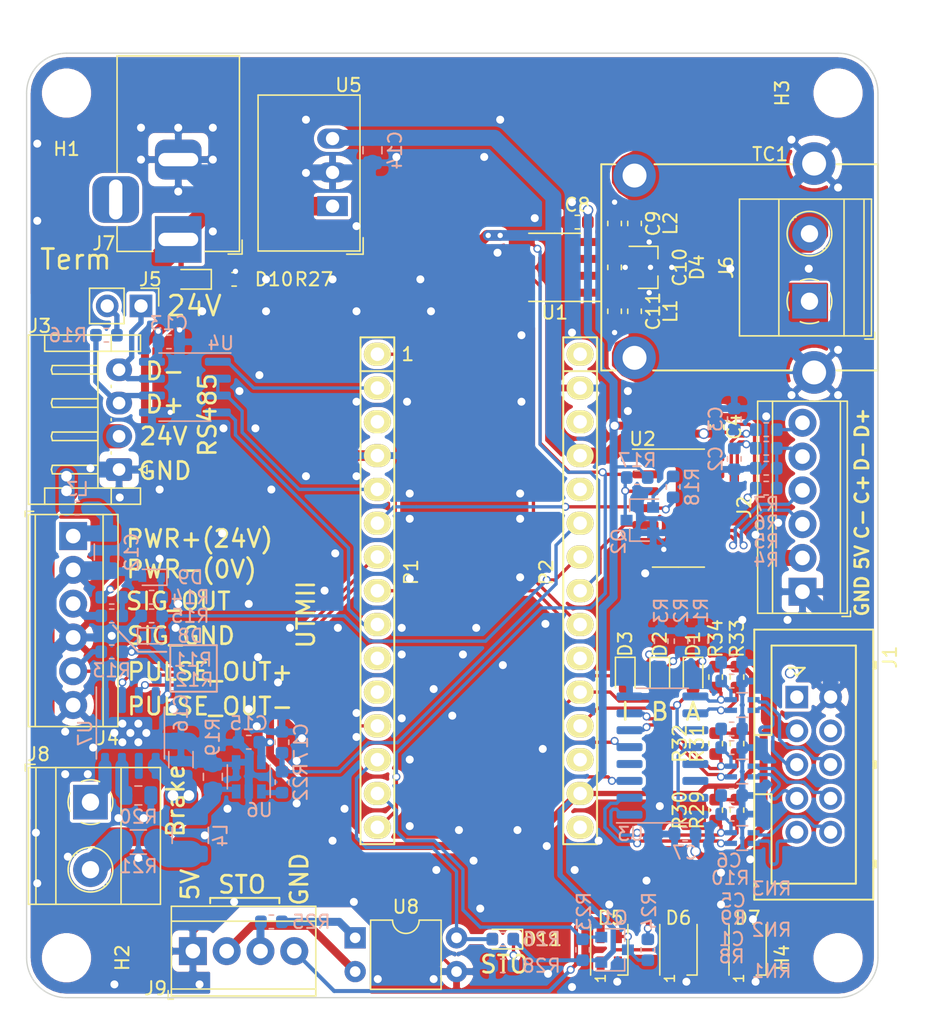
<source format=kicad_pcb>
(kicad_pcb (version 20171130) (host pcbnew "(5.1.5-0-10_14)")
  (title_block (date "jeu. 02 avril 2015"))
  (layers (0 F.Cu signal) (31 B.Cu signal) (34 B.Paste user) (35 F.Paste user) (36 B.SilkS user) (37 F.SilkS user) (38 B.Mask user) (39 F.Mask user) (44 Edge.Cuts user))
  (net 0 "")
  (net 1 /Reset)
  (net 2 GND)
  (net 3 "/3(**)")
  (net 4 "/5(**)")
  (net 5 +5V)
  (net 6 /A5)
  (net 7 /A4)
  (net 8 /A1)
  (net 9 /A0)
  (net 10 "Net-(D1-Pad1)")
  (net 11 "Net-(D2-Pad1)")
  (net 12 "Net-(D3-Pad1)")
  (net 13 +3V3)
  (net 14 /ssi_encoder/Dout_-)
  (net 15 /ssi_encoder/Dout_+)
  (net 16 /ssi_encoder/C_-)
  (net 17 /ssi_encoder/C_+)
  (net 18 /ssi_encoder/D_-)
  (net 19 /ssi_encoder/D_+)
  (net 20 /inc_encoder/A+)
  (net 21 /inc_encoder/A-)
  (net 22 /inc_encoder/B+)
  (net 23 /inc_encoder/B-)
  (net 24 /inc_encoder/I+)
  (net 25 /inc_encoder/I-)
  (net 26 "/0(Rx)")
  (net 27 /2)
  (net 28 /4)
  (net 29 "/6(**)")
  (net 30 "/12(MISO)")
  (net 31 /A3)
  (net 32 "Net-(C10-Pad1)")
  (net 33 "Net-(C10-Pad2)")
  (net 34 "/utm/PWR+(24V)")
  (net 35 +24V)
  (net 36 /rs485/RS485_+)
  (net 37 /rs485/RS485_-)
  (net 38 /utm/SIG_OUT)
  (net 39 "Net-(R11-Pad2)")
  (net 40 /thermocouple/T-)
  (net 41 /thermocouple/T+)
  (net 42 "Net-(J5-Pad2)")
  (net 43 /inc_encoder/A_-)
  (net 44 /inc_encoder/B_-)
  (net 45 /inc_encoder/I_-)
  (net 46 /inc_encoder/A_+)
  (net 47 /inc_encoder/B_+)
  (net 48 /inc_encoder/I_+)
  (net 49 "/1(Tx)")
  (net 50 /A6)
  (net 51 /brake/brake_-)
  (net 52 /brake/brake_+)
  (net 53 "Net-(L4-Pad1)")
  (net 54 "Net-(L4-Pad2)")
  (net 55 "Net-(R20-Pad1)")
  (net 56 "Net-(R22-Pad2)")
  (net 57 "Net-(D5-Pad3)")
  (net 58 "Net-(D5-Pad1)")
  (net 59 "Net-(D6-Pad1)")
  (net 60 "/11(**/MOSI)")
  (net 61 "Net-(Q2-Pad3)")
  (net 62 "Net-(Q2-Pad1)")
  (net 63 "Net-(J9-Pad2)")
  (net 64 "/9(**)")
  (net 65 "/10(**/SS)")
  (net 66 "Net-(R25-Pad1)")
  (net 67 "Net-(D10-Pad1)")
  (net 68 "Net-(D11-Pad1)")
  (net 69 "Net-(J9-Pad3)")
  (module Capacitor_SMD:C_0603_1608Metric (layer F.Cu) (at 181.076 75.717 90)
    (fp_text reference C4 (at 0 1.3 90) (layer F.SilkS))
    (fp_text value 0.1u)
    (pad 1 smd roundrect (at -0.7875 0 90) (size 0.875 0.95) (layers F.Cu F.Paste F.Mask) (net 13 +3V3))
    (pad 2 smd roundrect (at 0.7875 0 90) (size 0.875 0.95) (layers F.Cu F.Paste F.Mask) (net 2 GND))
  )
  (module Resistor_SMD:R_0603_1608Metric (layer B.Cu) (at 175.076 79.517)
    (fp_text reference R17 (at 0 -1.3) (layer B.SilkS) (effects (justify mirror)))
    (fp_text value 10k)
    (pad 2 smd roundrect (at 0.7875 0) (size 0.875 0.95) (layers B.Cu B.Paste B.Mask) (net 13 +3V3))
    (pad 1 smd roundrect (at -0.7875 0) (size 0.875 0.95) (layers B.Cu B.Paste B.Mask) (net 61 "Net-(Q2-Pad3)"))
  )
  (module Resistor_SMD:R_0603_1608Metric (layer B.Cu) (at 184.776 77.317)
    (fp_text reference R6 (at 0 5.6) (layer B.SilkS) (effects (justify mirror)))
    (fp_text value 150)
    (pad 1 smd roundrect (at -0.7875 0) (size 0.875 0.95) (layers B.Cu B.Paste B.Mask) (net 14 /ssi_encoder/Dout_-))
    (pad 2 smd roundrect (at 0.7875 0) (size 0.875 0.95) (layers B.Cu B.Paste B.Mask) (net 18 /ssi_encoder/D_-))
  )
  (module LED_SMD:LED_0603_1608Metric (layer F.Cu) (at 176.776 94.517 270)
    (fp_text reference D2 (at -2.4875 0 90) (layer F.SilkS))
    (fp_text value LED)
    (pad 2 smd roundrect (at 0.7875 0 270) (size 0.875 0.95) (layers F.Cu F.Paste F.Mask) (net 8 /A1))
    (pad 1 smd roundrect (at -0.7875 0 270) (size 0.875 0.95) (layers F.Cu F.Paste F.Mask) (net 11 "Net-(D2-Pad1)"))
  )
  (module Package_DIP:DIP-4_W7.62mm (layer F.Cu) (at 153.876 114.117)
    (fp_text reference U8 (at 3.81 -2.33) (layer F.SilkS))
    (fp_text value TLP785)
    (pad 1 thru_hole rect (at 0 0) (size 1.6 1.6) (drill 0.8) (layers *.Cu *.Mask) (net 66 "Net-(R25-Pad1)"))
    (pad 3 thru_hole oval (at 7.62 2.54) (size 1.6 1.6) (drill 0.8) (layers *.Cu *.Mask) (net 2 GND))
    (pad 2 thru_hole oval (at 0 2.54) (size 1.6 1.6) (drill 0.8) (layers *.Cu *.Mask) (net 63 "Net-(J9-Pad2)"))
    (pad 4 thru_hole oval (at 7.62 0) (size 1.6 1.6) (drill 0.8) (layers *.Cu *.Mask) (net 65 "/10(**/SS)"))
  )
  (module Resistor_SMD:R_0603_1608Metric (layer B.Cu) (at 182.176 99.817)
    (fp_text reference R9 (at 0.1 12.8) (layer B.SilkS) (effects (justify mirror)))
    (fp_text value 20k)
    (pad 2 smd roundrect (at 0.7875 0) (size 0.875 0.95) (layers B.Cu B.Paste B.Mask) (net 2 GND))
    (pad 1 smd roundrect (at -0.7875 0) (size 0.875 0.95) (layers B.Cu B.Paste B.Mask) (net 44 /inc_encoder/B_-))
  )
  (module TerminalBlock_TE-Connectivity:TerminalBlock_TE_282834-6_1x06_P2.54mm_Horizontal (layer F.Cu) (at 132.676 83.917 270)
    (fp_text reference J4 (at 15.2 -2.6 180) (layer F.SilkS))
    (fp_text value Screw_Terminal_01x06)
    (pad 1 thru_hole rect (at 0 0 270) (size 2.1 2.1) (drill 1.1) (layers *.Cu *.Mask) (net 34 "/utm/PWR+(24V)"))
    (pad 2 thru_hole circle (at 2.54 0 270) (size 2.1 2.1) (drill 1.1) (layers *.Cu *.Mask) (net 2 GND))
    (pad 3 thru_hole circle (at 5.08 0 270) (size 2.1 2.1) (drill 1.1) (layers *.Cu *.Mask) (net 38 /utm/SIG_OUT))
    (pad 4 thru_hole circle (at 7.62 0 270) (size 2.1 2.1) (drill 1.1) (layers *.Cu *.Mask) (net 2 GND))
    (pad 5 thru_hole circle (at 10.16 0 270) (size 2.1 2.1) (drill 1.1) (layers *.Cu *.Mask) (net 28 /4))
    (pad 6 thru_hole circle (at 12.7 0 270) (size 2.1 2.1) (drill 1.1) (layers *.Cu *.Mask) (net 2 GND))
  )
  (module LED_SMD:LED_0603_1608Metric (layer F.Cu) (at 174.176 94.517 270)
    (fp_text reference D3 (at -2.5 0 90) (layer F.SilkS))
    (fp_text value LED)
    (pad 1 smd roundrect (at -0.7875 0 270) (size 0.875 0.95) (layers F.Cu F.Paste F.Mask) (net 12 "Net-(D3-Pad1)"))
    (pad 2 smd roundrect (at 0.7875 0 270) (size 0.875 0.95) (layers F.Cu F.Paste F.Mask) (net 4 "/5(**)"))
  )
  (module Socket_Arduino_Nano:Socket_Strip_Arduino_1x15 (layer F.Cu) (at 155.546 70.247 270)
    (fp_text reference P1 (at 16.383 -2.54 270) (layer F.SilkS))
    (fp_text value Digital)
    (pad 1 thru_hole oval (at 0 0 270) (size 1.7272 2.032) (drill 1.016) (layers *.Cu *.Mask F.SilkS) (net 49 "/1(Tx)"))
    (pad 2 thru_hole oval (at 2.54 0 270) (size 1.7272 2.032) (drill 1.016) (layers *.Cu *.Mask F.SilkS) (net 26 "/0(Rx)"))
    (pad 3 thru_hole oval (at 5.08 0 270) (size 1.7272 2.032) (drill 1.016) (layers *.Cu *.Mask F.SilkS) (net 1 /Reset))
    (pad 4 thru_hole oval (at 7.62 0 270) (size 1.7272 2.032) (drill 1.016) (layers *.Cu *.Mask F.SilkS) (net 2 GND))
    (pad 5 thru_hole oval (at 10.16 0 270) (size 1.7272 2.032) (drill 1.016) (layers *.Cu *.Mask F.SilkS) (net 27 /2))
    (pad 6 thru_hole oval (at 12.7 0 270) (size 1.7272 2.032) (drill 1.016) (layers *.Cu *.Mask F.SilkS) (net 3 "/3(**)"))
    (pad 7 thru_hole oval (at 15.24 0 270) (size 1.7272 2.032) (drill 1.016) (layers *.Cu *.Mask F.SilkS) (net 28 /4))
    (pad 8 thru_hole oval (at 17.78 0 270) (size 1.7272 2.032) (drill 1.016) (layers *.Cu *.Mask F.SilkS) (net 4 "/5(**)"))
    (pad 9 thru_hole oval (at 20.32 0 270) (size 1.7272 2.032) (drill 1.016) (layers *.Cu *.Mask F.SilkS) (net 29 "/6(**)"))
    (pad 10 thru_hole oval (at 22.86 0 270) (size 1.7272 2.032) (drill 1.016) (layers *.Cu *.Mask F.SilkS))
    (pad 11 thru_hole oval (at 25.4 0 270) (size 1.7272 2.032) (drill 1.016) (layers *.Cu *.Mask F.SilkS))
    (pad 12 thru_hole oval (at 27.94 0 270) (size 1.7272 2.032) (drill 1.016) (layers *.Cu *.Mask F.SilkS) (net 64 "/9(**)"))
    (pad 13 thru_hole oval (at 30.48 0 270) (size 1.7272 2.032) (drill 1.016) (layers *.Cu *.Mask F.SilkS) (net 65 "/10(**/SS)"))
    (pad 14 thru_hole oval (at 33.02 0 270) (size 1.7272 2.032) (drill 1.016) (layers *.Cu *.Mask F.SilkS) (net 60 "/11(**/MOSI)"))
    (pad 15 thru_hole oval (at 35.56 0 270) (size 1.7272 2.032) (drill 1.016) (layers *.Cu *.Mask F.SilkS) (net 30 "/12(MISO)"))
  )
  (module Socket_Arduino_Nano:Socket_Strip_Arduino_1x15 (layer F.Cu) (at 170.786 70.247 270)
    (fp_text reference P2 (at 16.383 2.54 270) (layer F.SilkS))
    (fp_text value Analog)
    (pad 1 thru_hole oval (at 0 0 270) (size 1.7272 2.032) (drill 1.016) (layers *.Cu *.Mask F.SilkS))
    (pad 2 thru_hole oval (at 2.54 0 270) (size 1.7272 2.032) (drill 1.016) (layers *.Cu *.Mask F.SilkS) (net 2 GND))
    (pad 3 thru_hole oval (at 5.08 0 270) (size 1.7272 2.032) (drill 1.016) (layers *.Cu *.Mask F.SilkS) (net 1 /Reset))
    (pad 4 thru_hole oval (at 7.62 0 270) (size 1.7272 2.032) (drill 1.016) (layers *.Cu *.Mask F.SilkS) (net 5 +5V))
    (pad 5 thru_hole oval (at 10.16 0 270) (size 1.7272 2.032) (drill 1.016) (layers *.Cu *.Mask F.SilkS))
    (pad 6 thru_hole oval (at 12.7 0 270) (size 1.7272 2.032) (drill 1.016) (layers *.Cu *.Mask F.SilkS) (net 50 /A6))
    (pad 7 thru_hole oval (at 15.24 0 270) (size 1.7272 2.032) (drill 1.016) (layers *.Cu *.Mask F.SilkS) (net 6 /A5))
    (pad 8 thru_hole oval (at 17.78 0 270) (size 1.7272 2.032) (drill 1.016) (layers *.Cu *.Mask F.SilkS) (net 7 /A4))
    (pad 9 thru_hole oval (at 20.32 0 270) (size 1.7272 2.032) (drill 1.016) (layers *.Cu *.Mask F.SilkS) (net 31 /A3))
    (pad 10 thru_hole oval (at 22.86 0 270) (size 1.7272 2.032) (drill 1.016) (layers *.Cu *.Mask F.SilkS))
    (pad 11 thru_hole oval (at 25.4 0 270) (size 1.7272 2.032) (drill 1.016) (layers *.Cu *.Mask F.SilkS) (net 8 /A1))
    (pad 12 thru_hole oval (at 27.94 0 270) (size 1.7272 2.032) (drill 1.016) (layers *.Cu *.Mask F.SilkS) (net 9 /A0))
    (pad 13 thru_hole oval (at 30.48 0 270) (size 1.7272 2.032) (drill 1.016) (layers *.Cu *.Mask F.SilkS))
    (pad 14 thru_hole oval (at 33.02 0 270) (size 1.7272 2.032) (drill 1.016) (layers *.Cu *.Mask F.SilkS) (net 13 +3V3))
    (pad 15 thru_hole oval (at 35.56 0 270) (size 1.7272 2.032) (drill 1.016) (layers *.Cu *.Mask F.SilkS))
  )
  (module LED_SMD:LED_0603_1608Metric (layer F.Cu) (at 179.276 94.517 270)
    (fp_text reference D1 (at -2.5 0 90) (layer F.SilkS))
    (fp_text value LED)
    (pad 1 smd roundrect (at -0.7875 0 270) (size 0.875 0.95) (layers F.Cu F.Paste F.Mask) (net 10 "Net-(D1-Pad1)"))
    (pad 2 smd roundrect (at 0.7875 0 270) (size 0.875 0.95) (layers F.Cu F.Paste F.Mask) (net 9 /A0))
  )
  (module Resistor_SMD:R_0603_1608Metric (layer B.Cu) (at 179.876 91.817 90)
    (fp_text reference R1 (at 2.3 0 270) (layer B.SilkS) (effects (justify mirror)))
    (fp_text value R)
    (pad 1 smd roundrect (at -0.7875 0 90) (size 0.875 0.95) (layers B.Cu B.Paste B.Mask) (net 10 "Net-(D1-Pad1)"))
    (pad 2 smd roundrect (at 0.7875 0 90) (size 0.875 0.95) (layers B.Cu B.Paste B.Mask) (net 2 GND))
  )
  (module Resistor_SMD:R_0603_1608Metric (layer B.Cu) (at 178.376 91.817 90)
    (fp_text reference R2 (at 2.3 0 270) (layer B.SilkS) (effects (justify mirror)))
    (fp_text value R)
    (pad 2 smd roundrect (at 0.7875 0 90) (size 0.875 0.95) (layers B.Cu B.Paste B.Mask) (net 2 GND))
    (pad 1 smd roundrect (at -0.7875 0 90) (size 0.875 0.95) (layers B.Cu B.Paste B.Mask) (net 11 "Net-(D2-Pad1)"))
  )
  (module Resistor_SMD:R_0603_1608Metric (layer B.Cu) (at 176.876 91.817 90)
    (fp_text reference R3 (at 2.3 0 270) (layer B.SilkS) (effects (justify mirror)))
    (fp_text value R)
    (pad 1 smd roundrect (at -0.7875 0 90) (size 0.875 0.95) (layers B.Cu B.Paste B.Mask) (net 12 "Net-(D3-Pad1)"))
    (pad 2 smd roundrect (at 0.7875 0 90) (size 0.875 0.95) (layers B.Cu B.Paste B.Mask) (net 2 GND))
  )
  (module Capacitor_SMD:C_0603_1608Metric (layer B.Cu) (at 182.376 78.117 270)
    (fp_text reference C2 (at 0 1.4 90) (layer B.SilkS) (effects (justify mirror)))
    (fp_text value 220p)
    (pad 1 smd roundrect (at -0.7875 0 270) (size 0.875 0.95) (layers B.Cu B.Paste B.Mask) (net 14 /ssi_encoder/Dout_-))
    (pad 2 smd roundrect (at 0.7875 0 270) (size 0.875 0.95) (layers B.Cu B.Paste B.Mask) (net 2 GND))
  )
  (module Capacitor_SMD:C_0603_1608Metric (layer B.Cu) (at 182.376 75.117 90)
    (fp_text reference C3 (at 0 -1.4 90) (layer B.SilkS) (effects (justify mirror)))
    (fp_text value 220p)
    (pad 2 smd roundrect (at 0.7875 0 90) (size 0.875 0.95) (layers B.Cu B.Paste B.Mask) (net 2 GND))
    (pad 1 smd roundrect (at -0.7875 0 90) (size 0.875 0.95) (layers B.Cu B.Paste B.Mask) (net 15 /ssi_encoder/Dout_+))
  )
  (module Resistor_SMD:R_0603_1608Metric (layer B.Cu) (at 184.776 80.317 180)
    (fp_text reference R4 (at 0 -5.4) (layer B.SilkS) (effects (justify mirror)))
    (fp_text value 4.7k)
    (pad 2 smd roundrect (at 0.7875 0 180) (size 0.875 0.95) (layers B.Cu B.Paste B.Mask) (net 13 +3V3))
    (pad 1 smd roundrect (at -0.7875 0 180) (size 0.875 0.95) (layers B.Cu B.Paste B.Mask) (net 18 /ssi_encoder/D_-))
  )
  (module Resistor_SMD:R_0603_1608Metric (layer B.Cu) (at 184.776 78.817)
    (fp_text reference R5 (at 0 5.5) (layer B.SilkS) (effects (justify mirror)))
    (fp_text value 4.7k)
    (pad 1 smd roundrect (at -0.7875 0) (size 0.875 0.95) (layers B.Cu B.Paste B.Mask) (net 2 GND))
    (pad 2 smd roundrect (at 0.7875 0) (size 0.875 0.95) (layers B.Cu B.Paste B.Mask) (net 18 /ssi_encoder/D_-))
  )
  (module Resistor_SMD:R_0603_1608Metric (layer B.Cu) (at 184.776 75.917)
    (fp_text reference R7 (at 0 5.6) (layer B.SilkS) (effects (justify mirror)))
    (fp_text value 150)
    (pad 2 smd roundrect (at 0.7875 0) (size 0.875 0.95) (layers B.Cu B.Paste B.Mask) (net 19 /ssi_encoder/D_+))
    (pad 1 smd roundrect (at -0.7875 0) (size 0.875 0.95) (layers B.Cu B.Paste B.Mask) (net 15 /ssi_encoder/Dout_+))
  )
  (module Capacitor_SMD:C_0603_1608Metric (layer B.Cu) (at 182.176 103.417)
    (fp_text reference C1 (at 0 10.8) (layer B.SilkS) (effects (justify mirror)))
    (fp_text value 220p)
    (pad 2 smd roundrect (at 0.7875 0) (size 0.875 0.95) (layers B.Cu B.Paste B.Mask) (net 2 GND))
    (pad 1 smd roundrect (at -0.7875 0) (size 0.875 0.95) (layers B.Cu B.Paste B.Mask) (net 45 /inc_encoder/I_-))
  )
  (module Capacitor_SMD:C_0603_1608Metric (layer B.Cu) (at 182.176 98.417)
    (fp_text reference C5 (at 0.1 12.9) (layer B.SilkS) (effects (justify mirror)))
    (fp_text value 220p)
    (pad 1 smd roundrect (at -0.7875 0) (size 0.875 0.95) (layers B.Cu B.Paste B.Mask) (net 44 /inc_encoder/B_-))
    (pad 2 smd roundrect (at 0.7875 0) (size 0.875 0.95) (layers B.Cu B.Paste B.Mask) (net 2 GND))
  )
  (module Capacitor_SMD:C_0603_1608Metric (layer B.Cu) (at 182.176 93.417)
    (fp_text reference C6 (at -0.2 14.9) (layer B.SilkS) (effects (justify mirror)))
    (fp_text value 220p)
    (pad 2 smd roundrect (at 0.7875 0) (size 0.875 0.95) (layers B.Cu B.Paste B.Mask) (net 2 GND))
    (pad 1 smd roundrect (at -0.7875 0) (size 0.875 0.95) (layers B.Cu B.Paste B.Mask) (net 43 /inc_encoder/A_-))
  )
  (module Capacitor_SMD:C_0603_1608Metric (layer B.Cu) (at 178.676 106.317 180)
    (fp_text reference C7 (at 0 -1.4 180) (layer B.SilkS) (effects (justify mirror)))
    (fp_text value 0.1u)
    (pad 1 smd roundrect (at -0.7875 0 180) (size 0.875 0.95) (layers B.Cu B.Paste B.Mask) (net 5 +5V))
    (pad 2 smd roundrect (at 0.7875 0 180) (size 0.875 0.95) (layers B.Cu B.Paste B.Mask) (net 2 GND))
  )
  (module Resistor_SMD:R_0603_1608Metric (layer B.Cu) (at 182.176 104.817)
    (fp_text reference R8 (at 0 10.7) (layer B.SilkS) (effects (justify mirror)))
    (fp_text value 20k)
    (pad 1 smd roundrect (at -0.7875 0) (size 0.875 0.95) (layers B.Cu B.Paste B.Mask) (net 45 /inc_encoder/I_-))
    (pad 2 smd roundrect (at 0.7875 0) (size 0.875 0.95) (layers B.Cu B.Paste B.Mask) (net 2 GND))
  )
  (module Resistor_SMD:R_0603_1608Metric (layer B.Cu) (at 182.176 94.817)
    (fp_text reference R10 (at -0.1 14.8) (layer B.SilkS) (effects (justify mirror)))
    (fp_text value 20k)
    (pad 1 smd roundrect (at -0.7875 0) (size 0.875 0.95) (layers B.Cu B.Paste B.Mask) (net 43 /inc_encoder/A_-))
    (pad 2 smd roundrect (at 0.7875 0) (size 0.875 0.95) (layers B.Cu B.Paste B.Mask) (net 2 GND))
  )
  (module Package_SO:SOIC-8_3.9x4.9mm_P1.27mm (layer F.Cu) (at 168.876 63.717 180)
    (fp_text reference U1 (at 0 -3.4) (layer F.SilkS))
    (fp_text value MAX31855KASA)
    (pad 1 smd roundrect (at -2.475 -1.905 180) (size 1.95 0.6) (layers F.Cu F.Paste F.Mask) (net 2 GND))
    (pad 2 smd roundrect (at -2.475 -0.635 180) (size 1.95 0.6) (layers F.Cu F.Paste F.Mask) (net 33 "Net-(C10-Pad2)"))
    (pad 3 smd roundrect (at -2.475 0.635 180) (size 1.95 0.6) (layers F.Cu F.Paste F.Mask) (net 32 "Net-(C10-Pad1)"))
    (pad 4 smd roundrect (at -2.475 1.905 180) (size 1.95 0.6) (layers F.Cu F.Paste F.Mask) (net 13 +3V3))
    (pad 5 smd roundrect (at 2.475 1.905 180) (size 1.95 0.6) (layers F.Cu F.Paste F.Mask) (net 7 /A4))
    (pad 6 smd roundrect (at 2.475 0.635 180) (size 1.95 0.6) (layers F.Cu F.Paste F.Mask) (net 31 /A3))
    (pad 7 smd roundrect (at 2.475 -0.635 180) (size 1.95 0.6) (layers F.Cu F.Paste F.Mask) (net 30 "/12(MISO)"))
    (pad 8 smd roundrect (at 2.475 -1.905 180) (size 1.95 0.6) (layers F.Cu F.Paste F.Mask))
  )
  (module Package_SO:SOIC-16_3.9x9.9mm_P1.27mm (layer B.Cu) (at 176.976 100.417)
    (fp_text reference U3 (at -2.4 5.9) (layer B.SilkS) (effects (justify mirror)))
    (fp_text value AM26LV32xD)
    (pad 1 smd roundrect (at -2.475 4.445) (size 1.95 0.6) (layers B.Cu B.Paste B.Mask) (net 45 /inc_encoder/I_-))
    (pad 2 smd roundrect (at -2.475 3.175) (size 1.95 0.6) (layers B.Cu B.Paste B.Mask) (net 48 /inc_encoder/I_+))
    (pad 3 smd roundrect (at -2.475 1.905) (size 1.95 0.6) (layers B.Cu B.Paste B.Mask) (net 4 "/5(**)"))
    (pad 4 smd roundrect (at -2.475 0.635) (size 1.95 0.6) (layers B.Cu B.Paste B.Mask))
    (pad 5 smd roundrect (at -2.475 -0.635) (size 1.95 0.6) (layers B.Cu B.Paste B.Mask) (net 8 /A1))
    (pad 6 smd roundrect (at -2.475 -1.905) (size 1.95 0.6) (layers B.Cu B.Paste B.Mask) (net 47 /inc_encoder/B_+))
    (pad 7 smd roundrect (at -2.475 -3.175) (size 1.95 0.6) (layers B.Cu B.Paste B.Mask) (net 44 /inc_encoder/B_-))
    (pad 8 smd roundrect (at -2.475 -4.445) (size 1.95 0.6) (layers B.Cu B.Paste B.Mask) (net 2 GND))
    (pad 9 smd roundrect (at 2.475 -4.445) (size 1.95 0.6) (layers B.Cu B.Paste B.Mask) (net 43 /inc_encoder/A_-))
    (pad 10 smd roundrect (at 2.475 -3.175) (size 1.95 0.6) (layers B.Cu B.Paste B.Mask) (net 46 /inc_encoder/A_+))
    (pad 11 smd roundrect (at 2.475 -1.905) (size 1.95 0.6) (layers B.Cu B.Paste B.Mask) (net 9 /A0))
    (pad 12 smd roundrect (at 2.475 -0.635) (size 1.95 0.6) (layers B.Cu B.Paste B.Mask) (net 5 +5V))
    (pad 13 smd roundrect (at 2.475 0.635) (size 1.95 0.6) (layers B.Cu B.Paste B.Mask))
    (pad 14 smd roundrect (at 2.475 1.905) (size 1.95 0.6) (layers B.Cu B.Paste B.Mask))
    (pad 15 smd roundrect (at 2.475 3.175) (size 1.95 0.6) (layers B.Cu B.Paste B.Mask))
    (pad 16 smd roundrect (at 2.475 4.445) (size 1.95 0.6) (layers B.Cu B.Paste B.Mask) (net 5 +5V))
  )
  (module Capacitor_SMD:C_0603_1608Metric (layer F.Cu) (at 170.576 60.317 180)
    (fp_text reference C8 (at 0 1.3 180) (layer F.SilkS))
    (fp_text value C)
    (pad 1 smd roundrect (at -0.7875 0 180) (size 0.875 0.95) (layers F.Cu F.Paste F.Mask) (net 13 +3V3))
    (pad 2 smd roundrect (at 0.7875 0 180) (size 0.875 0.95) (layers F.Cu F.Paste F.Mask) (net 2 GND))
  )
  (module Capacitor_SMD:C_0603_1608Metric (layer F.Cu) (at 173.376 60.417 270)
    (fp_text reference C9 (at 0 -2.9 90) (layer F.SilkS))
    (fp_text value DNP)
    (pad 1 smd roundrect (at -0.7875 0 270) (size 0.875 0.95) (layers F.Cu F.Paste F.Mask) (net 2 GND))
    (pad 2 smd roundrect (at 0.7875 0 270) (size 0.875 0.95) (layers F.Cu F.Paste F.Mask) (net 32 "Net-(C10-Pad1)"))
  )
  (module Capacitor_SMD:C_0603_1608Metric (layer F.Cu) (at 173.376 63.717 270)
    (fp_text reference C10 (at 0 -4.9 90) (layer F.SilkS))
    (fp_text value 10n)
    (pad 1 smd roundrect (at -0.7875 0 270) (size 0.875 0.95) (layers F.Cu F.Paste F.Mask) (net 32 "Net-(C10-Pad1)"))
    (pad 2 smd roundrect (at 0.7875 0 270) (size 0.875 0.95) (layers F.Cu F.Paste F.Mask) (net 33 "Net-(C10-Pad2)"))
  )
  (module Capacitor_SMD:C_0603_1608Metric (layer F.Cu) (at 173.376 67.017 270)
    (fp_text reference C11 (at 0 -2.9 90) (layer F.SilkS))
    (fp_text value DNP)
    (pad 2 smd roundrect (at 0.7875 0 270) (size 0.875 0.95) (layers F.Cu F.Paste F.Mask) (net 2 GND))
    (pad 1 smd roundrect (at -0.7875 0 270) (size 0.875 0.95) (layers F.Cu F.Paste F.Mask) (net 33 "Net-(C10-Pad2)"))
  )
  (module Package_TO_SOT_SMD:SOT-23 (layer F.Cu) (at 175.876 63.717)
    (fp_text reference D4 (at 3.7 0 90) (layer F.SilkS))
    (fp_text value D_TVS_x2_AAC)
    (pad 1 smd rect (at -1 -0.95) (size 0.9 0.8) (layers F.Cu F.Paste F.Mask) (net 32 "Net-(C10-Pad1)"))
    (pad 2 smd rect (at -1 0.95) (size 0.9 0.8) (layers F.Cu F.Paste F.Mask) (net 33 "Net-(C10-Pad2)"))
    (pad 3 smd rect (at 1 0) (size 0.9 0.8) (layers F.Cu F.Paste F.Mask) (net 2 GND))
  )
  (module Inductor_SMD:L_0603_1608Metric (layer F.Cu) (at 174.876 67.017 90)
    (fp_text reference L1 (at 0 2.7 270) (layer F.SilkS))
    (fp_text value L)
    (pad 1 smd roundrect (at -0.7875 0 90) (size 0.875 0.95) (layers F.Cu F.Paste F.Mask) (net 40 /thermocouple/T-))
    (pad 2 smd roundrect (at 0.7875 0 90) (size 0.875 0.95) (layers F.Cu F.Paste F.Mask) (net 33 "Net-(C10-Pad2)"))
  )
  (module Inductor_SMD:L_0603_1608Metric (layer F.Cu) (at 174.876 60.417 270)
    (fp_text reference L2 (at 0 -2.7 270) (layer F.SilkS))
    (fp_text value L)
    (pad 2 smd roundrect (at 0.7875 0 270) (size 0.875 0.95) (layers F.Cu F.Paste F.Mask) (net 32 "Net-(C10-Pad1)"))
    (pad 1 smd roundrect (at -0.7875 0 270) (size 0.875 0.95) (layers F.Cu F.Paste F.Mask) (net 41 /thermocouple/T+))
  )
  (module Capacitor_SMD:C_1206_3216Metric (layer B.Cu) (at 135.176 85.117 270)
    (fp_text reference C12 (at 0 -1.9 90) (layer B.SilkS) (effects (justify mirror)))
    (fp_text value C)
    (pad 1 smd roundrect (at -1.4 0 270) (size 1.25 1.75) (layers B.Cu B.Paste B.Mask) (roundrect_rratio 0.2) (net 34 "/utm/PWR+(24V)"))
    (pad 2 smd roundrect (at 1.4 0 270) (size 1.25 1.75) (layers B.Cu B.Paste B.Mask) (roundrect_rratio 0.2) (net 2 GND))
  )
  (module Capacitor_SMD:C_0603_1608Metric (layer B.Cu) (at 139.876 69.317)
    (fp_text reference C13 (at 0 -1.4) (layer B.SilkS) (effects (justify mirror)))
    (fp_text value 0.1u)
    (pad 1 smd roundrect (at -0.7875 0) (size 0.875 0.95) (layers B.Cu B.Paste B.Mask) (net 5 +5V))
    (pad 2 smd roundrect (at 0.7875 0) (size 0.875 0.95) (layers B.Cu B.Paste B.Mask) (net 2 GND))
  )
  (module Connector_JST:JST_EH_S4B-EH_1x04_P2.50mm_Horizontal (layer F.Cu) (at 136.126 78.917 90)
    (fp_text reference J3 (at 10.8 -5.95 180) (layer F.SilkS))
    (fp_text value Conn_01x04)
    (pad 1 thru_hole roundrect (at 0 0 90) (size 1.7 1.95) (drill 0.95) (layers *.Cu *.Mask) (roundrect_rratio 0.147059) (net 2 GND))
    (pad 2 thru_hole oval (at 2.5 0 90) (size 1.7 1.95) (drill 0.95) (layers *.Cu *.Mask) (net 35 +24V))
    (pad 3 thru_hole oval (at 5 0 90) (size 1.7 1.95) (drill 0.95) (layers *.Cu *.Mask) (net 36 /rs485/RS485_+))
    (pad 4 thru_hole oval (at 7.5 0 90) (size 1.7 1.95) (drill 0.95) (layers *.Cu *.Mask) (net 37 /rs485/RS485_-))
  )
  (module Connector_PinHeader_2.54mm:PinHeader_1x02_P2.54mm_Vertical (layer F.Cu) (at 137.776 66.617 270)
    (fp_text reference J5 (at -2 -0.7 180) (layer F.SilkS))
    (fp_text value Conn_01x02)
    (pad 1 thru_hole rect (at 0 0 270) (size 1.7 1.7) (drill 1) (layers *.Cu *.Mask) (net 37 /rs485/RS485_-))
    (pad 2 thru_hole oval (at 0 2.54 270) (size 1.7 1.7) (drill 1) (layers *.Cu *.Mask) (net 42 "Net-(J5-Pad2)"))
  )
  (module Inductor_SMD:L_0603_1608Metric (layer B.Cu) (at 132.976 81.817 180)
    (fp_text reference L3 (at 0 1.43) (layer B.SilkS) (effects (justify mirror)))
    (fp_text value L)
    (pad 1 smd roundrect (at -0.7875 0 180) (size 0.875 0.95) (layers B.Cu B.Paste B.Mask) (net 34 "/utm/PWR+(24V)"))
    (pad 2 smd roundrect (at 0.7875 0 180) (size 0.875 0.95) (layers B.Cu B.Paste B.Mask) (net 35 +24V))
  )
  (module Package_SO:SOIC-8_3.9x4.9mm_P1.27mm (layer B.Cu) (at 141.076 72.717 180)
    (fp_text reference U4 (at -2.7 3.3) (layer B.SilkS) (effects (justify mirror)))
    (fp_text value SP3481CN)
    (pad 1 smd roundrect (at -2.475 1.905 180) (size 1.95 0.6) (layers B.Cu B.Paste B.Mask) (net 26 "/0(Rx)"))
    (pad 2 smd roundrect (at -2.475 0.635 180) (size 1.95 0.6) (layers B.Cu B.Paste B.Mask) (net 27 /2))
    (pad 3 smd roundrect (at -2.475 -0.635 180) (size 1.95 0.6) (layers B.Cu B.Paste B.Mask) (net 27 /2))
    (pad 4 smd roundrect (at -2.475 -1.905 180) (size 1.95 0.6) (layers B.Cu B.Paste B.Mask) (net 29 "/6(**)"))
    (pad 5 smd roundrect (at 2.475 -1.905 180) (size 1.95 0.6) (layers B.Cu B.Paste B.Mask) (net 2 GND))
    (pad 6 smd roundrect (at 2.475 -0.635 180) (size 1.95 0.6) (layers B.Cu B.Paste B.Mask) (net 36 /rs485/RS485_+))
    (pad 7 smd roundrect (at 2.475 0.635 180) (size 1.95 0.6) (layers B.Cu B.Paste B.Mask) (net 37 /rs485/RS485_-))
    (pad 8 smd roundrect (at 2.475 1.905 180) (size 1.95 0.6) (layers B.Cu B.Paste B.Mask) (net 5 +5V))
  )
  (module Resistor_SMD:R_0603_1608Metric (layer B.Cu) (at 135.576 88.517)
    (fp_text reference R11 (at 6.1 4.7) (layer B.SilkS) (effects (justify mirror)))
    (fp_text value 10k)
    (pad 1 smd roundrect (at -0.7875 0) (size 0.875 0.95) (layers B.Cu B.Paste B.Mask) (net 5 +5V))
    (pad 2 smd roundrect (at 0.7875 0) (size 0.875 0.95) (layers B.Cu B.Paste B.Mask) (net 39 "Net-(R11-Pad2)"))
  )
  (module Resistor_SMD:R_0603_1608Metric (layer B.Cu) (at 135.576 89.917 180)
    (fp_text reference R12 (at -6.2 -4.8) (layer B.SilkS) (effects (justify mirror)))
    (fp_text value 10k)
    (pad 2 smd roundrect (at 0.7875 0 180) (size 0.875 0.95) (layers B.Cu B.Paste B.Mask) (net 38 /utm/SIG_OUT))
    (pad 1 smd roundrect (at -0.7875 0 180) (size 0.875 0.95) (layers B.Cu B.Paste B.Mask) (net 39 "Net-(R11-Pad2)"))
  )
  (module Resistor_SMD:R_0603_1608Metric (layer B.Cu) (at 135.576 92.617)
    (fp_text reference R13 (at 0 1.4) (layer B.SilkS) (effects (justify mirror)))
    (fp_text value 1k)
    (pad 2 smd roundrect (at 0.7875 0) (size 0.875 0.95) (layers B.Cu B.Paste B.Mask) (net 13 +3V3))
    (pad 1 smd roundrect (at -0.7875 0) (size 0.875 0.95) (layers B.Cu B.Paste B.Mask) (net 28 /4))
  )
  (module Resistor_SMD:R_0603_1608Metric (layer B.Cu) (at 138.576 88.517 180)
    (fp_text reference R14 (at -2.9 0) (layer B.SilkS) (effects (justify mirror)))
    (fp_text value 10k)
    (pad 1 smd roundrect (at -0.7875 0 180) (size 0.875 0.95) (layers B.Cu B.Paste B.Mask) (net 6 /A5))
    (pad 2 smd roundrect (at 0.7875 0 180) (size 0.875 0.95) (layers B.Cu B.Paste B.Mask) (net 39 "Net-(R11-Pad2)"))
  )
  (module Resistor_SMD:R_0603_1608Metric (layer B.Cu) (at 138.576 89.917)
    (fp_text reference R15 (at 2.9 0) (layer B.SilkS) (effects (justify mirror)))
    (fp_text value 10k)
    (pad 2 smd roundrect (at 0.7875 0) (size 0.875 0.95) (layers B.Cu B.Paste B.Mask) (net 6 /A5))
    (pad 1 smd roundrect (at -0.7875 0) (size 0.875 0.95) (layers B.Cu B.Paste B.Mask) (net 2 GND))
  )
  (module Resistor_SMD:R_0603_1608Metric (layer B.Cu) (at 135.176 68.817 180)
    (fp_text reference R16 (at 2.9 0 180) (layer B.SilkS) (effects (justify mirror)))
    (fp_text value R)
    (pad 1 smd roundrect (at -0.7875 0 180) (size 0.875 0.95) (layers B.Cu B.Paste B.Mask) (net 42 "Net-(J5-Pad2)"))
    (pad 2 smd roundrect (at 0.7875 0 180) (size 0.875 0.95) (layers B.Cu B.Paste B.Mask) (net 36 /rs485/RS485_+))
  )
  (module Resistor_SMD:R_0603_1608Metric (layer B.Cu) (at 177.776 80.217 90)
    (fp_text reference R18 (at 0 1.43 270) (layer B.SilkS) (effects (justify mirror)))
    (fp_text value 1k)
    (pad 1 smd roundrect (at -0.7875 0 90) (size 0.875 0.95) (layers B.Cu B.Paste B.Mask) (net 3 "/3(**)"))
    (pad 2 smd roundrect (at 0.7875 0 90) (size 0.875 0.95) (layers B.Cu B.Paste B.Mask) (net 62 "Net-(Q2-Pad1)"))
  )
  (module Package_SO:SOIC-14_3.9x8.7mm_P1.27mm (layer F.Cu) (at 178.176 81.817)
    (fp_text reference U2 (at -2.7 -5.2) (layer F.SilkS))
    (fp_text value ADM1491EBR)
    (pad 1 smd roundrect (at -2.475 -3.81) (size 1.95 0.6) (layers F.Cu F.Paste F.Mask))
    (pad 2 smd roundrect (at -2.475 -2.54) (size 1.95 0.6) (layers F.Cu F.Paste F.Mask) (net 30 "/12(MISO)"))
    (pad 3 smd roundrect (at -2.475 -1.27) (size 1.95 0.6) (layers F.Cu F.Paste F.Mask) (net 61 "Net-(Q2-Pad3)"))
    (pad 4 smd roundrect (at -2.475 0) (size 1.95 0.6) (layers F.Cu F.Paste F.Mask) (net 3 "/3(**)"))
    (pad 5 smd roundrect (at -2.475 1.27) (size 1.95 0.6) (layers F.Cu F.Paste F.Mask) (net 7 /A4))
    (pad 6 smd roundrect (at -2.475 2.54) (size 1.95 0.6) (layers F.Cu F.Paste F.Mask) (net 2 GND))
    (pad 7 smd roundrect (at -2.475 3.81) (size 1.95 0.6) (layers F.Cu F.Paste F.Mask) (net 2 GND))
    (pad 8 smd roundrect (at 2.475 3.81) (size 1.95 0.6) (layers F.Cu F.Paste F.Mask))
    (pad 9 smd roundrect (at 2.475 2.54) (size 1.95 0.6) (layers F.Cu F.Paste F.Mask) (net 17 /ssi_encoder/C_+))
    (pad 10 smd roundrect (at 2.475 1.27) (size 1.95 0.6) (layers F.Cu F.Paste F.Mask) (net 16 /ssi_encoder/C_-))
    (pad 11 smd roundrect (at 2.475 0) (size 1.95 0.6) (layers F.Cu F.Paste F.Mask) (net 14 /ssi_encoder/Dout_-))
    (pad 12 smd roundrect (at 2.475 -1.27) (size 1.95 0.6) (layers F.Cu F.Paste F.Mask) (net 15 /ssi_encoder/Dout_+))
    (pad 13 smd roundrect (at 2.475 -2.54) (size 1.95 0.6) (layers F.Cu F.Paste F.Mask) (net 13 +3V3))
    (pad 14 smd roundrect (at 2.475 -3.81) (size 1.95 0.6) (layers F.Cu F.Paste F.Mask) (net 13 +3V3))
  )
  (module Connector_Omega:Omega_PCC-SMP_1x2_P13.70mm_Horizontal (layer F.Cu) (at 174.876 63.717 270)
    (fp_text reference TC1 (at -8.5 -10.2 180) (layer F.SilkS))
    (fp_text value Thermocouple_PCB)
    (pad 2 thru_hole circle (at 6.8 0 270) (size 3.2 3.2) (drill 1.8) (layers *.Cu *.Mask) (net 40 /thermocouple/T-))
    (pad 1 thru_hole circle (at -6.9 0 270) (size 3.2 3.2) (drill 1.8) (layers *.Cu *.Mask) (net 41 /thermocouple/T+))
    (pad 3 thru_hole circle (at 7.9 -13.5 270) (size 3.2 3.2) (drill 1.8) (layers *.Cu *.Mask) (net 2 GND))
    (pad 3 thru_hole circle (at -7.8 -13.5 270) (size 3.2 3.2) (drill 1.8) (layers *.Cu *.Mask) (net 2 GND))
  )
  (module TerminalBlock_Phoenix:TerminalBlock_Phoenix_MKDS-1,5-2-5.08_1x02_P5.08mm_Horizontal (layer F.Cu) (at 188.026 66.267 90)
    (fp_text reference J6 (at 2.54 -6.26 90) (layer F.SilkS))
    (fp_text value Screw_Terminal_01x02)
    (pad 1 thru_hole rect (at 0 0 90) (size 2.6 2.6) (drill 1.3) (layers *.Cu *.Mask) (net 40 /thermocouple/T-))
    (pad 2 thru_hole circle (at 5.08 0 90) (size 2.6 2.6) (drill 1.3) (layers *.Cu *.Mask) (net 41 /thermocouple/T+))
  )
  (module Connector_BarrelJack:BarrelJack_Horizontal (layer F.Cu) (at 140.576 61.617 270)
    (fp_text reference J7 (at 0.3 5.6 180) (layer F.SilkS))
    (fp_text value Barrel_Jack_Switch)
    (pad 1 thru_hole rect (at 0 0 270) (size 3.5 3.5) (drill oval 1 3) (layers *.Cu *.Mask) (net 35 +24V))
    (pad 2 thru_hole roundrect (at -6 0 270) (size 3 3.5) (drill oval 1 3) (layers *.Cu *.Mask) (net 2 GND))
    (pad 3 thru_hole roundrect (at -3 4.7 270) (size 3.5 3.5) (drill oval 3 1) (layers *.Cu *.Mask))
  )
  (module Capacitor_SMD:C_0805_2012Metric (layer B.Cu) (at 155.176 54.917 270)
    (fp_text reference C14 (at 0 -1.7 90) (layer B.SilkS) (effects (justify mirror)))
    (fp_text value 3.3u)
    (pad 1 smd roundrect (at -0.9375 0 270) (size 0.975 1.4) (layers B.Cu B.Paste B.Mask) (net 5 +5V))
    (pad 2 smd roundrect (at 0.9375 0 270) (size 0.975 1.4) (layers B.Cu B.Paste B.Mask) (net 2 GND))
  )
  (module Converter_DCDC_my:Converter_DCDC_MINIMAX_M78AR05-1_THT (layer F.Cu) (at 152.176 59.117 90)
    (fp_text reference U5 (at 9.1 1.2 180) (layer F.SilkS))
    (fp_text value M78AR05-1)
    (pad 3 thru_hole oval (at 5.08 0 90) (size 1.5 2.3) (drill 1) (layers *.Cu *.Mask) (net 5 +5V))
    (pad 2 thru_hole oval (at 2.54 0 90) (size 1.5 2.3) (drill 1) (layers *.Cu *.Mask) (net 2 GND))
    (pad 1 thru_hole rect (at 0 0 90) (size 1.5 2.3) (drill 1) (layers *.Cu *.Mask) (net 35 +24V))
  )
  (module Resistor_SMD:R_Array_Concave_2x0603 (layer B.Cu) (at 182.976 106.617)
    (fp_text reference RN1 (at 2.2 10) (layer B.SilkS) (effects (justify mirror)))
    (fp_text value 150)
    (pad 1 smd rect (at -0.85 0.4) (size 0.9 0.4) (layers B.Cu B.Paste B.Mask) (net 48 /inc_encoder/I_+))
    (pad 2 smd rect (at -0.85 -0.4) (size 0.9 0.4) (layers B.Cu B.Paste B.Mask) (net 45 /inc_encoder/I_-))
    (pad 3 smd rect (at 0.85 -0.4) (size 0.9 0.4) (layers B.Cu B.Paste B.Mask) (net 25 /inc_encoder/I-))
    (pad 4 smd rect (at 0.85 0.4) (size 0.9 0.4) (layers B.Cu B.Paste B.Mask) (net 24 /inc_encoder/I+))
  )
  (module Resistor_SMD:R_Array_Concave_2x0603 (layer B.Cu) (at 182.976 101.617)
    (fp_text reference RN2 (at 2.2 11.9) (layer B.SilkS) (effects (justify mirror)))
    (fp_text value 150)
    (pad 4 smd rect (at 0.85 0.4) (size 0.9 0.4) (layers B.Cu B.Paste B.Mask) (net 22 /inc_encoder/B+))
    (pad 3 smd rect (at 0.85 -0.4) (size 0.9 0.4) (layers B.Cu B.Paste B.Mask) (net 23 /inc_encoder/B-))
    (pad 2 smd rect (at -0.85 -0.4) (size 0.9 0.4) (layers B.Cu B.Paste B.Mask) (net 44 /inc_encoder/B_-))
    (pad 1 smd rect (at -0.85 0.4) (size 0.9 0.4) (layers B.Cu B.Paste B.Mask) (net 47 /inc_encoder/B_+))
  )
  (module Resistor_SMD:R_Array_Concave_2x0603 (layer B.Cu) (at 182.976 96.617)
    (fp_text reference RN3 (at 2.2 13.8) (layer B.SilkS) (effects (justify mirror)))
    (fp_text value 150)
    (pad 4 smd rect (at 0.85 0.4) (size 0.9 0.4) (layers B.Cu B.Paste B.Mask) (net 20 /inc_encoder/A+))
    (pad 3 smd rect (at 0.85 -0.4) (size 0.9 0.4) (layers B.Cu B.Paste B.Mask) (net 21 /inc_encoder/A-))
    (pad 2 smd rect (at -0.85 -0.4) (size 0.9 0.4) (layers B.Cu B.Paste B.Mask) (net 43 /inc_encoder/A_-))
    (pad 1 smd rect (at -0.85 0.4) (size 0.9 0.4) (layers B.Cu B.Paste B.Mask) (net 46 /inc_encoder/A_+))
  )
  (module Capacitor_SMD:C_0603_1608Metric (layer B.Cu) (at 145.876 99.417 180)
    (fp_text reference C15 (at 0 1.43 180) (layer B.SilkS) (effects (justify mirror)))
    (fp_text value 0.1u)
    (pad 1 smd roundrect (at -0.7875 0 180) (size 0.875 0.95) (layers B.Cu B.Paste B.Mask) (net 13 +3V3))
    (pad 2 smd roundrect (at 0.7875 0 180) (size 0.875 0.95) (layers B.Cu B.Paste B.Mask) (net 2 GND))
  )
  (module MountingHole:MountingHole_3.2mm_M3 (layer F.Cu) (at 132.176 50.617 180)
    (fp_text reference H1 (at 0 -4.2) (layer F.SilkS))
    (fp_text value MountingHole)
    (pad 1 np_thru_hole circle (at 0 0 180) (size 3.2 3.2) (drill 3.2) (layers *.Cu *.Mask))
  )
  (module MountingHole:MountingHole_3.2mm_M3 (layer F.Cu) (at 132.176 115.617 270)
    (fp_text reference H2 (at 0 -4.2 90) (layer F.SilkS))
    (fp_text value MountingHole)
    (pad 1 np_thru_hole circle (at 0 0 270) (size 3.2 3.2) (drill 3.2) (layers *.Cu *.Mask))
  )
  (module MountingHole:MountingHole_3.2mm_M3 (layer F.Cu) (at 190.176 50.617 90)
    (fp_text reference H3 (at 0 -4.2 90) (layer F.SilkS))
    (fp_text value MountingHole)
    (pad 1 np_thru_hole circle (at 0 0 90) (size 3.2 3.2) (drill 3.2) (layers *.Cu *.Mask))
  )
  (module MountingHole:MountingHole_3.2mm_M3 (layer F.Cu) (at 190.176 115.617 90)
    (fp_text reference H4 (at 0 -4.2 90) (layer F.SilkS))
    (fp_text value MountingHole)
    (pad 1 np_thru_hole circle (at 0 0 90) (size 3.2 3.2) (drill 3.2) (layers *.Cu *.Mask))
  )
  (module Package_TO_SOT_SMD:SOT-23-5 (layer B.Cu) (at 145.876 102.017 90)
    (fp_text reference U6 (at -2.5 0.8) (layer B.SilkS) (effects (justify mirror)))
    (fp_text value INA180A)
    (pad 1 smd rect (at -1.1 0.95 90) (size 1.06 0.65) (layers B.Cu B.Paste B.Mask) (net 56 "Net-(R22-Pad2)"))
    (pad 2 smd rect (at -1.1 0 90) (size 1.06 0.65) (layers B.Cu B.Paste B.Mask) (net 2 GND))
    (pad 3 smd rect (at -1.1 -0.95 90) (size 1.06 0.65) (layers B.Cu B.Paste B.Mask) (net 54 "Net-(L4-Pad2)"))
    (pad 4 smd rect (at 1.1 -0.95 90) (size 1.06 0.65) (layers B.Cu B.Paste B.Mask) (net 2 GND))
    (pad 5 smd rect (at 1.1 0.95 90) (size 1.06 0.65) (layers B.Cu B.Paste B.Mask) (net 13 +3V3))
  )
  (module Capacitor_SMD:C_0603_1608Metric (layer B.Cu) (at 148.376 99.417 90)
    (fp_text reference C17 (at 0 1.43 -90) (layer B.SilkS) (effects (justify mirror)))
    (fp_text value C)
    (pad 1 smd roundrect (at -0.7875 0 90) (size 0.875 0.95) (layers B.Cu B.Paste B.Mask) (net 50 /A6))
    (pad 2 smd roundrect (at 0.7875 0 90) (size 0.875 0.95) (layers B.Cu B.Paste B.Mask) (net 2 GND))
  )
  (module TerminalBlock_Phoenix:TerminalBlock_Phoenix_MKDS-1,5-2-5.08_1x02_P5.08mm_Horizontal (layer F.Cu) (at 133.976 103.917 270)
    (fp_text reference J8 (at -3.6 3.9 180) (layer F.SilkS))
    (fp_text value Screw_Terminal_01x02)
    (pad 1 thru_hole rect (at 0 0 270) (size 2.6 2.6) (drill 1.3) (layers *.Cu *.Mask) (net 52 /brake/brake_+))
    (pad 2 thru_hole circle (at 5.08 0 270) (size 2.6 2.6) (drill 1.3) (layers *.Cu *.Mask) (net 51 /brake/brake_-))
  )
  (module Inductor_SMD:L_0805_2012Metric (layer B.Cu) (at 143.176 102.017 90)
    (fp_text reference R19 (at 3 0 -90) (layer B.SilkS) (effects (justify mirror)))
    (fp_text value 0.05)
    (pad 2 smd roundrect (at 0.9375 0 90) (size 0.975 1.4) (layers B.Cu B.Paste B.Mask) (net 2 GND))
    (pad 1 smd roundrect (at -0.9375 0 90) (size 0.975 1.4) (layers B.Cu B.Paste B.Mask) (net 54 "Net-(L4-Pad2)"))
  )
  (module Inductor_SMD:L_0805_2012Metric (layer B.Cu) (at 137.576 103.417)
    (fp_text reference R20 (at 0 1.6 180) (layer B.SilkS) (effects (justify mirror)))
    (fp_text value 0)
    (pad 1 smd roundrect (at -0.9375 0) (size 0.975 1.4) (layers B.Cu B.Paste B.Mask) (net 55 "Net-(R20-Pad1)"))
    (pad 2 smd roundrect (at 0.9375 0) (size 0.975 1.4) (layers B.Cu B.Paste B.Mask) (net 2 GND))
  )
  (module Inductor_SMD:L_0603_1608Metric (layer B.Cu) (at 148.376 102.417 270)
    (fp_text reference R22 (at 0 -1.4 270) (layer B.SilkS) (effects (justify mirror)))
    (fp_text value R)
    (pad 1 smd roundrect (at -0.7875 0 270) (size 0.875 0.95) (layers B.Cu B.Paste B.Mask) (net 50 /A6))
    (pad 2 smd roundrect (at 0.7875 0 270) (size 0.875 0.95) (layers B.Cu B.Paste B.Mask) (net 56 "Net-(R22-Pad2)"))
  )
  (module Package_SO:SOIC-8-1EP_3.9x4.9mm_P1.27mm_EP2.41x3.3mm (layer B.Cu) (at 136.976 98.717 270)
    (fp_text reference U7 (at 0 3.4 90) (layer B.SilkS) (effects (justify mirror)))
    (fp_text value A4953_LJ)
    (pad 9 smd roundrect (at 0 0 270) (size 2.41 3.3) (layers B.Cu B.Mask) (roundrect_rratio 0.103734) (net 2 GND))
    (pad 1 smd roundrect (at -2.475 1.905 270) (size 1.95 0.6) (layers B.Cu B.Paste B.Mask) (net 2 GND))
    (pad 2 smd roundrect (at -2.475 0.635 270) (size 1.95 0.6) (layers B.Cu B.Paste B.Mask) (net 49 "/1(Tx)"))
    (pad 3 smd roundrect (at -2.475 -0.635 270) (size 1.95 0.6) (layers B.Cu B.Paste B.Mask) (net 64 "/9(**)"))
    (pad 4 smd roundrect (at -2.475 -1.905 270) (size 1.95 0.6) (layers B.Cu B.Paste B.Mask) (net 13 +3V3))
    (pad 5 smd roundrect (at 2.475 -1.905 270) (size 1.95 0.6) (layers B.Cu B.Paste B.Mask) (net 35 +24V))
    (pad 6 smd roundrect (at 2.475 -0.635 270) (size 1.95 0.6) (layers B.Cu B.Paste B.Mask))
    (pad 7 smd roundrect (at 2.475 0.635 270) (size 1.95 0.6) (layers B.Cu B.Paste B.Mask) (net 55 "Net-(R20-Pad1)"))
    (pad 8 smd roundrect (at 2.475 1.905 270) (size 1.95 0.6) (layers B.Cu B.Paste B.Mask) (net 52 /brake/brake_+))
  )
  (module LED_SMD:LED_SK6805_PLCC4_2.4x2.7mm_P1.3mm (layer F.Cu) (at 172.976 115.017 90)
    (fp_text reference D5 (at 2.4 0.1 180) (layer F.SilkS))
    (fp_text value SK6805)
    (fp_text user 1 (at -2.15 -0.65 90) (layer F.SilkS) (effects (font (size 0.75 0.75) (thickness 0.12))))
    (pad 3 smd rect (at 1 0.65 90) (size 1 0.6) (layers F.Cu F.Paste F.Mask) (net 57 "Net-(D5-Pad3)"))
    (pad 4 smd rect (at 1 -0.65 90) (size 1 0.6) (layers F.Cu F.Paste F.Mask) (net 5 +5V))
    (pad 2 smd rect (at -1 0.65 90) (size 1 0.6) (layers F.Cu F.Paste F.Mask) (net 2 GND))
    (pad 1 smd rect (at -1 -0.65 90) (size 1 0.6) (layers F.Cu F.Paste F.Mask) (net 58 "Net-(D5-Pad1)"))
  )
  (module LED_SMD:LED_SK6805_PLCC4_2.4x2.7mm_P1.3mm (layer F.Cu) (at 178.176 115.017 90)
    (fp_text reference D6 (at 2.4 0 180) (layer F.SilkS))
    (fp_text value SK6805)
    (fp_text user 1 (at -2.15 -0.65 90) (layer F.SilkS) (effects (font (size 0.75 0.75) (thickness 0.12))))
    (pad 3 smd rect (at 1 0.65 90) (size 1 0.6) (layers F.Cu F.Paste F.Mask) (net 58 "Net-(D5-Pad1)"))
    (pad 4 smd rect (at 1 -0.65 90) (size 1 0.6) (layers F.Cu F.Paste F.Mask) (net 5 +5V))
    (pad 2 smd rect (at -1 0.65 90) (size 1 0.6) (layers F.Cu F.Paste F.Mask) (net 2 GND))
    (pad 1 smd rect (at -1 -0.65 90) (size 1 0.6) (layers F.Cu F.Paste F.Mask) (net 59 "Net-(D6-Pad1)"))
  )
  (module LED_SMD:LED_SK6805_PLCC4_2.4x2.7mm_P1.3mm (layer F.Cu) (at 183.376 115.017 90)
    (fp_text reference D7 (at 2.4 0 180) (layer F.SilkS))
    (fp_text value SK6805)
    (fp_text user 1 (at -2.15 -0.65 90) (layer F.SilkS) (effects (font (size 0.75 0.75) (thickness 0.12))))
    (pad 1 smd rect (at -1 -0.65 90) (size 1 0.6) (layers F.Cu F.Paste F.Mask))
    (pad 2 smd rect (at -1 0.65 90) (size 1 0.6) (layers F.Cu F.Paste F.Mask) (net 2 GND))
    (pad 4 smd rect (at 1 -0.65 90) (size 1 0.6) (layers F.Cu F.Paste F.Mask) (net 5 +5V))
    (pad 3 smd rect (at 1 0.65 90) (size 1 0.6) (layers F.Cu F.Paste F.Mask) (net 59 "Net-(D6-Pad1)"))
  )
  (module Diode_SMD:D_SOD-523 (layer B.Cu) (at 138.676 91.417)
    (fp_text reference D8 (at 2.8 0) (layer B.SilkS) (effects (justify mirror)))
    (fp_text value D)
    (pad 2 smd rect (at 0.7 0 180) (size 0.6 0.7) (layers B.Cu B.Paste B.Mask) (net 6 /A5))
    (pad 1 smd rect (at -0.7 0 180) (size 0.6 0.7) (layers B.Cu B.Paste B.Mask) (net 13 +3V3))
  )
  (module Diode_SMD:D_SOD-523 (layer B.Cu) (at 138.576 87.017 180)
    (fp_text reference D9 (at -2.9 0) (layer B.SilkS) (effects (justify mirror)))
    (fp_text value D)
    (pad 1 smd rect (at -0.7 0) (size 0.6 0.7) (layers B.Cu B.Paste B.Mask) (net 6 /A5))
    (pad 2 smd rect (at 0.7 0) (size 0.6 0.7) (layers B.Cu B.Paste B.Mask) (net 2 GND))
  )
  (module Package_TO_SOT_SMD:SOT-23 (layer B.Cu) (at 173.376 115.017)
    (fp_text reference Q1 (at 0 -2.4) (layer B.SilkS) (effects (justify mirror)))
    (fp_text value BSS138)
    (pad 1 smd rect (at -1 0.95) (size 0.9 0.8) (layers B.Cu B.Paste B.Mask) (net 13 +3V3))
    (pad 2 smd rect (at -1 -0.95) (size 0.9 0.8) (layers B.Cu B.Paste B.Mask) (net 60 "/11(**/MOSI)"))
    (pad 3 smd rect (at 1 0) (size 0.9 0.8) (layers B.Cu B.Paste B.Mask) (net 57 "Net-(D5-Pad3)"))
  )
  (module Package_TO_SOT_SMD:SOT-23 (layer B.Cu) (at 175.276 82.717 180)
    (fp_text reference Q2 (at 1.6 -1.6 90) (layer B.SilkS) (effects (justify mirror)))
    (fp_text value BSS138)
    (pad 3 smd rect (at 1 0 180) (size 0.9 0.8) (layers B.Cu B.Paste B.Mask) (net 61 "Net-(Q2-Pad3)"))
    (pad 2 smd rect (at -1 -0.95 180) (size 0.9 0.8) (layers B.Cu B.Paste B.Mask) (net 2 GND))
    (pad 1 smd rect (at -1 0.95 180) (size 0.9 0.8) (layers B.Cu B.Paste B.Mask) (net 62 "Net-(Q2-Pad1)"))
  )
  (module Resistor_SMD:R_0603_1608Metric (layer B.Cu) (at 170.976 115.017 90)
    (fp_text reference R23 (at 2.9 0.1 270) (layer B.SilkS) (effects (justify mirror)))
    (fp_text value 10k)
    (pad 1 smd roundrect (at -0.7875 0 90) (size 0.875 0.95) (layers B.Cu B.Paste B.Mask) (net 13 +3V3))
    (pad 2 smd roundrect (at 0.7875 0 90) (size 0.875 0.95) (layers B.Cu B.Paste B.Mask) (net 60 "/11(**/MOSI)"))
  )
  (module Resistor_SMD:R_0603_1608Metric (layer B.Cu) (at 175.876 115.017 270)
    (fp_text reference R24 (at -2.9 -0.1 270) (layer B.SilkS) (effects (justify mirror)))
    (fp_text value 10k)
    (pad 2 smd roundrect (at 0.7875 0 270) (size 0.875 0.95) (layers B.Cu B.Paste B.Mask) (net 57 "Net-(D5-Pad3)"))
    (pad 1 smd roundrect (at -0.7875 0 270) (size 0.875 0.95) (layers B.Cu B.Paste B.Mask) (net 5 +5V))
  )
  (module Resistor_SMD:R_0603_1608Metric (layer B.Cu) (at 147.576 112.917 180)
    (fp_text reference R25 (at -3 0) (layer B.SilkS) (effects (justify mirror)))
    (fp_text value 1k)
    (pad 2 smd roundrect (at 0.7875 0 180) (size 0.875 0.95) (layers B.Cu B.Paste B.Mask) (net 69 "Net-(J9-Pad3)"))
    (pad 1 smd roundrect (at -0.7875 0 180) (size 0.875 0.95) (layers B.Cu B.Paste B.Mask) (net 66 "Net-(R25-Pad1)"))
  )
  (module Resistor_SMD:R_0603_1608Metric (layer B.Cu) (at 164.976 114.217 180)
    (fp_text reference R26 (at -2.9 0) (layer B.SilkS) (effects (justify mirror)))
    (fp_text value R)
    (pad 1 smd roundrect (at -0.7875 0 180) (size 0.875 0.95) (layers B.Cu B.Paste B.Mask) (net 13 +3V3))
    (pad 2 smd roundrect (at 0.7875 0 180) (size 0.875 0.95) (layers B.Cu B.Paste B.Mask) (net 65 "/10(**/SS)"))
  )
  (module Inductor_SMD:L_1210_3225Metric (layer B.Cu) (at 141.476 106.417 90)
    (fp_text reference L4 (at 0 2.28 90) (layer B.SilkS) (effects (justify mirror)))
    (fp_text value L)
    (pad 1 smd roundrect (at -1.4 0 90) (size 1.25 2.65) (layers B.Cu B.Paste B.Mask) (roundrect_rratio 0.2) (net 53 "Net-(L4-Pad1)"))
    (pad 2 smd roundrect (at 1.4 0 90) (size 1.25 2.65) (layers B.Cu B.Paste B.Mask) (roundrect_rratio 0.2) (net 54 "Net-(L4-Pad2)"))
  )
  (module Resistor_SMD:R_1206_3216Metric (layer B.Cu) (at 137.576 106.917)
    (fp_text reference R21 (at 0 1.82) (layer B.SilkS) (effects (justify mirror)))
    (fp_text value R)
    (pad 1 smd roundrect (at -1.4 0) (size 1.25 1.75) (layers B.Cu B.Paste B.Mask) (roundrect_rratio 0.2) (net 51 /brake/brake_-))
    (pad 2 smd roundrect (at 1.4 0) (size 1.25 1.75) (layers B.Cu B.Paste B.Mask) (roundrect_rratio 0.2) (net 53 "Net-(L4-Pad1)"))
  )
  (module LED_SMD:LED_0603_1608Metric (layer F.Cu) (at 141.576 64.617 180)
    (fp_text reference D10 (at -6.2 0) (layer F.SilkS))
    (fp_text value LED)
    (pad 1 smd roundrect (at -0.7875 0 180) (size 0.875 0.95) (layers F.Cu F.Paste F.Mask) (net 67 "Net-(D10-Pad1)"))
    (pad 2 smd roundrect (at 0.7875 0 180) (size 0.875 0.95) (layers F.Cu F.Paste F.Mask) (net 35 +24V))
  )
  (module LED_SMD:LED_0603_1608Metric (layer F.Cu) (at 164.976 114.217 180)
    (fp_text reference D11 (at -3 0) (layer F.SilkS))
    (fp_text value LED)
    (pad 2 smd roundrect (at 0.7875 0 180) (size 0.875 0.95) (layers F.Cu F.Paste F.Mask) (net 65 "/10(**/SS)"))
    (pad 1 smd roundrect (at -0.7875 0 180) (size 0.875 0.95) (layers F.Cu F.Paste F.Mask) (net 68 "Net-(D11-Pad1)"))
  )
  (module Resistor_SMD:R_0603_1608Metric (layer F.Cu) (at 144.776 64.617)
    (fp_text reference R27 (at 6 0 180) (layer F.SilkS))
    (fp_text value R)
    (pad 1 smd roundrect (at -0.7875 0) (size 0.875 0.95) (layers F.Cu F.Paste F.Mask) (net 67 "Net-(D10-Pad1)"))
    (pad 2 smd roundrect (at 0.7875 0) (size 0.875 0.95) (layers F.Cu F.Paste F.Mask) (net 2 GND))
  )
  (module Resistor_SMD:R_0603_1608Metric (layer B.Cu) (at 164.976 116.217 180)
    (fp_text reference R28 (at -2.9 0) (layer B.SilkS) (effects (justify mirror)))
    (fp_text value R)
    (pad 2 smd roundrect (at 0.7875 0 180) (size 0.875 0.95) (layers B.Cu B.Paste B.Mask) (net 2 GND))
    (pad 1 smd roundrect (at -0.7875 0 180) (size 0.875 0.95) (layers B.Cu B.Paste B.Mask) (net 68 "Net-(D11-Pad1)"))
  )
  (module TerminalBlock_TE-Connectivity:TerminalBlock_TE_282834-4_1x04_P2.54mm_Horizontal (layer F.Cu) (at 141.676 115.117)
    (fp_text reference J9 (at -2.8 2.8) (layer F.SilkS))
    (fp_text value Screw_Terminal_01x04)
    (pad 1 thru_hole rect (at 0 0) (size 2.1 2.1) (drill 1.1) (layers *.Cu *.Mask) (net 2 GND))
    (pad 2 thru_hole circle (at 2.54 0) (size 2.1 2.1) (drill 1.1) (layers *.Cu *.Mask) (net 63 "Net-(J9-Pad2)"))
    (pad 3 thru_hole circle (at 5.08 0) (size 2.1 2.1) (drill 1.1) (layers *.Cu *.Mask) (net 69 "Net-(J9-Pad3)"))
    (pad 4 thru_hole circle (at 7.62 0) (size 2.1 2.1) (drill 1.1) (layers *.Cu *.Mask) (net 5 +5V))
  )
  (module Capacitor_SMD:C_1206_3216Metric (layer B.Cu) (at 140.776 100.717 90)
    (fp_text reference C16 (at 3.5 0 90) (layer B.SilkS) (effects (justify mirror)))
    (fp_text value 1u)
    (pad 1 smd roundrect (at -1.4 0 90) (size 1.25 1.75) (layers B.Cu B.Paste B.Mask) (roundrect_rratio 0.2) (net 35 +24V))
    (pad 2 smd roundrect (at 1.4 0 90) (size 1.25 1.75) (layers B.Cu B.Paste B.Mask) (roundrect_rratio 0.2) (net 2 GND))
  )
  (module Resistor_SMD:R_0603_1608Metric (layer F.Cu) (at 182.576 104.517 270)
    (fp_text reference R29 (at 0 3 90) (layer F.SilkS))
    (fp_text value 10k)
    (pad 1 smd roundrect (at -0.7875 0 270) (size 0.875 0.95) (layers F.Cu F.Paste F.Mask) (net 13 +3V3))
    (pad 2 smd roundrect (at 0.7875 0 270) (size 0.875 0.95) (layers F.Cu F.Paste F.Mask) (net 48 /inc_encoder/I_+))
  )
  (module Resistor_SMD:R_0603_1608Metric (layer F.Cu) (at 180.976 104.517 270)
    (fp_text reference R30 (at 0 2.7 90) (layer F.SilkS))
    (fp_text value 20k)
    (pad 2 smd roundrect (at 0.7875 0 270) (size 0.875 0.95) (layers F.Cu F.Paste F.Mask) (net 45 /inc_encoder/I_-))
    (pad 1 smd roundrect (at -0.7875 0 270) (size 0.875 0.95) (layers F.Cu F.Paste F.Mask) (net 13 +3V3))
  )
  (module Resistor_SMD:R_0603_1608Metric (layer F.Cu) (at 182.576 99.517 270)
    (fp_text reference R31 (at 0 3 90) (layer F.SilkS))
    (fp_text value 10k)
    (pad 2 smd roundrect (at 0.7875 0 270) (size 0.875 0.95) (layers F.Cu F.Paste F.Mask) (net 47 /inc_encoder/B_+))
    (pad 1 smd roundrect (at -0.7875 0 270) (size 0.875 0.95) (layers F.Cu F.Paste F.Mask) (net 13 +3V3))
  )
  (module Resistor_SMD:R_0603_1608Metric (layer F.Cu) (at 180.976 99.517 270)
    (fp_text reference R32 (at 0 2.7 90) (layer F.SilkS))
    (fp_text value 20k)
    (pad 1 smd roundrect (at -0.7875 0 270) (size 0.875 0.95) (layers F.Cu F.Paste F.Mask) (net 13 +3V3))
    (pad 2 smd roundrect (at 0.7875 0 270) (size 0.875 0.95) (layers F.Cu F.Paste F.Mask) (net 44 /inc_encoder/B_-))
  )
  (module Resistor_SMD:R_0603_1608Metric (layer F.Cu) (at 182.576 94.517 270)
    (fp_text reference R33 (at -2.9 0 90) (layer F.SilkS))
    (fp_text value 10k)
    (pad 1 smd roundrect (at -0.7875 0 270) (size 0.875 0.95) (layers F.Cu F.Paste F.Mask) (net 13 +3V3))
    (pad 2 smd roundrect (at 0.7875 0 270) (size 0.875 0.95) (layers F.Cu F.Paste F.Mask) (net 46 /inc_encoder/A_+))
  )
  (module Resistor_SMD:R_0603_1608Metric (layer F.Cu) (at 180.976 94.517 270)
    (fp_text reference R34 (at -2.9 0 90) (layer F.SilkS))
    (fp_text value 20k)
    (pad 2 smd roundrect (at 0.7875 0 270) (size 0.875 0.95) (layers F.Cu F.Paste F.Mask) (net 43 /inc_encoder/A_-))
    (pad 1 smd roundrect (at -0.7875 0 270) (size 0.875 0.95) (layers F.Cu F.Paste F.Mask) (net 13 +3V3))
  )
  (module Connector_Multicomp:Multicomp_MC9A12-1034_2x05_P2.54mm_Vertical (layer F.Cu) (at 187.076 96.017 270)
    (fp_text reference J1 (at -3 -7 90) (layer F.SilkS))
    (fp_text value Conn_02x05_Odd_Even)
    (pad 1 thru_hole rect (at 0 0 270) (size 1.7 1.7) (drill 1) (layers *.Cu *.Mask))
    (pad 2 thru_hole circle (at 0 -2.54 270) (size 1.7 1.7) (drill 1) (layers *.Cu *.Mask) (net 2 GND))
    (pad 3 thru_hole circle (at 2.54 0 270) (size 1.7 1.7) (drill 1) (layers *.Cu *.Mask) (net 5 +5V))
    (pad 4 thru_hole circle (at 2.54 -2.54 270) (size 1.7 1.7) (drill 1) (layers *.Cu *.Mask))
    (pad 5 thru_hole circle (at 5.08 0 270) (size 1.7 1.7) (drill 1) (layers *.Cu *.Mask) (net 20 /inc_encoder/A+))
    (pad 6 thru_hole circle (at 5.08 -2.54 270) (size 1.7 1.7) (drill 1) (layers *.Cu *.Mask) (net 21 /inc_encoder/A-))
    (pad 7 thru_hole circle (at 7.62 0 270) (size 1.7 1.7) (drill 1) (layers *.Cu *.Mask) (net 22 /inc_encoder/B+))
    (pad 8 thru_hole circle (at 7.62 -2.54 270) (size 1.7 1.7) (drill 1) (layers *.Cu *.Mask) (net 23 /inc_encoder/B-))
    (pad 9 thru_hole circle (at 10.16 0 270) (size 1.7 1.7) (drill 1) (layers *.Cu *.Mask) (net 24 /inc_encoder/I+))
    (pad 10 thru_hole circle (at 10.16 -2.54 270) (size 1.7 1.7) (drill 1) (layers *.Cu *.Mask) (net 25 /inc_encoder/I-))
  )
  (module TerminalBlock_TE-Connectivity:TerminalBlock_TE_282834-6_1x06_P2.54mm_Horizontal (layer F.Cu) (at 187.5 88.1 90)
    (fp_text reference J2 (at 6.35 -4.37 90) (layer F.SilkS))
    (fp_text value Screw_Terminal_01x06)
    (pad 1 thru_hole rect (at 0 0 90) (size 2.1 2.1) (drill 1.1) (layers *.Cu *.Mask) (net 2 GND))
    (pad 2 thru_hole circle (at 2.54 0 90) (size 2.1 2.1) (drill 1.1) (layers *.Cu *.Mask) (net 5 +5V))
    (pad 3 thru_hole circle (at 5.08 0 90) (size 2.1 2.1) (drill 1.1) (layers *.Cu *.Mask) (net 16 /ssi_encoder/C_-))
    (pad 4 thru_hole circle (at 7.62 0 90) (size 2.1 2.1) (drill 1.1) (layers *.Cu *.Mask) (net 17 /ssi_encoder/C_+))
    (pad 5 thru_hole circle (at 10.16 0 90) (size 2.1 2.1) (drill 1.1) (layers *.Cu *.Mask) (net 18 /ssi_encoder/D_-))
    (pad 6 thru_hole circle (at 12.7 0 90) (size 2.1 2.1) (drill 1.1) (layers *.Cu *.Mask) (net 19 /ssi_encoder/D_+))
  )
  (gr_line (start 137.576 92.617) (end 139.676 92.617) (layer B.SilkS) (width 0.15))
  (gr_text PULSE_OUT- (at 142.976 96.717) (layer F.SilkS) (effects (font (size 1.3 1.3) (thickness 0.2))))
  (gr_line (start 143.476 92.117) (end 139.976 92.117) (layer B.SilkS) (width 0.15))
  (gr_line (start 143.476 95.617) (end 143.476 92.117) (layer B.SilkS) (width 0.15))
  (gr_line (start 139.976 95.617) (end 143.476 95.617) (layer B.SilkS) (width 0.15))
  (gr_line (start 139.976 92.117) (end 139.976 95.517) (layer B.SilkS) (width 0.15))
  (gr_line (start 137.576 92.617) (end 135.676 90.617) (layer B.SilkS) (width 0.15))
  (gr_text GND (at 191.976 88.417 90) (layer F.SilkS) (effects (font (size 1 1) (thickness 0.2))))
  (gr_text 5V (at 191.976 85.517 90) (layer F.SilkS) (effects (font (size 1 1) (thickness 0.2))))
  (gr_text 24V (at 141.776 66.617) (layer F.SilkS) (effects (font (size 1.5 1.5) (thickness 0.2))))
  (gr_text D+ (at 191.976 75.417 90) (layer F.SilkS) (effects (font (size 1 1) (thickness 0.2))))
  (gr_text D- (at 191.976 77.917 90) (layer F.SilkS) (effects (font (size 1 1) (thickness 0.2))))
  (gr_text C+ (at 191.976 80.417 90) (layer F.SilkS) (effects (font (size 1 1) (thickness 0.2))))
  (gr_text C- (at 191.976 83.017 90) (layer F.SilkS) (effects (font (size 1 1) (thickness 0.2))))
  (gr_text UTMII (at 150.176 89.817 90) (layer F.SilkS) (effects (font (size 1.3 1.3) (thickness 0.2))))
  (gr_text PULSE_OUT+ (at 142.976 94.117) (layer F.SilkS) (effects (font (size 1.3 1.3) (thickness 0.2))))
  (gr_text SIG_GND (at 140.776 91.417) (layer F.SilkS) (effects (font (size 1.3 1.3) (thickness 0.2))))
  (gr_text "PWR-(0V)" (at 141.576 86.417) (layer F.SilkS) (effects (font (size 1.3 1.3) (thickness 0.2))))
  (gr_text "PWR+(24V)" (at 142.176 84.117) (layer F.SilkS) (effects (font (size 1.3 1.3) (thickness 0.2))))
  (gr_text SIG_OUT (at 140.576 88.817) (layer F.SilkS) (effects (font (size 1.3 1.3) (thickness 0.2))))
  (gr_text 5V (at 141.476 110.117 90) (layer F.SilkS) (effects (font (size 1.3 1.3) (thickness 0.2))))
  (gr_text GND (at 149.676 109.717 90) (layer F.SilkS) (effects (font (size 1.3 1.3) (thickness 0.2))))
  (gr_text STO (at 145.376 110.117) (layer F.SilkS) (effects (font (size 1.3 1.3) (thickness 0.2))))
  (gr_line (start 148.176 111.117) (end 148.176 111.517) (layer F.SilkS) (width 0.15))
  (gr_line (start 142.976 111.117) (end 148.176 111.117) (layer F.SilkS) (width 0.15))
  (gr_line (start 142.976 111.517) (end 142.976 111.117) (layer F.SilkS) (width 0.15))
  (gr_text Brake (at 140.376 103.817 90) (layer F.SilkS) (effects (font (size 1.3 1.3) (thickness 0.2))))
  (gr_text RS485 (at 142.776 74.817 90) (layer F.SilkS) (effects (font (size 1.3 1.3) (thickness 0.2))))
  (gr_text GND (at 139.576 79.017) (layer F.SilkS) (effects (font (size 1.3 1.3) (thickness 0.2))))
  (gr_text 24V (at 139.476 76.417) (layer F.SilkS) (effects (font (size 1.3 1.3) (thickness 0.2))))
  (gr_text D+ (at 139.576 74.017) (layer F.SilkS) (effects (font (size 1.3 1.3) (thickness 0.2))))
  (gr_text D- (at 139.576 71.517) (layer F.SilkS) (effects (font (size 1.3 1.3) (thickness 0.2))))
  (gr_text Term (at 132.876 63.117) (layer F.SilkS) (effects (font (size 1.5 1.5) (thickness 0.2))))
  (gr_text STO (at 165.076 116.117) (layer F.SilkS) (effects (font (size 1.3 1.3) (thickness 0.2))))
  (gr_arc (start 132.176 50.617) (end 132.176 47.617) (angle -90) (layer Edge.Cuts) (width 0.1))
  (gr_arc (start 132.176 115.617) (end 129.176 115.617) (angle -90) (layer Edge.Cuts) (width 0.1))
  (gr_text I (at 174.176 97.117) (layer F.SilkS) (effects (font (size 1.3 1.3) (thickness 0.2))))
  (gr_text B (at 176.776 97.117) (layer F.SilkS) (effects (font (size 1.3 1.3) (thickness 0.2))))
  (gr_text A (at 179.276 97.117) (layer F.SilkS) (effects (font (size 1.3 1.3) (thickness 0.2))))
  (gr_arc (start 190.176 50.617) (end 193.176 50.617) (angle -90) (layer Edge.Cuts) (width 0.1))
  (gr_arc (start 190.176 115.617) (end 190.176 118.617) (angle -90) (layer Edge.Cuts) (width 0.1))
  (gr_line (start 190.176 118.617) (end 132.176 118.617) (layer Edge.Cuts) (width 0.1))
  (gr_line (start 193.176 50.617) (end 193.176 115.617) (layer Edge.Cuts) (width 0.1))
  (gr_line (start 132.176 47.617) (end 190.176 47.617) (layer Edge.Cuts) (width 0.1))
  (gr_line (start 129.176 115.617) (end 129.176 50.617) (layer Edge.Cuts) (width 0.1))
  (gr_text 1 (at 157.832 70.247) (layer F.SilkS) (effects (font (size 1 1))))
  (segment (start 182.9635 103.417) (end 182.9635 104.817) (width 0.25) (layer B.Cu) (net 2))
  (segment (start 182.9635 99.817) (end 182.9635 103.417) (width 0.25) (layer B.Cu) (net 2))
  (segment (start 182.9635 98.417) (end 182.9635 99.817) (width 0.25) (layer B.Cu) (net 2))
  (segment (start 182.9635 94.817) (end 182.9635 98.417) (width 0.25) (layer B.Cu) (net 2))
  (segment (start 182.9635 93.417) (end 182.9635 94.817) (width 0.25) (layer B.Cu) (net 2))
  (segment (start 190.965001 107.127999) (end 188.851499 109.241501) (width 0.6) (layer B.Cu) (net 2))
  (segment (start 189.616 96.017) (end 190.965001 97.366001) (width 0.6) (layer B.Cu) (net 2))
  (segment (start 190.965001 97.366001) (end 190.965001 107.127999) (width 0.6) (layer B.Cu) (net 2))
  (via (at 176.076 63.717) (size 0.6) (drill 0.4) (layers F.Cu B.Cu) (net 2))
  (segment (start 176.876 63.717) (end 176.076 63.717) (width 0.25) (layer F.Cu) (net 2))
  (via (at 173.376 58.817) (size 0.6) (drill 0.4) (layers F.Cu B.Cu) (net 2))
  (segment (start 173.376 59.6295) (end 173.376 58.817) (width 0.25) (layer F.Cu) (net 2))
  (via (at 173.376 68.617) (size 0.6) (drill 0.4) (layers F.Cu B.Cu) (net 2))
  (segment (start 173.376 67.8045) (end 173.376 68.617) (width 0.25) (layer F.Cu) (net 2))
  (segment (start 176.076 63.717) (end 173.376 63.717) (width 0.25) (layer B.Cu) (net 2))
  (segment (start 173.376 68.617) (end 173.376 63.717) (width 0.25) (layer B.Cu) (net 2))
  (segment (start 173.376 63.717) (end 173.376 58.817) (width 0.25) (layer B.Cu) (net 2))
  (segment (start 169.7885 65.1345) (end 170.276 65.622) (width 0.6) (layer F.Cu) (net 2))
  (segment (start 169.7885 60.317) (end 169.7885 65.1345) (width 0.6) (layer F.Cu) (net 2))
  (segment (start 189.7 95.933) (end 189.616 96.017) (width 0.8) (layer B.Cu) (net 2))
  (segment (start 170.6336 72.787) (end 170.786 72.787) (width 0.6) (layer F.Cu) (net 2))
  (segment (start 171.351 65.622) (end 170.276 65.622) (width 0.6) (layer F.Cu) (net 2))
  (segment (start 134.160924 91.537) (end 132.676 91.537) (width 0.6) (layer B.Cu) (net 2))
  (segment (start 136.233568 91.537) (end 134.160924 91.537) (width 0.6) (layer B.Cu) (net 2))
  (segment (start 137.326888 90.44368) (end 136.233568 91.537) (width 0.6) (layer B.Cu) (net 2))
  (segment (start 137.326888 90.378612) (end 137.326888 90.44368) (width 0.6) (layer B.Cu) (net 2))
  (segment (start 137.7885 89.917) (end 137.326888 90.378612) (width 0.6) (layer B.Cu) (net 2))
  (segment (start 152.4485 56.3045) (end 152.176 56.577) (width 0.8) (layer B.Cu) (net 2))
  (segment (start 145.876 100.2045) (end 145.0885 99.417) (width 0.6) (layer B.Cu) (net 2))
  (segment (start 145.876 103.117) (end 145.876 100.2045) (width 0.6) (layer B.Cu) (net 2))
  (segment (start 141.536 56.577) (end 140.576 55.617) (width 1.2) (layer B.Cu) (net 2))
  (segment (start 152.176 56.577) (end 141.536 56.577) (width 1.2) (layer B.Cu) (net 2))
  (via (at 139.976 74.617) (size 0.6) (drill 0.4) (layers F.Cu B.Cu) (net 2))
  (segment (start 138.601 74.622) (end 139.971 74.622) (width 0.8) (layer B.Cu) (net 2))
  (segment (start 139.971 74.622) (end 139.976 74.617) (width 0.8) (layer B.Cu) (net 2))
  (segment (start 143.226 77.867) (end 139.976 74.617) (width 0.8) (layer F.Cu) (net 2))
  (segment (start 155.546 77.867) (end 143.226 77.867) (width 0.8) (layer F.Cu) (net 2))
  (segment (start 140.6635 73.9295) (end 139.976 74.617) (width 0.8) (layer B.Cu) (net 2))
  (segment (start 140.6635 69.317) (end 140.6635 73.9295) (width 0.8) (layer B.Cu) (net 2))
  (via (at 140.676 68.417) (size 0.6) (drill 0.4) (layers F.Cu B.Cu) (net 2))
  (segment (start 152.176 56.577) (end 152.576 56.577) (width 0.8) (layer F.Cu) (net 2))
  (segment (start 140.676 69.3045) (end 140.6635 69.317) (width 0.8) (layer B.Cu) (net 2))
  (segment (start 140.676 68.417) (end 140.676 69.3045) (width 0.8) (layer B.Cu) (net 2))
  (segment (start 180.576 63.717) (end 176.076 63.717) (width 0.8) (layer B.Cu) (net 2))
  (segment (start 188.376 55.917) (end 180.576 63.717) (width 0.8) (layer B.Cu) (net 2))
  (segment (start 180.476 63.717) (end 176.076 63.717) (width 0.8) (layer B.Cu) (net 2))
  (segment (start 188.376 71.617) (end 180.476 63.717) (width 0.8) (layer B.Cu) (net 2))
  (segment (start 173.376 67.8045) (end 171.8635 67.8045) (width 0.6) (layer F.Cu) (net 2))
  (segment (start 171.351 67.292) (end 171.351 65.622) (width 0.6) (layer F.Cu) (net 2))
  (segment (start 171.8635 67.8045) (end 171.351 67.292) (width 0.6) (layer F.Cu) (net 2))
  (via (at 177.676 63.717) (size 0.6) (drill 0.4) (layers F.Cu B.Cu) (net 2))
  (via (at 175.976 65.617) (size 0.6) (drill 0.4) (layers F.Cu B.Cu) (net 2))
  (via (at 175.976 61.817) (size 0.6) (drill 0.4) (layers F.Cu B.Cu) (net 2))
  (via (at 174.176 63.717) (size 0.6) (drill 0.4) (layers F.Cu B.Cu) (net 2))
  (segment (start 177.076 85.317) (end 177.076 85.017) (width 0.4) (layer F.Cu) (net 2))
  (segment (start 175.701 85.627) (end 176.766 85.627) (width 0.4) (layer F.Cu) (net 2))
  (segment (start 176.766 85.627) (end 177.076 85.317) (width 0.4) (layer F.Cu) (net 2))
  (segment (start 175.701 84.357) (end 176.816 84.357) (width 0.4) (layer F.Cu) (net 2))
  (segment (start 176.816 84.357) (end 177.076 84.617) (width 0.4) (layer F.Cu) (net 2))
  (segment (start 179.876 91.0295) (end 178.376 91.0295) (width 0.25) (layer B.Cu) (net 2))
  (segment (start 178.376 91.0295) (end 176.876 91.0295) (width 0.25) (layer B.Cu) (net 2))
  (segment (start 174.501 95.572) (end 174.501 95.972) (width 0.25) (layer B.Cu) (net 2))
  (segment (start 174.501 92.292) (end 174.501 95.572) (width 0.25) (layer B.Cu) (net 2))
  (segment (start 176.876 91.0295) (end 175.7635 91.0295) (width 0.25) (layer B.Cu) (net 2))
  (segment (start 175.7635 91.0295) (end 174.501 92.292) (width 0.25) (layer B.Cu) (net 2))
  (segment (start 180.451 91.0295) (end 179.876 91.0295) (width 0.25) (layer B.Cu) (net 2))
  (segment (start 181.5885 91.0295) (end 180.451 91.0295) (width 0.25) (layer B.Cu) (net 2))
  (segment (start 182.9635 93.417) (end 182.9635 92.4045) (width 0.25) (layer B.Cu) (net 2))
  (segment (start 182.9635 92.4045) (end 181.5885 91.0295) (width 0.25) (layer B.Cu) (net 2))
  (segment (start 190.465999 96.866999) (end 189.616 96.017) (width 0.6) (layer F.Cu) (net 2))
  (segment (start 185.776 115.417) (end 185.776 112.417) (width 0.6) (layer F.Cu) (net 2))
  (segment (start 185.776 112.417) (end 190.965001 107.227999) (width 0.6) (layer F.Cu) (net 2))
  (segment (start 190.965001 107.227999) (end 190.965001 97.366001) (width 0.6) (layer F.Cu) (net 2))
  (segment (start 190.965001 97.366001) (end 190.465999 96.866999) (width 0.6) (layer F.Cu) (net 2))
  (segment (start 184.026 116.017) (end 184.026 116.967) (width 0.3) (layer F.Cu) (net 2))
  (segment (start 184.026 116.967) (end 183.776 117.217) (width 0.3) (layer F.Cu) (net 2))
  (segment (start 183.776 117.217) (end 179.076 117.217) (width 0.3) (layer F.Cu) (net 2))
  (segment (start 178.826 116.967) (end 178.826 116.017) (width 0.3) (layer F.Cu) (net 2))
  (segment (start 179.076 117.217) (end 178.826 116.967) (width 0.3) (layer F.Cu) (net 2))
  (segment (start 178.826 116.967) (end 178.576 117.217) (width 0.3) (layer F.Cu) (net 2))
  (segment (start 178.576 117.217) (end 173.976 117.217) (width 0.3) (layer F.Cu) (net 2))
  (segment (start 173.626 116.867) (end 173.626 116.017) (width 0.3) (layer F.Cu) (net 2))
  (segment (start 173.976 117.217) (end 173.626 116.867) (width 0.3) (layer F.Cu) (net 2))
  (segment (start 141.676 113.817) (end 143.976 111.517) (width 0.25) (layer F.Cu) (net 2))
  (segment (start 141.676 115.117) (end 141.676 113.817) (width 0.25) (layer F.Cu) (net 2))
  (segment (start 156.356 111.517) (end 161.496 116.657) (width 0.25) (layer F.Cu) (net 2))
  (segment (start 143.976 111.517) (end 156.356 111.517) (width 0.25) (layer F.Cu) (net 2))
  (segment (start 183.9885 78.717) (end 183.9885 78.8045) (width 0.25) (layer B.Cu) (net 2))
  (via (at 177.076 84.917) (size 0.6) (drill 0.4) (layers F.Cu B.Cu) (net 2))
  (segment (start 177.076 84.617) (end 177.076 84.917) (width 0.4) (layer F.Cu) (net 2))
  (segment (start 177.076 84.917) (end 177.076 85.017) (width 0.4) (layer F.Cu) (net 2))
  (segment (start 177.076 84.467) (end 176.276 83.667) (width 0.25) (layer B.Cu) (net 2))
  (segment (start 177.076 84.917) (end 177.076 84.467) (width 0.25) (layer B.Cu) (net 2))
  (segment (start 182.4635 78.817) (end 182.376 78.9045) (width 0.25) (layer B.Cu) (net 2))
  (segment (start 183.9885 78.817) (end 182.4635 78.817) (width 0.25) (layer B.Cu) (net 2))
  (segment (start 189.616 90.216) (end 187.5 88.1) (width 1.2) (layer B.Cu) (net 2))
  (segment (start 189.616 96.017) (end 189.616 90.216) (width 1.2) (layer B.Cu) (net 2))
  (segment (start 176.876 85.117) (end 176.876 91.0295) (width 0.25) (layer B.Cu) (net 2))
  (segment (start 177.076 84.917) (end 176.876 85.117) (width 0.25) (layer B.Cu) (net 2))
  (segment (start 177.8885 106.892) (end 177.8885 106.317) (width 0.25) (layer B.Cu) (net 2))
  (segment (start 177.8885 107.465261) (end 177.8885 106.892) (width 0.25) (layer B.Cu) (net 2))
  (segment (start 178.840239 108.417) (end 177.8885 107.465261) (width 0.25) (layer B.Cu) (net 2))
  (segment (start 181.934202 108.417) (end 178.840239 108.417) (width 0.25) (layer B.Cu) (net 2))
  (segment (start 182.9635 104.817) (end 182.9635 107.387702) (width 0.25) (layer B.Cu) (net 2))
  (segment (start 182.9635 107.387702) (end 181.934202 108.417) (width 0.25) (layer B.Cu) (net 2))
  (segment (start 182.376 74.3295) (end 182.376 73.117) (width 0.25) (layer B.Cu) (net 2))
  (segment (start 183.876 71.617) (end 188.376 71.617) (width 0.25) (layer B.Cu) (net 2))
  (segment (start 182.376 73.117) (end 183.876 71.617) (width 0.25) (layer B.Cu) (net 2))
  (segment (start 162.836 116.657) (end 161.496 116.657) (width 0.3) (layer B.Cu) (net 2))
  (segment (start 164.1885 116.217) (end 163.276 116.217) (width 0.3) (layer B.Cu) (net 2))
  (segment (start 163.276 116.217) (end 162.836 116.657) (width 0.3) (layer B.Cu) (net 2))
  (segment (start 143.376 58.417) (end 140.576 55.617) (width 1.2) (layer B.Cu) (net 2))
  (segment (start 143.376 63.755202) (end 143.376 58.417) (width 1.2) (layer B.Cu) (net 2))
  (segment (start 133.876 78.917) (end 132.376 77.417) (width 1.2) (layer B.Cu) (net 2))
  (segment (start 136.126 78.917) (end 133.876 78.917) (width 1.2) (layer B.Cu) (net 2))
  (segment (start 132.376 77.417) (end 132.376 66.417) (width 1.2) (layer B.Cu) (net 2))
  (segment (start 132.376 66.417) (end 133.976 64.817) (width 1.2) (layer B.Cu) (net 2))
  (segment (start 142.314202 64.817) (end 143.376 63.755202) (width 1.2) (layer B.Cu) (net 2))
  (segment (start 137.676 78.917) (end 136.126 78.917) (width 0.6) (layer B.Cu) (net 2))
  (segment (start 138.601 74.622) (end 138.601 77.992) (width 0.6) (layer B.Cu) (net 2))
  (segment (start 138.601 77.992) (end 137.676 78.917) (width 0.6) (layer B.Cu) (net 2))
  (segment (start 132.356 91.537) (end 132.676 91.537) (width 1) (layer B.Cu) (net 2))
  (segment (start 130.926999 92.966001) (end 132.356 91.537) (width 1) (layer B.Cu) (net 2))
  (segment (start 130.926999 95.267999) (end 130.926999 92.966001) (width 1) (layer B.Cu) (net 2))
  (segment (start 132.676 96.617) (end 132.276 96.617) (width 1) (layer B.Cu) (net 2))
  (segment (start 132.276 96.617) (end 130.926999 95.267999) (width 1) (layer B.Cu) (net 2))
  (segment (start 132.627478 86.457) (end 130.926999 88.157479) (width 1) (layer B.Cu) (net 2))
  (segment (start 132.676 86.457) (end 132.627478 86.457) (width 1) (layer B.Cu) (net 2))
  (segment (start 130.926999 88.157479) (end 130.926999 89.787999) (width 1) (layer B.Cu) (net 2))
  (segment (start 130.926999 89.787999) (end 131.626001 90.487001) (width 1) (layer B.Cu) (net 2))
  (segment (start 131.626001 90.487001) (end 132.676 91.537) (width 1) (layer B.Cu) (net 2))
  (segment (start 154.4535 56.577) (end 155.176 55.8545) (width 1.2) (layer B.Cu) (net 2))
  (segment (start 152.176 56.577) (end 154.4535 56.577) (width 1.2) (layer B.Cu) (net 2))
  (segment (start 140.676 67.992736) (end 140.676 64.817) (width 0.8) (layer B.Cu) (net 2))
  (segment (start 140.676 68.417) (end 140.676 67.992736) (width 0.8) (layer B.Cu) (net 2))
  (segment (start 133.976 64.817) (end 140.676 64.817) (width 1.2) (layer B.Cu) (net 2))
  (segment (start 140.676 64.817) (end 142.314202 64.817) (width 1.2) (layer B.Cu) (net 2))
  (via (at 144.876 64.017) (size 0.6) (drill 0.4) (layers F.Cu B.Cu) (net 2))
  (segment (start 145.5635 64.617) (end 145.476 64.617) (width 0.25) (layer F.Cu) (net 2))
  (segment (start 145.476 64.617) (end 144.876 64.017) (width 0.25) (layer F.Cu) (net 2))
  (segment (start 143.414201 63.717001) (end 143.376 63.755202) (width 0.25) (layer B.Cu) (net 2))
  (segment (start 144.576001 63.717001) (end 143.414201 63.717001) (width 0.25) (layer B.Cu) (net 2))
  (segment (start 144.876 64.017) (end 144.576001 63.717001) (width 0.25) (layer B.Cu) (net 2))
  (segment (start 163.426 77.867) (end 166.276 80.717) (width 0.25) (layer B.Cu) (net 2))
  (via (at 166.276 80.717) (size 0.8) (drill 0.6) (layers F.Cu B.Cu) (net 2))
  (segment (start 155.546 77.867) (end 163.426 77.867) (width 0.25) (layer B.Cu) (net 2))
  (via (at 157.976 80.717) (size 0.8) (drill 0.6) (layers F.Cu B.Cu) (net 2))
  (via (at 161.976 92.817) (size 0.8) (drill 0.6) (layers F.Cu B.Cu) (net 2))
  (via (at 157.376 97.617) (size 0.8) (drill 0.6) (layers F.Cu B.Cu) (net 2))
  (via (at 157.376 92.817) (size 0.8) (drill 0.6) (layers F.Cu B.Cu) (net 2))
  (via (at 159.776 95.417) (size 0.8) (drill 0.6) (layers F.Cu B.Cu) (net 2))
  (via (at 174.376 73.017) (size 0.8) (drill 0.6) (layers F.Cu B.Cu) (net 2))
  (via (at 184.776 74.917) (size 0.8) (drill 0.6) (layers F.Cu B.Cu) (net 2))
  (via (at 182.976 90.217) (size 0.8) (drill 0.6) (layers F.Cu B.Cu) (net 2))
  (via (at 186.576 94.217) (size 0.8) (drill 0.6) (layers F.Cu B.Cu) (net 0))
  (via (at 183.576 108.217) (size 0.8) (drill 0.6) (layers F.Cu B.Cu) (net 2))
  (via (at 181.376 109.217) (size 0.8) (drill 0.6) (layers F.Cu B.Cu) (net 2))
  (via (at 181.376 111.617) (size 0.8) (drill 0.6) (layers F.Cu B.Cu) (net 2))
  (via (at 183.776 112.717) (size 0.8) (drill 0.6) (layers F.Cu B.Cu) (net 2))
  (via (at 183.976 117.417) (size 0.8) (drill 0.6) (layers F.Cu B.Cu) (net 2))
  (via (at 178.776 117.417) (size 0.8) (drill 0.6) (layers F.Cu B.Cu) (net 2))
  (via (at 173.576 117.417) (size 0.8) (drill 0.6) (layers F.Cu B.Cu) (net 2))
  (via (at 170.176 117.817) (size 0.8) (drill 0.6) (layers F.Cu B.Cu) (net 2))
  (via (at 168.376 116.817) (size 0.8) (drill 0.6) (layers F.Cu B.Cu) (net 2))
  (via (at 155.576 117.217) (size 0.8) (drill 0.6) (layers F.Cu B.Cu) (net 2))
  (via (at 159.776 117.217) (size 0.8) (drill 0.6) (layers F.Cu B.Cu) (net 2))
  (via (at 142.176 117.617) (size 0.8) (drill 0.6) (layers F.Cu B.Cu) (net 2))
  (via (at 170.376 109.017) (size 0.8) (drill 0.6) (layers F.Cu B.Cu) (net 2))
  (via (at 172.976 111.617) (size 0.8) (drill 0.6) (layers F.Cu B.Cu) (net 2))
  (via (at 172.176 106.817) (size 0.8) (drill 0.6) (layers F.Cu B.Cu) (net 2))
  (via (at 153.976 97.217) (size 0.8) (drill 0.6) (layers F.Cu B.Cu) (net 2))
  (via (at 152.576 90.817) (size 0.8) (drill 0.6) (layers F.Cu B.Cu) (net 2))
  (via (at 146.576 93.017) (size 0.8) (drill 0.6) (layers F.Cu B.Cu) (net 2))
  (via (at 148.976 90.817) (size 0.8) (drill 0.6) (layers F.Cu B.Cu) (net 2))
  (via (at 140.376 90.817) (size 0.8) (drill 0.6) (layers F.Cu B.Cu) (net 2))
  (via (at 135.576 91.417) (size 0.8) (drill 0.6) (layers F.Cu B.Cu) (net 2))
  (via (at 139.176 85.617) (size 0.8) (drill 0.6) (layers F.Cu B.Cu) (net 2))
  (via (at 140.576 89.017) (size 0.8) (drill 0.6) (layers F.Cu B.Cu) (net 2))
  (via (at 151.576 88.017) (size 0.8) (drill 0.6) (layers F.Cu B.Cu) (net 2))
  (via (at 143.976 75.817) (size 0.8) (drill 0.6) (layers F.Cu B.Cu) (net 2))
  (via (at 139.176 80.417) (size 0.8) (drill 0.6) (layers F.Cu B.Cu) (net 2))
  (via (at 136.176 81.017) (size 0.8) (drill 0.6) (layers F.Cu B.Cu) (net 2))
  (via (at 143.176 61.017) (size 0.8) (drill 0.6) (layers F.Cu B.Cu) (net 2))
  (via (at 158.776 64.617) (size 0.8) (drill 0.6) (layers F.Cu B.Cu) (net 2))
  (via (at 164.576 62.617) (size 0.8) (drill 0.6) (layers F.Cu B.Cu) (net 2))
  (via (at 187.976 63.817) (size 0.8) (drill 0.6) (layers F.Cu B.Cu) (net 2))
  (via (at 145.176 73.017) (size 0.8) (drill 0.6) (layers F.Cu B.Cu) (net 2))
  (via (at 153.976 73.817) (size 0.8) (drill 0.6) (layers F.Cu B.Cu) (net 2))
  (via (at 150.176 79.417) (size 0.8) (drill 0.6) (layers F.Cu B.Cu) (net 2))
  (via (at 153.976 79.417) (size 0.8) (drill 0.6) (layers F.Cu B.Cu) (net 2))
  (via (at 146.376 75.817) (size 0.8) (drill 0.6) (layers F.Cu B.Cu) (net 2))
  (via (at 145.876 89.017) (size 0.8) (drill 0.6) (layers F.Cu B.Cu) (net 2))
  (via (at 129.976 110.017) (size 0.8) (drill 0.6) (layers F.Cu B.Cu) (net 2))
  (via (at 153.776 111.417) (size 0.8) (drill 0.6) (layers F.Cu B.Cu) (net 2))
  (via (at 144.776 111.417) (size 0.8) (drill 0.6) (layers F.Cu B.Cu) (net 2))
  (via (at 135.776 117.617) (size 0.8) (drill 0.6) (layers F.Cu B.Cu) (net 2))
  (via (at 153.076 104.417) (size 0.8) (drill 0.6) (layers F.Cu B.Cu) (net 2))
  (via (at 159.976 109.017) (size 0.8) (drill 0.6) (layers F.Cu B.Cu) (net 2))
  (via (at 166.376 73.817) (size 0.8) (drill 0.6) (layers F.Cu B.Cu) (net 2))
  (via (at 166.376 68.817) (size 0.8) (drill 0.6) (layers F.Cu B.Cu) (net 2))
  (via (at 150.176 56.617) (size 0.8) (drill 0.6) (layers F.Cu B.Cu) (net 2))
  (via (at 143.176 55.617) (size 0.8) (drill 0.6) (layers F.Cu B.Cu) (net 2))
  (via (at 140.576 58.017) (size 0.8) (drill 0.6) (layers F.Cu B.Cu) (net 2))
  (via (at 137.776 55.617) (size 0.8) (drill 0.6) (layers F.Cu B.Cu) (net 2))
  (via (at 140.576 53.217) (size 0.8) (drill 0.6) (layers F.Cu B.Cu) (net 2))
  (via (at 137.776 53.217) (size 0.8) (drill 0.6) (layers F.Cu B.Cu) (net 2))
  (via (at 143.176 53.217) (size 0.8) (drill 0.6) (layers F.Cu B.Cu) (net 2))
  (via (at 129.976 54.417) (size 0.8) (drill 0.6) (layers F.Cu B.Cu) (net 2))
  (via (at 129.976 60.217) (size 0.8) (drill 0.6) (layers F.Cu B.Cu) (net 2))
  (via (at 153.976 67.017) (size 0.8) (drill 0.6) (layers F.Cu B.Cu) (net 2))
  (via (at 163.576 55.417) (size 0.8) (drill 0.6) (layers F.Cu B.Cu) (net 2))
  (via (at 167.376 60.017) (size 0.8) (drill 0.6) (layers F.Cu B.Cu) (net 2))
  (via (at 153.976 60.617) (size 0.8) (drill 0.6) (layers F.Cu B.Cu) (net 2))
  (segment (start 144.7635 101.0795) (end 144.926 100.917) (width 0.4) (layer B.Cu) (net 2))
  (segment (start 143.176 101.0795) (end 144.7635 101.0795) (width 0.4) (layer B.Cu) (net 2))
  (via (at 164.776 52.617) (size 0.8) (drill 0.6) (layers F.Cu B.Cu) (net 2))
  (via (at 170.176 58.817) (size 0.8) (drill 0.6) (layers F.Cu B.Cu) (net 2))
  (via (at 150.176 52.617) (size 0.8) (drill 0.6) (layers F.Cu B.Cu) (net 2))
  (via (at 142.376 67.017) (size 0.8) (drill 0.6) (layers F.Cu B.Cu) (net 2))
  (via (at 159.576 67.017) (size 0.8) (drill 0.6) (layers F.Cu B.Cu) (net 2))
  (via (at 147.176 64.617) (size 0.8) (drill 0.6) (layers F.Cu B.Cu) (net 2))
  (via (at 147.176 67.017) (size 0.8) (drill 0.6) (layers F.Cu B.Cu) (net 2))
  (via (at 152.176 64.617) (size 0.8) (drill 0.6) (layers F.Cu B.Cu) (net 2))
  (via (at 153.976 99.017) (size 0.8) (drill 0.6) (layers F.Cu B.Cu) (net 2))
  (via (at 152.176 106.817) (size 0.8) (drill 0.6) (layers F.Cu B.Cu) (net 2))
  (via (at 133.976 78.817) (size 0.8) (drill 0.6) (layers F.Cu B.Cu) (net 2))
  (via (at 156.976 55.417) (size 0.8) (drill 0.6) (layers F.Cu B.Cu) (net 2))
  (via (at 175.776 109.817) (size 0.8) (drill 0.6) (layers F.Cu B.Cu) (net 2))
  (via (at 157.776 73.817) (size 0.8) (drill 0.6) (layers F.Cu B.Cu) (net 2))
  (via (at 136.976 98.717) (size 0.8) (drill 0.6) (layers F.Cu B.Cu) (net 2))
  (via (at 132.076 98.617) (size 0.8) (drill 0.6) (layers F.Cu B.Cu) (net 2))
  (via (at 152.376 85.217) (size 0.8) (drill 0.6) (layers F.Cu B.Cu) (net 2))
  (via (at 147.576 80.417) (size 0.8) (drill 0.6) (layers F.Cu B.Cu) (net 2))
  (via (at 143.876 83.717) (size 0.8) (drill 0.6) (layers F.Cu B.Cu) (net 2))
  (via (at 146.676 71.817) (size 0.8) (drill 0.6) (layers F.Cu B.Cu) (net 2))
  (via (at 162.976 90.817) (size 0.8) (drill 0.6) (layers F.Cu B.Cu) (net 2))
  (via (at 166.276 82.617) (size 0.8) (drill 0.6) (layers F.Cu B.Cu) (net 2))
  (via (at 166.276 87.017) (size 0.8) (drill 0.6) (layers F.Cu B.Cu) (net 2))
  (via (at 157.376 90.817) (size 0.8) (drill 0.6) (layers F.Cu B.Cu) (net 2))
  (via (at 157.976 82.617) (size 0.8) (drill 0.6) (layers F.Cu B.Cu) (net 2))
  (via (at 157.976 87.117) (size 0.8) (drill 0.6) (layers F.Cu B.Cu) (net 2))
  (via (at 166.076 106.017) (size 0.8) (drill 0.6) (layers F.Cu B.Cu) (net 2))
  (via (at 168.176 90.517) (size 0.8) (drill 0.6) (layers F.Cu B.Cu) (net 2))
  (via (at 157.976 100.717) (size 0.8) (drill 0.6) (layers F.Cu B.Cu) (net 2))
  (via (at 161.176 97.417) (size 0.8) (drill 0.6) (layers F.Cu B.Cu) (net 2))
  (via (at 164.976 93.617) (size 0.8) (drill 0.6) (layers F.Cu B.Cu) (net 2))
  (via (at 157.976 105.717) (size 0.8) (drill 0.6) (layers F.Cu B.Cu) (net 2))
  (via (at 167.976 99.917) (size 0.8) (drill 0.6) (layers F.Cu B.Cu) (net 2))
  (via (at 161.676 106.017) (size 0.8) (drill 0.6) (layers F.Cu B.Cu) (net 2))
  (via (at 162.776 108.317) (size 0.8) (drill 0.6) (layers F.Cu B.Cu) (net 2))
  (via (at 168.276 107.217) (size 0.8) (drill 0.6) (layers F.Cu B.Cu) (net 2))
  (via (at 163.276 111.917) (size 0.8) (drill 0.6) (layers F.Cu B.Cu) (net 2))
  (via (at 186.376 90.217) (size 0.8) (drill 0.6) (layers F.Cu B.Cu) (net 2))
  (via (at 182.076 63.817) (size 0.8) (drill 0.6) (layers F.Cu B.Cu) (net 2))
  (via (at 190.176 69.917) (size 0.8) (drill 0.6) (layers F.Cu B.Cu) (net 2))
  (via (at 190.176 57.717) (size 0.8) (drill 0.6) (layers F.Cu B.Cu) (net 2))
  (via (at 186.676 54.117) (size 0.8) (drill 0.6) (layers F.Cu B.Cu) (net 2))
  (via (at 190.176 73.317) (size 0.8) (drill 0.6) (layers F.Cu B.Cu) (net 2))
  (segment (start 132.736 86.517) (end 132.676 86.457) (width 1.4) (layer B.Cu) (net 2))
  (segment (start 135.176 86.517) (end 132.736 86.517) (width 1.4) (layer B.Cu) (net 2))
  (segment (start 135.376 86.717) (end 135.176 86.517) (width 0.4) (layer B.Cu) (net 2))
  (segment (start 137.876 87.017) (end 137.576 86.717) (width 0.4) (layer B.Cu) (net 2))
  (segment (start 137.576 86.717) (end 135.376 86.717) (width 0.4) (layer B.Cu) (net 2))
  (segment (start 135.071 97.317) (end 135.071 96.242) (width 0.6) (layer B.Cu) (net 2))
  (segment (start 135.071 98.562) (end 135.071 97.317) (width 0.6) (layer B.Cu) (net 2))
  (segment (start 135.226 98.717) (end 135.071 98.562) (width 0.6) (layer B.Cu) (net 2))
  (segment (start 136.976 98.717) (end 135.226 98.717) (width 0.6) (layer B.Cu) (net 2))
  (via (at 138.176 98.717) (size 0.8) (drill 0.6) (layers F.Cu B.Cu) (net 2))
  (via (at 135.776 98.717) (size 0.8) (drill 0.6) (layers F.Cu B.Cu) (net 2))
  (via (at 136.376 99.417) (size 0.8) (drill 0.6) (layers F.Cu B.Cu) (net 2))
  (via (at 137.576 99.417) (size 0.8) (drill 0.6) (layers F.Cu B.Cu) (net 2))
  (via (at 137.576 98.017) (size 0.8) (drill 0.6) (layers F.Cu B.Cu) (net 2))
  (via (at 136.376 98.017) (size 0.8) (drill 0.6) (layers F.Cu B.Cu) (net 2))
  (via (at 137.976 105.117) (size 0.8) (drill 0.6) (layers F.Cu B.Cu) (net 2))
  (via (at 136.076 105.117) (size 0.8) (drill 0.6) (layers F.Cu B.Cu) (net 2))
  (segment (start 136.376 99.317) (end 136.976 98.717) (width 1.2) (layer B.Cu) (net 2))
  (segment (start 134.476 99.317) (end 136.376 99.317) (width 1.2) (layer B.Cu) (net 2))
  (segment (start 133.176 98.817) (end 133.976 98.817) (width 1.2) (layer B.Cu) (net 2))
  (segment (start 133.976 98.817) (end 134.476 99.317) (width 1.2) (layer B.Cu) (net 2))
  (via (at 132.076 101.817) (size 0.8) (drill 0.6) (layers F.Cu B.Cu) (net 2))
  (via (at 133.776 101.817) (size 0.8) (drill 0.6) (layers F.Cu B.Cu) (net 2))
  (via (at 134.176 99.817) (size 0.8) (drill 0.6) (layers F.Cu B.Cu) (net 2))
  (segment (start 137.576 99.317) (end 136.976 98.717) (width 1.2) (layer B.Cu) (net 2))
  (segment (start 140.776 99.317) (end 137.576 99.317) (width 1.2) (layer B.Cu) (net 2))
  (segment (start 141.4135 99.317) (end 143.176 101.0795) (width 1.2) (layer B.Cu) (net 2))
  (segment (start 140.776 99.317) (end 141.4135 99.317) (width 1.2) (layer B.Cu) (net 2))
  (via (at 149.476 100.817) (size 0.8) (drill 0.6) (layers F.Cu B.Cu) (net 2))
  (via (at 149.876 99.117) (size 0.8) (drill 0.6) (layers F.Cu B.Cu) (net 2))
  (via (at 148.076 94.917) (size 0.8) (drill 0.6) (layers F.Cu B.Cu) (net 2))
  (via (at 149.476 104.017) (size 0.8) (drill 0.6) (layers F.Cu B.Cu) (net 2))
  (via (at 144.276 104.417) (size 0.8) (drill 0.6) (layers F.Cu B.Cu) (net 2))
  (via (at 142.576 106.417) (size 0.8) (drill 0.6) (layers F.Cu B.Cu) (net 2))
  (via (at 137.576 108.117) (size 0.8) (drill 0.6) (layers F.Cu B.Cu) (net 2))
  (via (at 132.276 108.017) (size 0.8) (drill 0.6) (layers F.Cu B.Cu) (net 2))
  (via (at 129.876 106.217) (size 0.8) (drill 0.6) (layers F.Cu B.Cu) (net 2))
  (via (at 140.176 96.917) (size 0.8) (drill 0.6) (layers F.Cu B.Cu) (net 2))
  (via (at 145.876 96.917) (size 0.8) (drill 0.6) (layers F.Cu B.Cu) (net 2))
  (via (at 146.476 98.217) (size 0.8) (drill 0.6) (layers F.Cu B.Cu) (net 2))
  (segment (start 145.076 99.4045) (end 145.0885 99.417) (width 0.25) (layer B.Cu) (net 2))
  (segment (start 145.076 98.217) (end 145.076 99.4045) (width 0.25) (layer B.Cu) (net 2))
  (segment (start 146.876 98.217) (end 145.076 98.217) (width 0.25) (layer B.Cu) (net 2))
  (segment (start 148.376 98.6295) (end 147.2885 98.6295) (width 0.25) (layer B.Cu) (net 2))
  (segment (start 147.2885 98.6295) (end 146.876 98.217) (width 0.25) (layer B.Cu) (net 2))
  (segment (start 182.851 74.3295) (end 182.376 74.3295) (width 0.25) (layer B.Cu) (net 2))
  (segment (start 183.643582 74.3295) (end 182.851 74.3295) (width 0.25) (layer B.Cu) (net 2))
  (segment (start 184.75001 75.435928) (end 183.643582 74.3295) (width 0.25) (layer B.Cu) (net 2))
  (segment (start 184.75001 78.49299) (end 184.75001 75.435928) (width 0.25) (layer B.Cu) (net 2))
  (segment (start 184.426 78.817) (end 184.75001 78.49299) (width 0.25) (layer B.Cu) (net 2))
  (segment (start 183.9885 78.817) (end 184.426 78.817) (width 0.25) (layer B.Cu) (net 2))
  (via (at 174.376 74.517) (size 0.8) (drill 0.6) (layers F.Cu B.Cu) (net 2))
  (via (at 185.676 82.917) (size 0.8) (drill 0.6) (layers F.Cu B.Cu) (net 2))
  (via (at 183.976 83.817) (size 0.8) (drill 0.6) (layers F.Cu B.Cu) (net 2))
  (via (at 176.776 104.217) (size 0.8) (drill 0.6) (layers F.Cu B.Cu) (net 2))
  (via (at 170.176 68.617) (size 0.8) (drill 0.6) (layers F.Cu B.Cu) (net 2))
  (via (at 175.676 86.717) (size 0.8) (drill 0.6) (layers F.Cu B.Cu) (net 2))
  (via (at 186.676 73.317) (size 0.8) (drill 0.6) (layers F.Cu B.Cu) (net 2))
  (via (at 169.676 81.717) (size 0.6) (drill 0.4) (layers F.Cu B.Cu) (net 3))
  (segment (start 158.476 81.717) (end 169.676 81.717) (width 0.25) (layer B.Cu) (net 3))
  (segment (start 155.546 82.947) (end 156.776 81.717) (width 0.25) (layer B.Cu) (net 3))
  (segment (start 156.776 81.717) (end 158.476 81.717) (width 0.25) (layer B.Cu) (net 3))
  (segment (start 175.601 81.717) (end 169.676 81.717) (width 0.25) (layer F.Cu) (net 3))
  (segment (start 175.701 81.817) (end 175.601 81.717) (width 0.25) (layer F.Cu) (net 3))
  (segment (start 175.701 81.817) (end 176.476 81.817) (width 0.25) (layer F.Cu) (net 3))
  (via (at 177.225002 81.917) (size 0.6) (drill 0.4) (layers F.Cu B.Cu) (net 3))
  (segment (start 177.776 81.0045) (end 177.776 81.366002) (width 0.25) (layer B.Cu) (net 3))
  (segment (start 177.776 81.366002) (end 177.225002 81.917) (width 0.25) (layer B.Cu) (net 3))
  (segment (start 177.125002 81.817) (end 177.225002 81.917) (width 0.25) (layer F.Cu) (net 3))
  (segment (start 175.701 81.817) (end 177.125002 81.817) (width 0.25) (layer F.Cu) (net 3))
  (via (at 173.176 102.317) (size 0.6) (drill 0.4) (layers F.Cu B.Cu) (net 4))
  (segment (start 174.501 102.322) (end 173.181 102.322) (width 0.25) (layer B.Cu) (net 4))
  (segment (start 173.181 102.322) (end 173.176 102.317) (width 0.25) (layer B.Cu) (net 4))
  (segment (start 174.176 95.3045) (end 173.2885 94.417) (width 0.25) (layer F.Cu) (net 4))
  (segment (start 170.076001 102.017001) (end 168.876 100.817) (width 0.25) (layer F.Cu) (net 4))
  (segment (start 173.176 102.317) (end 172.876001 102.017001) (width 0.25) (layer F.Cu) (net 4))
  (segment (start 172.876001 102.017001) (end 170.076001 102.017001) (width 0.25) (layer F.Cu) (net 4))
  (segment (start 168.876 95.517) (end 169.976 94.417) (width 0.25) (layer F.Cu) (net 4))
  (segment (start 168.876 96.117) (end 168.876 95.517) (width 0.25) (layer F.Cu) (net 4))
  (segment (start 173.2885 94.417) (end 169.976 94.417) (width 0.25) (layer F.Cu) (net 4))
  (segment (start 168.876 100.817) (end 168.876 96.117) (width 0.25) (layer F.Cu) (net 4))
  (segment (start 167.386 88.027) (end 155.546 88.027) (width 0.25) (layer F.Cu) (net 4))
  (segment (start 169.176 89.817) (end 167.386 88.027) (width 0.25) (layer F.Cu) (net 4))
  (segment (start 169.976 94.417) (end 169.176 93.617) (width 0.25) (layer F.Cu) (net 4))
  (segment (start 169.176 93.617) (end 169.176 89.817) (width 0.25) (layer F.Cu) (net 4))
  (segment (start 178.821 104.862) (end 179.451 104.862) (width 0.25) (layer B.Cu) (net 5))
  (segment (start 178.15199 104.19299) (end 178.821 104.862) (width 0.25) (layer B.Cu) (net 5))
  (segment (start 178.15199 100.44101) (end 178.15199 104.19299) (width 0.25) (layer B.Cu) (net 5))
  (segment (start 179.451 99.782) (end 178.811 99.782) (width 0.25) (layer B.Cu) (net 5))
  (segment (start 178.811 99.782) (end 178.15199 100.44101) (width 0.25) (layer B.Cu) (net 5))
  (segment (start 139.0885 70.3245) (end 138.601 70.812) (width 0.6) (layer B.Cu) (net 5))
  (segment (start 139.0885 69.317) (end 139.0885 70.3245) (width 0.6) (layer B.Cu) (net 5))
  (via (at 139.076 68.517) (size 0.6) (drill 0.4) (layers F.Cu B.Cu) (net 5))
  (segment (start 139.0885 69.317) (end 139.0885 68.5295) (width 0.6) (layer B.Cu) (net 5))
  (segment (start 139.0885 68.5295) (end 139.076 68.517) (width 0.6) (layer B.Cu) (net 5))
  (segment (start 182.476999 107.816001) (end 182.276001 108.016999) (width 0.6) (layer F.Cu) (net 5))
  (segment (start 179.451 106.3045) (end 179.4635 106.317) (width 0.6) (layer B.Cu) (net 5))
  (segment (start 179.451 104.862) (end 179.451 106.3045) (width 0.6) (layer B.Cu) (net 5))
  (via (at 179.476 107.617) (size 0.8) (drill 0.6) (layers F.Cu B.Cu) (net 5))
  (segment (start 179.4635 106.317) (end 179.4635 107.6045) (width 0.6) (layer B.Cu) (net 5))
  (segment (start 179.4635 107.6045) (end 179.476 107.617) (width 0.6) (layer B.Cu) (net 5))
  (segment (start 179.875999 108.016999) (end 182.276001 108.016999) (width 0.6) (layer F.Cu) (net 5))
  (segment (start 179.476 107.617) (end 179.875999 108.016999) (width 0.6) (layer F.Cu) (net 5))
  (segment (start 170.786 77.867) (end 170.9384 77.867) (width 1.2) (layer F.Cu) (net 5))
  (segment (start 170.786 77.867) (end 170.526 77.867) (width 1.2) (layer B.Cu) (net 5))
  (segment (start 170.526 77.867) (end 168.776 76.117) (width 1.2) (layer B.Cu) (net 5))
  (segment (start 185.873919 98.557) (end 187.076 98.557) (width 1.2) (layer F.Cu) (net 5))
  (segment (start 184.976 97.659081) (end 185.873919 98.557) (width 1.2) (layer F.Cu) (net 5))
  (segment (start 184.976 86.599076) (end 184.976 86.717) (width 1.2) (layer F.Cu) (net 5))
  (segment (start 186.015076 85.56) (end 184.976 86.599076) (width 1.2) (layer F.Cu) (net 5))
  (segment (start 184.976 86.717) (end 184.976 97.659081) (width 1.2) (layer F.Cu) (net 5))
  (segment (start 168.776 76.117) (end 168.776 61.517) (width 1.2) (layer B.Cu) (net 5))
  (segment (start 168.576 61.317) (end 168.776 61.517) (width 0.8) (layer B.Cu) (net 5))
  (segment (start 182.476999 107.816001) (end 182.476999 112.717999) (width 0.6) (layer F.Cu) (net 5))
  (segment (start 182.726 112.917) (end 182.726 114.017) (width 0.6) (layer F.Cu) (net 5))
  (segment (start 182.526999 112.717999) (end 182.726 112.917) (width 0.6) (layer F.Cu) (net 5))
  (segment (start 182.476999 112.717999) (end 182.526999 112.717999) (width 0.6) (layer F.Cu) (net 5))
  (segment (start 177.476999 112.867999) (end 177.476999 112.717999) (width 0.6) (layer F.Cu) (net 5))
  (segment (start 177.526 112.917) (end 177.476999 112.867999) (width 0.6) (layer F.Cu) (net 5))
  (segment (start 177.526 114.017) (end 177.526 112.917) (width 0.6) (layer F.Cu) (net 5))
  (segment (start 182.476999 112.717999) (end 177.476999 112.717999) (width 0.6) (layer F.Cu) (net 5))
  (segment (start 172.326 113.067) (end 172.326 114.017) (width 0.6) (layer F.Cu) (net 5))
  (segment (start 172.675001 112.717999) (end 172.326 113.067) (width 0.6) (layer F.Cu) (net 5))
  (segment (start 172.675001 112.717999) (end 171.075001 112.717999) (width 0.3) (layer F.Cu) (net 5))
  (segment (start 171.075001 112.717999) (end 170.476 113.317) (width 0.3) (layer F.Cu) (net 5))
  (via (at 170.076 116.517) (size 0.6) (drill 0.4) (layers F.Cu B.Cu) (net 5))
  (segment (start 170.476 113.317) (end 170.476 116.117) (width 0.3) (layer F.Cu) (net 5))
  (segment (start 170.476 116.117) (end 170.076 116.517) (width 0.3) (layer F.Cu) (net 5))
  (via (at 175.876 113.417) (size 0.6) (drill 0.4) (layers F.Cu B.Cu) (net 5))
  (segment (start 175.876 114.2295) (end 175.876 113.417) (width 0.3) (layer B.Cu) (net 5))
  (segment (start 175.876 112.917) (end 175.676999 112.717999) (width 0.3) (layer F.Cu) (net 5))
  (segment (start 175.876 113.417) (end 175.876 112.917) (width 0.3) (layer F.Cu) (net 5))
  (segment (start 177.476999 112.717999) (end 175.676999 112.717999) (width 0.6) (layer F.Cu) (net 5))
  (segment (start 175.676999 112.717999) (end 172.675001 112.717999) (width 0.6) (layer F.Cu) (net 5))
  (segment (start 168.476 118.117) (end 170.076 116.517) (width 0.3) (layer B.Cu) (net 5))
  (segment (start 152.296 118.117) (end 168.476 118.117) (width 0.3) (layer B.Cu) (net 5))
  (segment (start 149.296 115.117) (end 152.296 118.117) (width 0.3) (layer B.Cu) (net 5))
  (segment (start 164.3385 53.9795) (end 155.176 53.9795) (width 1.2) (layer B.Cu) (net 5))
  (segment (start 168.776 61.517) (end 168.776 58.417) (width 1.2) (layer B.Cu) (net 5))
  (segment (start 168.776 58.417) (end 164.3385 53.9795) (width 1.2) (layer B.Cu) (net 5))
  (segment (start 152.2335 53.9795) (end 152.176 54.037) (width 1.2) (layer B.Cu) (net 5))
  (segment (start 155.176 53.9795) (end 152.2335 53.9795) (width 1.2) (layer B.Cu) (net 5))
  (via (at 164.776 61.317) (size 0.6) (drill 0.4) (layers F.Cu B.Cu) (net 5))
  (segment (start 168.576 61.317) (end 164.776 61.317) (width 0.8) (layer B.Cu) (net 5))
  (via (at 163.876 61.317) (size 0.6) (drill 0.4) (layers F.Cu B.Cu) (net 5))
  (segment (start 164.776 61.317) (end 163.876 61.317) (width 0.8) (layer B.Cu) (net 5))
  (segment (start 139.076 68.517) (end 140.075001 67.517999) (width 0.8) (layer F.Cu) (net 5))
  (segment (start 164.776 61.317) (end 163.776 61.317) (width 0.8) (layer F.Cu) (net 5))
  (segment (start 163.776 61.317) (end 159.276 65.817) (width 0.8) (layer F.Cu) (net 5))
  (segment (start 141.776 65.817) (end 140.075001 67.517999) (width 0.8) (layer F.Cu) (net 5))
  (segment (start 159.276 65.817) (end 141.776 65.817) (width 0.8) (layer F.Cu) (net 5))
  (segment (start 139.076 68.517) (end 138.076 69.517) (width 0.6) (layer F.Cu) (net 5))
  (segment (start 138.076 69.517) (end 138.076 85.409536) (width 0.6) (layer F.Cu) (net 5))
  (via (at 135.470709 87.917) (size 0.6) (drill 0.4) (layers F.Cu B.Cu) (net 5))
  (segment (start 134.870709 88.517) (end 135.470709 87.917) (width 0.4) (layer B.Cu) (net 5))
  (segment (start 134.7885 88.517) (end 134.870709 88.517) (width 0.4) (layer B.Cu) (net 5))
  (segment (start 137.978173 85.409536) (end 135.470709 87.917) (width 0.6) (layer F.Cu) (net 5))
  (segment (start 138.076 85.409536) (end 137.978173 85.409536) (width 0.6) (layer F.Cu) (net 5))
  (segment (start 184.576 105.717) (end 184.576 99.854919) (width 0.6) (layer F.Cu) (net 5))
  (segment (start 182.476999 107.816001) (end 184.576 105.717) (width 0.6) (layer F.Cu) (net 5))
  (segment (start 184.576 98.817) (end 184.576 99.854919) (width 0.6) (layer F.Cu) (net 5))
  (segment (start 184.836 98.557) (end 184.576 98.817) (width 0.6) (layer F.Cu) (net 5))
  (segment (start 185.873919 98.557) (end 184.836 98.557) (width 0.6) (layer F.Cu) (net 5))
  (segment (start 186.015076 85.56) (end 187.5 85.56) (width 1.2) (layer F.Cu) (net 5))
  (segment (start 179.432906 86.72601) (end 178.576 85.869104) (width 1.2) (layer F.Cu) (net 5))
  (segment (start 184.849066 86.72601) (end 179.432906 86.72601) (width 1.2) (layer F.Cu) (net 5))
  (segment (start 178.576 78.564896) (end 176.816104 76.805) (width 1.2) (layer F.Cu) (net 5))
  (segment (start 178.576 85.869104) (end 178.576 78.564896) (width 1.2) (layer F.Cu) (net 5))
  (segment (start 186.015076 85.56) (end 184.849066 86.72601) (width 1.2) (layer F.Cu) (net 5))
  (segment (start 174.064 76.805) (end 173.002 77.867) (width 1.2) (layer F.Cu) (net 5))
  (segment (start 173.002 77.867) (end 170.786 77.867) (width 1.2) (layer F.Cu) (net 5))
  (segment (start 176.816104 76.805) (end 174.064 76.805) (width 1.2) (layer F.Cu) (net 5))
  (segment (start 170.786 85.487) (end 170.6336 85.487) (width 0.25) (layer F.Cu) (net 6))
  (via (at 168.276 87.217) (size 0.6) (drill 0.4) (layers F.Cu B.Cu) (net 6))
  (segment (start 170.6336 85.487) (end 168.9036 87.217) (width 0.25) (layer F.Cu) (net 6))
  (segment (start 168.9036 87.217) (end 168.276 87.217) (width 0.25) (layer F.Cu) (net 6))
  (segment (start 152.426 89.917) (end 139.3635 89.917) (width 0.25) (layer B.Cu) (net 6))
  (segment (start 153.064066 89.917) (end 152.426 89.917) (width 0.25) (layer B.Cu) (net 6))
  (segment (start 154.964066 91.817) (end 153.064066 89.917) (width 0.25) (layer B.Cu) (net 6))
  (segment (start 163.676 91.817) (end 154.964066 91.817) (width 0.25) (layer B.Cu) (net 6))
  (segment (start 168.276 87.217) (end 163.676 91.817) (width 0.25) (layer B.Cu) (net 6))
  (segment (start 139.276 88.4295) (end 139.3635 88.517) (width 0.4) (layer B.Cu) (net 6))
  (segment (start 139.276 87.017) (end 139.276 88.4295) (width 0.4) (layer B.Cu) (net 6))
  (segment (start 139.3635 88.517) (end 139.3635 89.917) (width 0.4) (layer B.Cu) (net 6))
  (segment (start 139.3635 91.4045) (end 139.376 91.417) (width 0.4) (layer B.Cu) (net 6))
  (segment (start 139.3635 89.917) (end 139.3635 91.4045) (width 0.4) (layer B.Cu) (net 6))
  (segment (start 170.9384 88.027) (end 172.276 86.6894) (width 0.25) (layer F.Cu) (net 7))
  (segment (start 170.786 88.027) (end 170.9384 88.027) (width 0.25) (layer F.Cu) (net 7))
  (via (at 167.576 62.317) (size 0.6) (drill 0.4) (layers F.Cu B.Cu) (net 7))
  (segment (start 167.071 61.812) (end 167.576 62.317) (width 0.25) (layer F.Cu) (net 7))
  (segment (start 166.401 61.812) (end 167.071 61.812) (width 0.25) (layer F.Cu) (net 7))
  (segment (start 167.776 77.017) (end 167.776 62.517) (width 0.25) (layer B.Cu) (net 7))
  (segment (start 167.776 62.517) (end 167.576 62.317) (width 0.25) (layer B.Cu) (net 7))
  (segment (start 170.9384 88.027) (end 172.176 86.7894) (width 0.25) (layer B.Cu) (net 7))
  (segment (start 170.786 88.027) (end 170.9384 88.027) (width 0.25) (layer B.Cu) (net 7))
  (segment (start 172.176 79.740522) (end 171.552478 79.117) (width 0.25) (layer B.Cu) (net 7))
  (segment (start 171.552478 79.117) (end 169.876 79.117) (width 0.25) (layer B.Cu) (net 7))
  (segment (start 172.176 86.7894) (end 172.176 79.740522) (width 0.25) (layer B.Cu) (net 7))
  (segment (start 169.876 79.117) (end 167.776 77.017) (width 0.25) (layer B.Cu) (net 7))
  (segment (start 172.276 85.617) (end 172.276 84.917) (width 0.25) (layer F.Cu) (net 7))
  (segment (start 172.276 86.6894) (end 172.276 85.617) (width 0.25) (layer F.Cu) (net 7))
  (segment (start 174.106 83.087) (end 175.701 83.087) (width 0.25) (layer F.Cu) (net 7))
  (segment (start 172.276 84.917) (end 174.106 83.087) (width 0.25) (layer F.Cu) (net 7))
  (segment (start 176.776 95.842) (end 176.776 95.3045) (width 0.25) (layer F.Cu) (net 8))
  (segment (start 176.301 96.317) (end 176.776 95.842) (width 0.25) (layer F.Cu) (net 8))
  (segment (start 173.716 96.317) (end 176.301 96.317) (width 0.25) (layer F.Cu) (net 8))
  (segment (start 170.786 95.647) (end 173.046 95.647) (width 0.25) (layer F.Cu) (net 8))
  (segment (start 173.046 95.647) (end 173.716 96.317) (width 0.25) (layer F.Cu) (net 8))
  (segment (start 170.6336 95.647) (end 170.786 95.647) (width 0.25) (layer F.Cu) (net 8))
  (segment (start 169.376 96.9046) (end 170.6336 95.647) (width 0.25) (layer F.Cu) (net 8))
  (segment (start 169.376 98.817) (end 169.376 96.9046) (width 0.25) (layer F.Cu) (net 8))
  (segment (start 169.976 99.417) (end 169.376 98.817) (width 0.25) (layer F.Cu) (net 8))
  (via (at 173.376 99.317) (size 0.6) (drill 0.4) (layers F.Cu B.Cu) (net 8))
  (segment (start 173.276 99.417) (end 173.376 99.317) (width 0.25) (layer F.Cu) (net 8))
  (segment (start 169.976 99.417) (end 173.276 99.417) (width 0.25) (layer F.Cu) (net 8))
  (segment (start 173.841 99.782) (end 173.376 99.317) (width 0.25) (layer B.Cu) (net 8))
  (segment (start 174.501 99.782) (end 173.841 99.782) (width 0.25) (layer B.Cu) (net 8))
  (via (at 178.076 96.617) (size 0.6) (drill 0.4) (layers F.Cu B.Cu) (net 9))
  (segment (start 178.076 98.212) (end 178.076 96.617) (width 0.25) (layer B.Cu) (net 9))
  (segment (start 179.451 98.512) (end 178.376 98.512) (width 0.25) (layer B.Cu) (net 9))
  (segment (start 178.376 98.512) (end 178.076 98.212) (width 0.25) (layer B.Cu) (net 9))
  (segment (start 179.276 95.417) (end 178.076 96.617) (width 0.25) (layer F.Cu) (net 9))
  (segment (start 179.276 95.3045) (end 179.276 95.417) (width 0.25) (layer F.Cu) (net 9))
  (segment (start 172.120001 96.852999) (end 170.786 98.187) (width 0.25) (layer F.Cu) (net 9))
  (segment (start 178.076 96.617) (end 177.840001 96.852999) (width 0.25) (layer F.Cu) (net 9))
  (segment (start 177.840001 96.852999) (end 172.120001 96.852999) (width 0.25) (layer F.Cu) (net 9))
  (segment (start 179.5885 93.417) (end 179.276 93.7295) (width 0.25) (layer F.Cu) (net 10))
  (via (at 179.976 93.317) (size 0.6) (drill 0.4) (layers F.Cu B.Cu) (net 10))
  (segment (start 179.876 93.217) (end 179.976 93.317) (width 0.25) (layer B.Cu) (net 10))
  (segment (start 179.876 92.6045) (end 179.876 93.217) (width 0.25) (layer B.Cu) (net 10))
  (segment (start 179.6885 93.317) (end 179.276 93.7295) (width 0.25) (layer F.Cu) (net 10))
  (segment (start 179.976 93.317) (end 179.6885 93.317) (width 0.25) (layer F.Cu) (net 10))
  (via (at 177.776 93.317) (size 0.6) (drill 0.4) (layers F.Cu B.Cu) (net 11))
  (segment (start 176.776 93.7295) (end 177.3635 93.7295) (width 0.25) (layer F.Cu) (net 11))
  (segment (start 177.3635 93.7295) (end 177.776 93.317) (width 0.25) (layer F.Cu) (net 11))
  (segment (start 178.376 92.717) (end 177.776 93.317) (width 0.25) (layer B.Cu) (net 11))
  (segment (start 178.376 92.6045) (end 178.376 92.717) (width 0.25) (layer B.Cu) (net 11))
  (via (at 175.976 92.817) (size 0.6) (drill 0.4) (layers F.Cu B.Cu) (net 12))
  (segment (start 176.876 92.6045) (end 176.1885 92.6045) (width 0.25) (layer B.Cu) (net 12))
  (segment (start 176.1885 92.6045) (end 175.976 92.817) (width 0.25) (layer B.Cu) (net 12))
  (segment (start 175.487764 93.7295) (end 174.176 93.7295) (width 0.25) (layer F.Cu) (net 12))
  (segment (start 175.976 92.817) (end 175.976 93.241264) (width 0.25) (layer F.Cu) (net 12))
  (segment (start 175.976 93.241264) (end 175.487764 93.7295) (width 0.25) (layer F.Cu) (net 12))
  (segment (start 180.906 78.047) (end 180.251 78.047) (width 0.25) (layer F.Cu) (net 13))
  (segment (start 180.6635 77.9945) (end 180.651 78.007) (width 0.6) (layer F.Cu) (net 13))
  (segment (start 180.651 78.007) (end 180.651 79.277) (width 0.6) (layer F.Cu) (net 13))
  (segment (start 146.826 99.5795) (end 146.6635 99.417) (width 0.6) (layer B.Cu) (net 13))
  (segment (start 146.826 100.917) (end 146.826 99.5795) (width 0.6) (layer B.Cu) (net 13))
  (segment (start 146.6635 99.417) (end 147.476 99.417) (width 0.6) (layer B.Cu) (net 13))
  (via (at 137.076 92.617) (size 0.6) (drill 0.4) (layers F.Cu B.Cu) (net 13))
  (segment (start 136.3635 92.617) (end 137.076 92.617) (width 0.25) (layer B.Cu) (net 13))
  (via (at 171.376 59.417) (size 0.8) (drill 0.6) (layers F.Cu B.Cu) (net 13))
  (segment (start 183.9885 80.317) (end 183.9885 80.6045) (width 0.25) (layer B.Cu) (net 13))
  (segment (start 170.9384 103.267) (end 170.786 103.267) (width 0.4) (layer F.Cu) (net 13))
  (segment (start 170.986 103.467) (end 170.786 103.267) (width 0.4) (layer F.Cu) (net 13))
  (segment (start 170.786 103.267) (end 170.6336 103.267) (width 0.4) (layer B.Cu) (net 13))
  (segment (start 170.6336 103.267) (end 169.276 104.6246) (width 0.4) (layer B.Cu) (net 13))
  (segment (start 172.376 115.967) (end 172.426 115.967) (width 0.4) (layer B.Cu) (net 13))
  (segment (start 172.426 115.967) (end 173.276 115.117) (width 0.4) (layer B.Cu) (net 13))
  (segment (start 173.276 113.398798) (end 169.276 109.398798) (width 0.4) (layer B.Cu) (net 13))
  (segment (start 173.276 115.117) (end 173.276 113.398798) (width 0.4) (layer B.Cu) (net 13))
  (segment (start 169.276 104.6246) (end 169.276 109.217) (width 0.4) (layer B.Cu) (net 13))
  (segment (start 169.276 109.217) (end 169.276 109.417) (width 0.4) (layer B.Cu) (net 13))
  (segment (start 172.2135 115.8045) (end 172.376 115.967) (width 0.3) (layer B.Cu) (net 13))
  (segment (start 170.976 115.8045) (end 172.2135 115.8045) (width 0.3) (layer B.Cu) (net 13))
  (segment (start 167.351 115.8045) (end 165.7635 114.217) (width 0.3) (layer B.Cu) (net 13))
  (segment (start 170.976 115.8045) (end 167.351 115.8045) (width 0.3) (layer B.Cu) (net 13))
  (segment (start 136.776 92.617) (end 137.976 91.417) (width 0.4) (layer B.Cu) (net 13))
  (segment (start 136.3635 92.617) (end 136.776 92.617) (width 0.4) (layer B.Cu) (net 13))
  (via (at 139.776 95.817) (size 0.6) (drill 0.4) (layers F.Cu B.Cu) (net 13))
  (segment (start 138.881 96.242) (end 139.351 96.242) (width 0.6) (layer B.Cu) (net 13))
  (segment (start 139.351 96.242) (end 139.776 95.817) (width 0.6) (layer B.Cu) (net 13))
  (segment (start 139.776 94.017) (end 139.776 95.817) (width 0.4) (layer B.Cu) (net 13))
  (segment (start 137.076 92.617) (end 138.376 92.617) (width 0.4) (layer B.Cu) (net 13))
  (segment (start 138.376 92.617) (end 139.776 94.017) (width 0.4) (layer B.Cu) (net 13))
  (via (at 147.476 99.417) (size 0.6) (drill 0.4) (layers F.Cu B.Cu) (net 13))
  (segment (start 139.776 95.817) (end 143.876 95.817) (width 0.6) (layer F.Cu) (net 13))
  (segment (start 170.6336 103.267) (end 170.786 103.267) (width 0.6) (layer F.Cu) (net 13))
  (segment (start 166.6836 107.217) (end 170.6336 103.267) (width 0.6) (layer F.Cu) (net 13))
  (segment (start 154.276 107.217) (end 166.6836 107.217) (width 0.6) (layer F.Cu) (net 13))
  (segment (start 147.476 99.417) (end 147.476 100.417) (width 0.6) (layer F.Cu) (net 13))
  (segment (start 147.476 100.417) (end 154.276 107.217) (width 0.6) (layer F.Cu) (net 13))
  (segment (start 147.476 97.017) (end 146.276 95.817) (width 0.6) (layer F.Cu) (net 13))
  (segment (start 147.476 99.417) (end 147.476 97.017) (width 0.6) (layer F.Cu) (net 13))
  (segment (start 146.276 95.817) (end 143.876 95.817) (width 0.6) (layer F.Cu) (net 13))
  (segment (start 180.976 93.7295) (end 182.576 93.7295) (width 0.25) (layer F.Cu) (net 13))
  (segment (start 180.976 98.7295) (end 182.576 98.7295) (width 0.25) (layer F.Cu) (net 13))
  (segment (start 171.2485 103.7295) (end 170.786 103.267) (width 0.25) (layer F.Cu) (net 13))
  (segment (start 170.786 103.267) (end 179.726 103.267) (width 0.4) (layer F.Cu) (net 13))
  (segment (start 179.726 103.267) (end 180.276 102.717) (width 0.4) (layer F.Cu) (net 13))
  (segment (start 182.476 102.717) (end 183.676 101.517) (width 0.4) (layer F.Cu) (net 13))
  (segment (start 183.676 94.3545) (end 183.051 93.7295) (width 0.4) (layer F.Cu) (net 13))
  (segment (start 183.051 93.7295) (end 182.576 93.7295) (width 0.25) (layer F.Cu) (net 13))
  (segment (start 182.576 103.7295) (end 180.976 103.7295) (width 0.25) (layer F.Cu) (net 13))
  (segment (start 180.976 103.7295) (end 180.976 102.717) (width 0.25) (layer F.Cu) (net 13))
  (segment (start 180.976 102.717) (end 182.476 102.717) (width 0.4) (layer F.Cu) (net 13))
  (segment (start 180.276 102.717) (end 180.976 102.717) (width 0.4) (layer F.Cu) (net 13))
  (segment (start 183.6635 98.7295) (end 182.576 98.7295) (width 0.25) (layer F.Cu) (net 13))
  (segment (start 183.676 98.717) (end 183.6635 98.7295) (width 0.25) (layer F.Cu) (net 13))
  (segment (start 183.676 101.517) (end 183.676 98.717) (width 0.4) (layer F.Cu) (net 13))
  (segment (start 183.676 98.717) (end 183.676 94.3545) (width 0.4) (layer F.Cu) (net 13))
  (via (at 183.376 81.017) (size 0.6) (drill 0.4) (layers F.Cu B.Cu) (net 13))
  (segment (start 183.9885 80.4045) (end 183.376 81.017) (width 0.25) (layer B.Cu) (net 13))
  (segment (start 183.9885 80.317) (end 183.9885 80.4045) (width 0.25) (layer B.Cu) (net 13))
  (segment (start 183.900001 75.917479) (end 183.499522 75.517) (width 0.25) (layer F.Cu) (net 13))
  (segment (start 183.900001 80.492999) (end 183.900001 75.917479) (width 0.25) (layer F.Cu) (net 13))
  (segment (start 183.376 81.017) (end 183.900001 80.492999) (width 0.25) (layer F.Cu) (net 13))
  (segment (start 183.499522 75.517) (end 182.5385 75.517) (width 0.25) (layer F.Cu) (net 13))
  (segment (start 181.076 76.5045) (end 181.076 76.417) (width 0.25) (layer F.Cu) (net 13))
  (segment (start 181.076 76.417) (end 181.376 76.117) (width 0.25) (layer F.Cu) (net 13))
  (segment (start 181.9385 76.117) (end 182.5385 75.517) (width 0.25) (layer F.Cu) (net 13))
  (segment (start 181.376 76.117) (end 181.9385 76.117) (width 0.25) (layer F.Cu) (net 13))
  (segment (start 180.651 76.9295) (end 181.076 76.5045) (width 0.6) (layer F.Cu) (net 13))
  (segment (start 180.651 78.007) (end 180.651 76.9295) (width 0.6) (layer F.Cu) (net 13))
  (via (at 180.076 76.217) (size 0.8) (drill 0.6) (layers F.Cu B.Cu) (net 13))
  (segment (start 180.7885 76.217) (end 181.076 76.5045) (width 0.6) (layer F.Cu) (net 13))
  (segment (start 180.076 76.217) (end 180.7885 76.217) (width 0.6) (layer F.Cu) (net 13))
  (segment (start 170.786 103.267) (end 170.9384 103.267) (width 0.6) (layer B.Cu) (net 13))
  (segment (start 170.9384 103.267) (end 172.476 101.7294) (width 0.6) (layer B.Cu) (net 13))
  (segment (start 171.3635 59.4295) (end 171.376 59.417) (width 0.6) (layer F.Cu) (net 13))
  (segment (start 171.3635 60.317) (end 171.3635 59.4295) (width 0.6) (layer F.Cu) (net 13))
  (segment (start 171.3635 61.7995) (end 171.351 61.812) (width 0.6) (layer F.Cu) (net 13))
  (segment (start 171.3635 60.317) (end 171.3635 61.7995) (width 0.6) (layer F.Cu) (net 13))
  (segment (start 172.476 101.7294) (end 172.476 89.317) (width 0.6) (layer B.Cu) (net 13))
  (segment (start 172.476 89.317) (end 173.30001 88.49299) (width 0.6) (layer B.Cu) (net 13))
  (segment (start 173.30001 88.49299) (end 173.30001 78.89299) (width 0.6) (layer B.Cu) (net 13))
  (segment (start 173.476 78.717) (end 173.30001 78.89299) (width 0.25) (layer B.Cu) (net 13))
  (segment (start 175.076 78.717) (end 173.476 78.717) (width 0.25) (layer B.Cu) (net 13))
  (segment (start 175.8635 79.517) (end 175.8635 79.5045) (width 0.25) (layer B.Cu) (net 13))
  (segment (start 175.8635 79.5045) (end 175.076 78.717) (width 0.25) (layer B.Cu) (net 13))
  (segment (start 180.076 76.217) (end 177.782338 76.217) (width 0.6) (layer F.Cu) (net 13))
  (via (at 173.376 75.617) (size 0.8) (drill 0.6) (layers F.Cu B.Cu) (net 13))
  (segment (start 173.30001 75.54101) (end 173.376 75.617) (width 0.6) (layer B.Cu) (net 13))
  (segment (start 173.30001 74.99299) (end 173.30001 75.54101) (width 0.6) (layer B.Cu) (net 13))
  (segment (start 173.30001 78.89299) (end 173.30001 74.99299) (width 0.6) (layer B.Cu) (net 13))
  (segment (start 177.182338 75.617) (end 177.782338 76.217) (width 0.6) (layer F.Cu) (net 13))
  (segment (start 173.376 75.617) (end 177.182338 75.617) (width 0.6) (layer F.Cu) (net 13))
  (segment (start 171.376 59.417) (end 171.376 68.617) (width 0.6) (layer B.Cu) (net 13))
  (segment (start 172.30101 69.54201) (end 172.30101 71.34201) (width 0.6) (layer B.Cu) (net 13))
  (segment (start 171.376 68.617) (end 172.30101 69.54201) (width 0.6) (layer B.Cu) (net 13))
  (segment (start 173.30001 72.34101) (end 173.30001 74.99299) (width 0.6) (layer B.Cu) (net 13))
  (segment (start 172.30101 71.34201) (end 173.30001 72.34101) (width 0.6) (layer B.Cu) (net 13))
  (via (at 183.276 77.016003) (size 0.6) (drill 0.4) (layers F.Cu B.Cu) (net 14))
  (segment (start 183.687503 77.016003) (end 183.9885 77.317) (width 0.25) (layer B.Cu) (net 14))
  (segment (start 183.276 77.016003) (end 183.687503 77.016003) (width 0.25) (layer B.Cu) (net 14))
  (segment (start 182.689497 77.016003) (end 182.376 77.3295) (width 0.25) (layer B.Cu) (net 14))
  (segment (start 183.276 77.016003) (end 182.689497 77.016003) (width 0.25) (layer B.Cu) (net 14))
  (segment (start 181.686 81.407) (end 181.276 81.817) (width 0.25) (layer F.Cu) (net 14))
  (segment (start 182.186 81.407) (end 181.686 81.407) (width 0.25) (layer F.Cu) (net 14))
  (segment (start 183.276 77.016002) (end 183.101499 76.841501) (width 0.25) (layer F.Cu) (net 14))
  (segment (start 183.101499 76.841501) (end 182.769699 76.841501) (width 0.25) (layer F.Cu) (net 14))
  (segment (start 182.769699 76.841501) (end 182.601 77.0102) (width 0.25) (layer F.Cu) (net 14))
  (segment (start 182.601 77.0102) (end 182.601 80.992) (width 0.25) (layer F.Cu) (net 14))
  (segment (start 183.276 77.016003) (end 183.276 77.016002) (width 0.25) (layer F.Cu) (net 14))
  (segment (start 182.601 80.992) (end 182.186 81.407) (width 0.25) (layer F.Cu) (net 14))
  (segment (start 183.725 76.0875) (end 184.0125 75.8) (width 0.2) (layer B.Cu) (net 15))
  (via (at 183.276 76.217) (size 0.6) (drill 0.4) (layers F.Cu B.Cu) (net 15))
  (segment (start 183.6885 76.217) (end 183.9885 75.917) (width 0.25) (layer B.Cu) (net 15))
  (segment (start 183.276 76.217) (end 183.6885 76.217) (width 0.25) (layer B.Cu) (net 15))
  (segment (start 182.6885 76.217) (end 182.376 75.9045) (width 0.25) (layer B.Cu) (net 15))
  (segment (start 183.276 76.217) (end 182.6885 76.217) (width 0.25) (layer B.Cu) (net 15))
  (segment (start 181.716 80.957) (end 181.306 80.547) (width 0.25) (layer F.Cu) (net 15))
  (segment (start 183.276 76.217) (end 183.101499 76.391501) (width 0.25) (layer F.Cu) (net 15))
  (segment (start 182.583299 76.391501) (end 182.151 76.8238) (width 0.25) (layer F.Cu) (net 15))
  (segment (start 182.151 76.8238) (end 182.151 80.742) (width 0.25) (layer F.Cu) (net 15))
  (segment (start 183.101499 76.391501) (end 182.583299 76.391501) (width 0.25) (layer F.Cu) (net 15))
  (segment (start 182.151 80.742) (end 181.936 80.957) (width 0.25) (layer F.Cu) (net 15))
  (segment (start 181.936 80.957) (end 181.716 80.957) (width 0.25) (layer F.Cu) (net 15))
  (segment (start 187.5 82.975736) (end 187.5 83.12) (width 0.2) (layer B.Cu) (net 16))
  (segment (start 187.576 83.051736) (end 187.576 83.097) (width 0.25) (layer B.Cu) (net 16))
  (via (at 183.076 84.617) (size 0.6) (drill 0.4) (layers F.Cu B.Cu) (net 16))
  (segment (start 181.4485 83.087) (end 180.651 83.087) (width 0.25) (layer F.Cu) (net 16))
  (segment (start 181.8585 83.497) (end 181.4485 83.087) (width 0.25) (layer F.Cu) (net 16))
  (segment (start 182.330996 83.497) (end 181.8585 83.497) (width 0.25) (layer F.Cu) (net 16))
  (segment (start 182.901 84.067004) (end 182.330996 83.497) (width 0.25) (layer F.Cu) (net 16))
  (segment (start 183.076 84.617) (end 182.901 84.442) (width 0.25) (layer F.Cu) (net 16))
  (segment (start 182.901 84.442) (end 182.901 84.067004) (width 0.25) (layer F.Cu) (net 16))
  (segment (start 182.901 84.442) (end 183.076 84.617) (width 0.25) (layer B.Cu) (net 16))
  (segment (start 182.901 83.592) (end 182.901 84.442) (width 0.25) (layer B.Cu) (net 16))
  (segment (start 184.518 81.975) (end 182.901 83.592) (width 0.25) (layer B.Cu) (net 16))
  (segment (start 187.5 83.02) (end 186.455 81.975) (width 0.25) (layer B.Cu) (net 16))
  (segment (start 186.455 81.975) (end 184.518 81.975) (width 0.25) (layer B.Cu) (net 16))
  (segment (start 187.5 80.824264) (end 187.5 80.58) (width 0.2) (layer F.Cu) (net 17))
  (via (at 182.276 84.617) (size 0.6) (drill 0.4) (layers F.Cu B.Cu) (net 17))
  (segment (start 182.451 84.442) (end 182.276 84.617) (width 0.25) (layer B.Cu) (net 17))
  (segment (start 182.451 83.342) (end 182.451 84.442) (width 0.25) (layer B.Cu) (net 17))
  (segment (start 184.268 81.525) (end 182.451 83.342) (width 0.25) (layer B.Cu) (net 17))
  (segment (start 187.5 80.48) (end 186.455 81.525) (width 0.25) (layer B.Cu) (net 17))
  (segment (start 182.451 84.442) (end 182.276 84.617) (width 0.25) (layer F.Cu) (net 17))
  (segment (start 182.451 84.252) (end 182.451 84.442) (width 0.25) (layer F.Cu) (net 17))
  (segment (start 182.146 83.947) (end 182.451 84.252) (width 0.25) (layer F.Cu) (net 17))
  (segment (start 181.846 83.947) (end 182.146 83.947) (width 0.25) (layer F.Cu) (net 17))
  (segment (start 180.651 84.357) (end 181.436 84.357) (width 0.25) (layer F.Cu) (net 17))
  (segment (start 181.436 84.357) (end 181.846 83.947) (width 0.25) (layer F.Cu) (net 17))
  (segment (start 184.268 81.525) (end 186.455 81.525) (width 0.25) (layer B.Cu) (net 17))
  (segment (start 186.877 77.317) (end 187.5 77.94) (width 0.25) (layer B.Cu) (net 18))
  (segment (start 185.5635 77.317) (end 186.877 77.317) (width 0.25) (layer B.Cu) (net 18))
  (segment (start 185.5635 78.817) (end 185.5635 77.317) (width 0.25) (layer B.Cu) (net 18))
  (segment (start 185.5635 78.817) (end 185.5635 80.317) (width 0.25) (layer B.Cu) (net 18))
  (segment (start 186.983 75.917) (end 187.5 75.4) (width 0.25) (layer B.Cu) (net 19))
  (segment (start 185.5635 75.917) (end 186.983 75.917) (width 0.25) (layer B.Cu) (net 19))
  (segment (start 185.276 100.0352) (end 186.3378 101.097) (width 0.25) (layer B.Cu) (net 20))
  (segment (start 184.490608 98.273268) (end 184.437768 98.291757) (width 0.25) (layer B.Cu) (net 20))
  (segment (start 184.546239 98.267) (end 184.490608 98.273268) (width 0.25) (layer B.Cu) (net 20))
  (segment (start 185.221457 98.172872) (end 185.181872 98.212457) (width 0.25) (layer B.Cu) (net 20))
  (segment (start 184.390366 98.321542) (end 184.350781 98.361127) (width 0.25) (layer B.Cu) (net 20))
  (segment (start 184.546239 98.767) (end 185.026 98.767) (width 0.25) (layer B.Cu) (net 20))
  (segment (start 185.251242 98.12547) (end 185.221457 98.172872) (width 0.25) (layer B.Cu) (net 20))
  (segment (start 185.269731 98.07263) (end 185.251242 98.12547) (width 0.25) (layer B.Cu) (net 20))
  (segment (start 184.251 96.842) (end 184.5828 96.842) (width 0.25) (layer B.Cu) (net 20))
  (segment (start 186.3378 101.097) (end 187.076 101.097) (width 0.25) (layer B.Cu) (net 20))
  (segment (start 183.826 97.017) (end 184.076 97.017) (width 0.25) (layer B.Cu) (net 20))
  (segment (start 184.076 97.017) (end 184.251 96.842) (width 0.25) (layer B.Cu) (net 20))
  (segment (start 184.302507 98.461369) (end 184.296239 98.517) (width 0.25) (layer B.Cu) (net 20))
  (segment (start 184.350781 98.672872) (end 184.390366 98.712457) (width 0.25) (layer B.Cu) (net 20))
  (segment (start 185.181872 98.212457) (end 185.13447 98.242242) (width 0.25) (layer B.Cu) (net 20))
  (segment (start 185.08163 98.773268) (end 185.13447 98.791757) (width 0.25) (layer B.Cu) (net 20))
  (segment (start 184.5828 96.842) (end 185.276 97.5352) (width 0.25) (layer B.Cu) (net 20))
  (segment (start 185.08163 98.260731) (end 185.026 98.267) (width 0.25) (layer B.Cu) (net 20))
  (segment (start 185.13447 98.242242) (end 185.08163 98.260731) (width 0.25) (layer B.Cu) (net 20))
  (segment (start 185.276 97.5352) (end 185.276 98.017) (width 0.25) (layer B.Cu) (net 20))
  (segment (start 184.437768 98.291757) (end 184.390366 98.321542) (width 0.25) (layer B.Cu) (net 20))
  (segment (start 185.276 98.017) (end 185.269731 98.07263) (width 0.25) (layer B.Cu) (net 20))
  (segment (start 184.296239 98.517) (end 184.302507 98.57263) (width 0.25) (layer B.Cu) (net 20))
  (segment (start 184.350781 98.361127) (end 184.320996 98.408529) (width 0.25) (layer B.Cu) (net 20))
  (segment (start 184.302507 98.57263) (end 184.320996 98.62547) (width 0.25) (layer B.Cu) (net 20))
  (segment (start 184.490608 98.760731) (end 184.546239 98.767) (width 0.25) (layer B.Cu) (net 20))
  (segment (start 185.13447 98.791757) (end 185.181872 98.821542) (width 0.25) (layer B.Cu) (net 20))
  (segment (start 184.320996 98.62547) (end 184.350781 98.672872) (width 0.25) (layer B.Cu) (net 20))
  (segment (start 184.390366 98.712457) (end 184.437768 98.742242) (width 0.25) (layer B.Cu) (net 20))
  (segment (start 185.251242 98.908529) (end 185.269731 98.961369) (width 0.25) (layer B.Cu) (net 20))
  (segment (start 184.320996 98.408529) (end 184.302507 98.461369) (width 0.25) (layer B.Cu) (net 20))
  (segment (start 184.437768 98.742242) (end 184.490608 98.760731) (width 0.25) (layer B.Cu) (net 20))
  (segment (start 185.026 98.767) (end 185.08163 98.773268) (width 0.25) (layer B.Cu) (net 20))
  (segment (start 185.026 98.267) (end 184.546239 98.267) (width 0.25) (layer B.Cu) (net 20))
  (segment (start 185.181872 98.821542) (end 185.221457 98.861127) (width 0.25) (layer B.Cu) (net 20))
  (segment (start 185.221457 98.861127) (end 185.251242 98.908529) (width 0.25) (layer B.Cu) (net 20))
  (segment (start 185.269731 98.961369) (end 185.276 99.017) (width 0.25) (layer B.Cu) (net 20))
  (segment (start 185.276 99.017) (end 185.276 100.0352) (width 0.25) (layer B.Cu) (net 20))
  (segment (start 185.776 97.3988) (end 184.7692 96.392) (width 0.25) (layer B.Cu) (net 21))
  (segment (start 186.376 99.817) (end 185.776 99.217) (width 0.25) (layer B.Cu) (net 21))
  (segment (start 187.533522 99.817) (end 186.376 99.817) (width 0.25) (layer B.Cu) (net 21))
  (segment (start 185.776 99.217) (end 185.776 97.3988) (width 0.25) (layer B.Cu) (net 21))
  (segment (start 188.363522 100.647) (end 187.533522 99.817) (width 0.25) (layer B.Cu) (net 21))
  (segment (start 184.251 96.392) (end 184.076 96.217) (width 0.25) (layer B.Cu) (net 21))
  (segment (start 189.166 100.647) (end 188.363522 100.647) (width 0.25) (layer B.Cu) (net 21))
  (segment (start 189.616 101.097) (end 189.166 100.647) (width 0.25) (layer B.Cu) (net 21))
  (segment (start 184.7692 96.392) (end 184.251 96.392) (width 0.25) (layer B.Cu) (net 21))
  (segment (start 184.076 96.217) (end 183.826 96.217) (width 0.25) (layer B.Cu) (net 21))
  (segment (start 186.383106 103.124106) (end 186.896 103.637) (width 0.25) (layer B.Cu) (net 22))
  (segment (start 186.288899 103.064912) (end 186.339337 103.089201) (width 0.25) (layer B.Cu) (net 22))
  (segment (start 186.23432 103.052454) (end 186.288899 103.064912) (width 0.25) (layer B.Cu) (net 22))
  (segment (start 186.896 103.637) (end 187.076 103.637) (width 0.25) (layer B.Cu) (net 22))
  (segment (start 186.123759 103.064912) (end 186.178338 103.052454) (width 0.25) (layer B.Cu) (net 22))
  (segment (start 186.073321 103.089201) (end 186.123759 103.064912) (width 0.25) (layer B.Cu) (net 22))
  (segment (start 186.029552 103.124106) (end 186.073321 103.089201) (width 0.25) (layer B.Cu) (net 22))
  (segment (start 185.549107 103.604552) (end 186.029552 103.124106) (width 0.25) (layer B.Cu) (net 22))
  (segment (start 185.505338 103.639456) (end 185.549107 103.604552) (width 0.25) (layer B.Cu) (net 22))
  (segment (start 185.4549 103.663746) (end 185.505338 103.639456) (width 0.25) (layer B.Cu) (net 22))
  (segment (start 185.344339 103.676203) (end 185.400321 103.676203) (width 0.25) (layer B.Cu) (net 22))
  (segment (start 185.239322 103.639456) (end 185.28976 103.663746) (width 0.25) (layer B.Cu) (net 22))
  (segment (start 185.195554 103.604552) (end 185.239322 103.639456) (width 0.25) (layer B.Cu) (net 22))
  (segment (start 186.178338 103.052454) (end 186.23432 103.052454) (width 0.25) (layer B.Cu) (net 22))
  (segment (start 185.160649 103.560783) (end 185.195554 103.604552) (width 0.25) (layer B.Cu) (net 22))
  (segment (start 185.13636 103.510345) (end 185.160649 103.560783) (width 0.25) (layer B.Cu) (net 22))
  (segment (start 185.123902 103.455766) (end 185.13636 103.510345) (width 0.25) (layer B.Cu) (net 22))
  (segment (start 185.28976 103.663746) (end 185.344339 103.676203) (width 0.25) (layer B.Cu) (net 22))
  (segment (start 185.747651 102.565785) (end 185.747651 102.621767) (width 0.25) (layer B.Cu) (net 22))
  (segment (start 185.710904 102.460768) (end 185.735194 102.511206) (width 0.25) (layer B.Cu) (net 22))
  (segment (start 185.676 102.417) (end 185.710904 102.460768) (width 0.25) (layer B.Cu) (net 22))
  (segment (start 185.101 101.842) (end 185.676 102.417) (width 0.25) (layer B.Cu) (net 22))
  (segment (start 183.826 102.017) (end 184.076 102.017) (width 0.25) (layer B.Cu) (net 22))
  (segment (start 184.251 101.842) (end 185.101 101.842) (width 0.25) (layer B.Cu) (net 22))
  (segment (start 184.076 102.017) (end 184.251 101.842) (width 0.25) (layer B.Cu) (net 22))
  (segment (start 185.735194 102.511206) (end 185.747651 102.565785) (width 0.25) (layer B.Cu) (net 22))
  (segment (start 185.747651 102.621767) (end 185.735194 102.676346) (width 0.25) (layer B.Cu) (net 22))
  (segment (start 185.195554 103.250998) (end 185.160649 103.294767) (width 0.25) (layer B.Cu) (net 22))
  (segment (start 186.339337 103.089201) (end 186.383106 103.124106) (width 0.25) (layer B.Cu) (net 22))
  (segment (start 185.735194 102.676346) (end 185.710904 102.726784) (width 0.25) (layer B.Cu) (net 22))
  (segment (start 185.160649 103.294767) (end 185.13636 103.345205) (width 0.25) (layer B.Cu) (net 22))
  (segment (start 185.710904 102.726784) (end 185.676 102.770553) (width 0.25) (layer B.Cu) (net 22))
  (segment (start 185.400321 103.676203) (end 185.4549 103.663746) (width 0.25) (layer B.Cu) (net 22))
  (segment (start 185.676 102.770553) (end 185.195554 103.250998) (width 0.25) (layer B.Cu) (net 22))
  (segment (start 185.13636 103.345205) (end 185.123902 103.399784) (width 0.25) (layer B.Cu) (net 22))
  (segment (start 185.123902 103.399784) (end 185.123902 103.455766) (width 0.25) (layer B.Cu) (net 22))
  (segment (start 189.166 103.187) (end 189.616 103.637) (width 0.25) (layer B.Cu) (net 23))
  (segment (start 188.363522 103.187) (end 189.166 103.187) (width 0.25) (layer B.Cu) (net 23))
  (segment (start 184.076 101.217) (end 184.251 101.392) (width 0.25) (layer B.Cu) (net 23))
  (segment (start 183.826 101.217) (end 184.076 101.217) (width 0.25) (layer B.Cu) (net 23))
  (segment (start 184.251 101.392) (end 185.351 101.392) (width 0.25) (layer B.Cu) (net 23))
  (segment (start 185.351 101.392) (end 186.376 102.417) (width 0.25) (layer B.Cu) (net 23))
  (segment (start 186.376 102.417) (end 187.593522 102.417) (width 0.25) (layer B.Cu) (net 23))
  (segment (start 187.593522 102.417) (end 188.363522 103.187) (width 0.25) (layer B.Cu) (net 23))
  (segment (start 185.851 106.842) (end 186.851 106.842) (width 0.25) (layer B.Cu) (net 24))
  (segment (start 185.795369 106.848268) (end 185.851 106.842) (width 0.25) (layer B.Cu) (net 24))
  (segment (start 185.742529 106.866757) (end 185.795369 106.848268) (width 0.25) (layer B.Cu) (net 24))
  (segment (start 185.655542 106.936127) (end 185.695127 106.896542) (width 0.25) (layer B.Cu) (net 24))
  (segment (start 185.625757 106.983529) (end 185.655542 106.936127) (width 0.25) (layer B.Cu) (net 24))
  (segment (start 185.601 107.092) (end 185.607268 107.036369) (width 0.25) (layer B.Cu) (net 24))
  (segment (start 185.576242 108.450943) (end 185.594731 108.398103) (width 0.25) (layer B.Cu) (net 24))
  (segment (start 185.607268 107.036369) (end 185.625757 106.983529) (width 0.25) (layer B.Cu) (net 24))
  (segment (start 185.546457 108.498345) (end 185.576242 108.450943) (width 0.25) (layer B.Cu) (net 24))
  (segment (start 185.506872 108.53793) (end 185.546457 108.498345) (width 0.25) (layer B.Cu) (net 24))
  (segment (start 185.45947 108.567715) (end 185.506872 108.53793) (width 0.25) (layer B.Cu) (net 24))
  (segment (start 185.40663 108.586204) (end 185.45947 108.567715) (width 0.25) (layer B.Cu) (net 24))
  (segment (start 185.351 108.592473) (end 185.40663 108.586204) (width 0.25) (layer B.Cu) (net 24))
  (segment (start 187.076 106.617) (end 187.076 106.177) (width 0.25) (layer B.Cu) (net 24))
  (segment (start 185.295369 108.586204) (end 185.351 108.592473) (width 0.25) (layer B.Cu) (net 24))
  (segment (start 186.851 106.842) (end 187.076 106.617) (width 0.25) (layer B.Cu) (net 24))
  (segment (start 185.242529 108.567715) (end 185.295369 108.586204) (width 0.25) (layer B.Cu) (net 24))
  (segment (start 184.95947 106.866757) (end 185.006872 106.896542) (width 0.25) (layer B.Cu) (net 24))
  (segment (start 185.076242 106.983529) (end 185.094731 107.036369) (width 0.25) (layer B.Cu) (net 24))
  (segment (start 183.826 107.017) (end 184.076 107.017) (width 0.25) (layer B.Cu) (net 24))
  (segment (start 185.094731 107.036369) (end 185.101 107.092) (width 0.25) (layer B.Cu) (net 24))
  (segment (start 184.076 107.017) (end 184.251 106.842) (width 0.25) (layer B.Cu) (net 24))
  (segment (start 185.195127 108.53793) (end 185.242529 108.567715) (width 0.25) (layer B.Cu) (net 24))
  (segment (start 185.006872 106.896542) (end 185.046457 106.936127) (width 0.25) (layer B.Cu) (net 24))
  (segment (start 185.601 108.342473) (end 185.601 107.092) (width 0.25) (layer B.Cu) (net 24))
  (segment (start 185.046457 106.936127) (end 185.076242 106.983529) (width 0.25) (layer B.Cu) (net 24))
  (segment (start 185.695127 106.896542) (end 185.742529 106.866757) (width 0.25) (layer B.Cu) (net 24))
  (segment (start 185.101 107.092) (end 185.101 108.342473) (width 0.25) (layer B.Cu) (net 24))
  (segment (start 184.251 106.842) (end 184.851 106.842) (width 0.25) (layer B.Cu) (net 24))
  (segment (start 185.155542 108.498345) (end 185.195127 108.53793) (width 0.25) (layer B.Cu) (net 24))
  (segment (start 185.101 108.342473) (end 185.107268 108.398103) (width 0.25) (layer B.Cu) (net 24))
  (segment (start 185.594731 108.398103) (end 185.601 108.342473) (width 0.25) (layer B.Cu) (net 24))
  (segment (start 184.851 106.842) (end 184.90663 106.848268) (width 0.25) (layer B.Cu) (net 24))
  (segment (start 185.107268 108.398103) (end 185.125757 108.450943) (width 0.25) (layer B.Cu) (net 24))
  (segment (start 184.90663 106.848268) (end 184.95947 106.866757) (width 0.25) (layer B.Cu) (net 24))
  (segment (start 185.125757 108.450943) (end 185.155542 108.498345) (width 0.25) (layer B.Cu) (net 24))
  (segment (start 189.166 105.727) (end 189.616 106.177) (width 0.25) (layer B.Cu) (net 25))
  (segment (start 188.363522 105.727) (end 189.166 105.727) (width 0.25) (layer B.Cu) (net 25))
  (segment (start 184.076 106.217) (end 184.251 106.392) (width 0.25) (layer B.Cu) (net 25))
  (segment (start 183.826 106.217) (end 184.076 106.217) (width 0.25) (layer B.Cu) (net 25))
  (segment (start 184.251 106.392) (end 185.101 106.392) (width 0.25) (layer B.Cu) (net 25))
  (segment (start 185.101 106.392) (end 186.490001 105.002999) (width 0.25) (layer B.Cu) (net 25))
  (segment (start 186.490001 105.002999) (end 187.639521 105.002999) (width 0.25) (layer B.Cu) (net 25))
  (segment (start 187.639521 105.002999) (end 188.363522 105.727) (width 0.25) (layer B.Cu) (net 25))
  (segment (start 146.246 72.787) (end 155.546 72.787) (width 0.25) (layer B.Cu) (net 26))
  (segment (start 144.276 70.817) (end 146.246 72.787) (width 0.25) (layer B.Cu) (net 26))
  (segment (start 143.551 70.812) (end 143.556 70.817) (width 0.25) (layer B.Cu) (net 26))
  (segment (start 143.556 70.817) (end 144.276 70.817) (width 0.25) (layer B.Cu) (net 26))
  (segment (start 143.551 72.082) (end 143.551 73.352) (width 0.25) (layer B.Cu) (net 27))
  (segment (start 144.211 73.352) (end 143.551 73.352) (width 0.25) (layer B.Cu) (net 27))
  (segment (start 145.376 74.517) (end 144.211 73.352) (width 0.25) (layer B.Cu) (net 27))
  (segment (start 145.376 76.117) (end 145.376 74.517) (width 0.25) (layer B.Cu) (net 27))
  (segment (start 155.546 80.407) (end 149.666 80.407) (width 0.25) (layer B.Cu) (net 27))
  (segment (start 149.666 80.407) (end 145.376 76.117) (width 0.25) (layer B.Cu) (net 27))
  (segment (start 134.136 92.617) (end 132.676 94.077) (width 0.4) (layer B.Cu) (net 28))
  (segment (start 134.7885 92.617) (end 134.136 92.617) (width 0.4) (layer B.Cu) (net 28))
  (segment (start 155.3936 85.487) (end 155.546 85.487) (width 0.25) (layer F.Cu) (net 28))
  (segment (start 132.676 94.077) (end 134.160924 94.077) (width 0.25) (layer F.Cu) (net 28))
  (segment (start 134.160924 94.077) (end 134.320924 93.917) (width 0.25) (layer F.Cu) (net 28))
  (segment (start 147.116001 93.916999) (end 154.28 86.753) (width 0.25) (layer F.Cu) (net 28))
  (segment (start 154.28 86.753) (end 154.28 86.6006) (width 0.25) (layer F.Cu) (net 28))
  (segment (start 134.320924 93.917) (end 147.116001 93.916999) (width 0.25) (layer F.Cu) (net 28))
  (segment (start 154.28 86.6006) (end 155.3936 85.487) (width 0.25) (layer F.Cu) (net 28))
  (segment (start 144.281 74.622) (end 143.551 74.622) (width 0.25) (layer B.Cu) (net 29))
  (segment (start 154.526 90.567) (end 153.376 89.417) (width 0.25) (layer B.Cu) (net 29))
  (segment (start 153.376 89.417) (end 153.376 84.817) (width 0.25) (layer B.Cu) (net 29))
  (segment (start 153.376 84.817) (end 144.876 76.317) (width 0.25) (layer B.Cu) (net 29))
  (segment (start 144.876 76.317) (end 144.876 75.217) (width 0.25) (layer B.Cu) (net 29))
  (segment (start 155.546 90.567) (end 154.526 90.567) (width 0.25) (layer B.Cu) (net 29))
  (segment (start 144.876 75.217) (end 144.281 74.622) (width 0.25) (layer B.Cu) (net 29))
  (via (at 172.476 79.117) (size 0.6) (drill 0.4) (layers F.Cu B.Cu) (net 30))
  (segment (start 155.6984 105.807) (end 156.976 104.5294) (width 0.25) (layer F.Cu) (net 30))
  (segment (start 155.6984 105.807) (end 155.546 105.807) (width 0.25) (layer F.Cu) (net 30))
  (via (at 156.976 102.017) (size 0.6) (drill 0.4) (layers F.Cu B.Cu) (net 30))
  (segment (start 156.976 104.5294) (end 156.976 102.017) (width 0.25) (layer F.Cu) (net 30))
  (segment (start 172.676 79.317) (end 172.476 79.117) (width 0.25) (layer B.Cu) (net 30))
  (segment (start 172.676 88.217) (end 172.676 79.317) (width 0.25) (layer B.Cu) (net 30))
  (segment (start 171.576 89.317) (end 172.676 88.217) (width 0.25) (layer B.Cu) (net 30))
  (segment (start 167.876 89.317) (end 171.576 89.317) (width 0.25) (layer B.Cu) (net 30))
  (segment (start 156.976 102.017) (end 156.976 100.217) (width 0.25) (layer B.Cu) (net 30))
  (segment (start 156.976 100.217) (end 167.876 89.317) (width 0.25) (layer B.Cu) (net 30))
  (segment (start 172.636 79.277) (end 172.476 79.117) (width 0.25) (layer F.Cu) (net 30))
  (segment (start 175.701 79.277) (end 172.636 79.277) (width 0.25) (layer F.Cu) (net 30))
  (segment (start 169.976 79.117) (end 172.476 79.117) (width 0.25) (layer F.Cu) (net 30))
  (segment (start 167.776 76.917) (end 169.976 79.117) (width 0.25) (layer F.Cu) (net 30))
  (segment (start 167.776 65.117) (end 167.776 76.917) (width 0.25) (layer F.Cu) (net 30))
  (segment (start 166.401 64.352) (end 167.011 64.352) (width 0.25) (layer F.Cu) (net 30))
  (segment (start 167.011 64.352) (end 167.776 65.117) (width 0.25) (layer F.Cu) (net 30))
  (segment (start 170.702478 90.567) (end 170.786 90.567) (width 0.25) (layer F.Cu) (net 31))
  (segment (start 165.811 63.082) (end 164.976 63.917) (width 0.25) (layer F.Cu) (net 31))
  (segment (start 164.976 63.917) (end 164.976 66.017) (width 0.25) (layer F.Cu) (net 31))
  (segment (start 164.976 66.017) (end 167.276 68.317) (width 0.25) (layer F.Cu) (net 31))
  (segment (start 167.276 68.317) (end 167.276 87.140522) (width 0.25) (layer F.Cu) (net 31))
  (segment (start 166.401 63.082) (end 165.811 63.082) (width 0.25) (layer F.Cu) (net 31))
  (segment (start 167.276 87.140522) (end 170.702478 90.567) (width 0.25) (layer F.Cu) (net 31))
  (segment (start 173.2235 63.082) (end 173.376 62.9295) (width 0.4) (layer F.Cu) (net 32))
  (segment (start 171.351 63.082) (end 173.2235 63.082) (width 0.4) (layer F.Cu) (net 32))
  (segment (start 173.5385 62.767) (end 173.376 62.9295) (width 0.4) (layer F.Cu) (net 32))
  (segment (start 174.876 62.767) (end 173.5385 62.767) (width 0.4) (layer F.Cu) (net 32))
  (segment (start 174.876 62.767) (end 174.876 61.2045) (width 0.4) (layer F.Cu) (net 32))
  (segment (start 173.376 61.2045) (end 174.876 61.2045) (width 0.4) (layer F.Cu) (net 32))
  (segment (start 173.376 66.2295) (end 174.876 66.2295) (width 0.4) (layer F.Cu) (net 33))
  (segment (start 174.876 66.2295) (end 174.876 64.667) (width 0.4) (layer F.Cu) (net 33))
  (segment (start 173.5385 64.667) (end 173.376 64.5045) (width 0.4) (layer F.Cu) (net 33))
  (segment (start 174.876 64.667) (end 173.5385 64.667) (width 0.4) (layer F.Cu) (net 33))
  (segment (start 173.2235 64.352) (end 173.376 64.5045) (width 0.4) (layer F.Cu) (net 33))
  (segment (start 171.351 64.352) (end 173.2235 64.352) (width 0.4) (layer F.Cu) (net 33))
  (segment (start 132.876 83.717) (end 132.676 83.917) (width 1.2) (layer B.Cu) (net 34))
  (segment (start 135.176 83.717) (end 132.876 83.717) (width 1.2) (layer B.Cu) (net 34))
  (segment (start 134.51975 81.817) (end 135.176 82.47325) (width 1) (layer B.Cu) (net 34))
  (segment (start 133.7635 81.817) (end 134.51975 81.817) (width 1) (layer B.Cu) (net 34))
  (segment (start 135.176 82.47325) (end 135.176 83.717) (width 1) (layer B.Cu) (net 34))
  (via (at 141.376 103.417) (size 1) (drill 0.8) (layers F.Cu B.Cu) (net 35))
  (via (at 140.176 103.417) (size 1) (drill 0.8) (layers F.Cu B.Cu) (net 35))
  (via (at 132.176 80.517) (size 1) (drill 0.8) (layers F.Cu B.Cu) (net 35))
  (segment (start 132.1885 81.817) (end 132.1885 80.5295) (width 0.25) (layer B.Cu) (net 35))
  (segment (start 132.1885 80.5295) (end 132.176 80.517) (width 0.25) (layer B.Cu) (net 35))
  (via (at 132.176 79.417) (size 1) (drill 0.8) (layers F.Cu B.Cu) (net 35))
  (segment (start 140.801 102.342) (end 140.776 102.317) (width 0.8) (layer B.Cu) (net 35))
  (segment (start 130.576 82.117) (end 132.176 80.517) (width 1.4) (layer F.Cu) (net 35))
  (segment (start 149.626 59.117) (end 143.076 59.117) (width 1.4) (layer F.Cu) (net 35))
  (segment (start 152.176 59.117) (end 149.626 59.117) (width 1.4) (layer F.Cu) (net 35))
  (segment (start 140.576 61.617) (end 143.076 59.117) (width 1.4) (layer F.Cu) (net 35))
  (segment (start 130.776 78.017) (end 132.176 79.417) (width 1.8) (layer F.Cu) (net 35))
  (segment (start 132.176 79.417) (end 132.176 80.517) (width 1.8) (layer F.Cu) (net 35))
  (segment (start 132.176 78.709894) (end 132.176 79.417) (width 1.8) (layer F.Cu) (net 35))
  (segment (start 132.176 77.592) (end 132.176 78.709894) (width 1.8) (layer F.Cu) (net 35))
  (segment (start 133.351 76.417) (end 132.176 77.592) (width 1.8) (layer F.Cu) (net 35))
  (segment (start 136.126 76.417) (end 133.351 76.417) (width 1.8) (layer F.Cu) (net 35))
  (segment (start 131.376 76.417) (end 130.776 75.817) (width 1.8) (layer F.Cu) (net 35))
  (segment (start 130.776 75.817) (end 130.776 78.017) (width 1.8) (layer F.Cu) (net 35))
  (segment (start 130.776 73.617) (end 133.576 76.417) (width 1.8) (layer F.Cu) (net 35))
  (segment (start 130.776 73.017) (end 130.776 73.617) (width 1.8) (layer F.Cu) (net 35))
  (segment (start 133.576 76.417) (end 131.376 76.417) (width 1.8) (layer F.Cu) (net 35))
  (segment (start 136.126 76.417) (end 133.576 76.417) (width 1.8) (layer F.Cu) (net 35))
  (segment (start 130.776 73.017) (end 130.776 75.817) (width 1.8) (layer F.Cu) (net 35))
  (segment (start 130.576 78.217) (end 130.776 78.017) (width 1.4) (layer F.Cu) (net 35))
  (segment (start 130.576 82.117) (end 130.576 78.217) (width 1.4) (layer F.Cu) (net 35))
  (segment (start 130.776 66.217) (end 130.776 73.017) (width 1.8) (layer F.Cu) (net 35))
  (segment (start 132.476 64.517) (end 130.776 66.217) (width 1.8) (layer F.Cu) (net 35))
  (segment (start 137.876 64.517) (end 132.476 64.517) (width 1.8) (layer F.Cu) (net 35))
  (segment (start 140.576 61.617) (end 140.576 61.817) (width 1.8) (layer F.Cu) (net 35))
  (segment (start 140.576 61.817) (end 137.876 64.517) (width 1.8) (layer F.Cu) (net 35))
  (segment (start 132.1885 79.4295) (end 132.176 79.417) (width 1.2) (layer B.Cu) (net 35))
  (segment (start 132.1885 81.817) (end 132.1885 79.4295) (width 1.2) (layer B.Cu) (net 35))
  (segment (start 140.7885 61.8295) (end 140.576 61.617) (width 0.4) (layer F.Cu) (net 35))
  (segment (start 140.7885 64.617) (end 140.7885 61.8295) (width 0.4) (layer F.Cu) (net 35))
  (segment (start 141.376 102.717) (end 140.776 102.117) (width 1.2) (layer B.Cu) (net 35))
  (segment (start 141.376 103.417) (end 141.376 102.717) (width 1.2) (layer B.Cu) (net 35))
  (segment (start 140.176 102.717) (end 140.776 102.117) (width 1.2) (layer B.Cu) (net 35))
  (segment (start 140.176 103.417) (end 140.176 102.717) (width 1.2) (layer B.Cu) (net 35))
  (segment (start 139.806 102.117) (end 138.881 101.192) (width 1.2) (layer B.Cu) (net 35))
  (segment (start 140.776 102.117) (end 139.806 102.117) (width 1.2) (layer B.Cu) (net 35))
  (segment (start 130.576 82.117) (end 130.576 104.735202) (width 1.4) (layer F.Cu) (net 35))
  (segment (start 130.576 104.735202) (end 132.357798 106.517) (width 1.4) (layer F.Cu) (net 35))
  (segment (start 140.176 103.417) (end 141.376 103.417) (width 1.4) (layer F.Cu) (net 35))
  (segment (start 140.176 104.917) (end 138.576 106.517) (width 1.4) (layer F.Cu) (net 35))
  (segment (start 140.176 103.417) (end 140.176 104.917) (width 1.4) (layer F.Cu) (net 35))
  (segment (start 132.357798 106.517) (end 138.576 106.517) (width 1.4) (layer F.Cu) (net 35))
  (segment (start 138.983106 106.517) (end 138.576 106.517) (width 1.4) (layer F.Cu) (net 35))
  (segment (start 141.376 104.124106) (end 138.983106 106.517) (width 1.4) (layer F.Cu) (net 35))
  (segment (start 141.376 103.417) (end 141.376 104.124106) (width 1.4) (layer F.Cu) (net 35))
  (segment (start 136.001 73.917) (end 136.126 73.917) (width 0.4) (layer B.Cu) (net 36))
  (segment (start 134.3885 72.3045) (end 136.001 73.917) (width 0.4) (layer B.Cu) (net 36))
  (segment (start 134.3885 68.817) (end 134.3885 72.3045) (width 0.4) (layer B.Cu) (net 36))
  (segment (start 136.691 73.352) (end 136.126 73.917) (width 0.4) (layer B.Cu) (net 36))
  (segment (start 138.601 73.352) (end 136.691 73.352) (width 0.4) (layer B.Cu) (net 36))
  (segment (start 136.791 72.082) (end 136.126 71.417) (width 0.4) (layer B.Cu) (net 37))
  (segment (start 138.601 72.082) (end 136.791 72.082) (width 0.4) (layer B.Cu) (net 37))
  (segment (start 137.076 70.467) (end 136.126 71.417) (width 0.4) (layer B.Cu) (net 37))
  (segment (start 137.076 68.567) (end 137.076 70.467) (width 0.4) (layer B.Cu) (net 37))
  (segment (start 137.776 66.617) (end 137.776 67.867) (width 0.4) (layer B.Cu) (net 37))
  (segment (start 137.776 67.867) (end 137.076 68.567) (width 0.4) (layer B.Cu) (net 37))
  (segment (start 133.596 89.917) (end 132.676 88.997) (width 0.6) (layer B.Cu) (net 38))
  (segment (start 134.7885 89.917) (end 133.596 89.917) (width 0.6) (layer B.Cu) (net 38))
  (segment (start 136.3635 88.517) (end 136.3635 89.917) (width 0.4) (layer B.Cu) (net 39))
  (segment (start 136.3635 88.517) (end 137.7885 88.517) (width 0.4) (layer B.Cu) (net 39))
  (segment (start 175.451 67.8045) (end 174.876 67.8045) (width 0.8) (layer F.Cu) (net 40))
  (segment (start 184.3885 67.8045) (end 175.451 67.8045) (width 0.8) (layer F.Cu) (net 40))
  (segment (start 185.926 66.267) (end 184.3885 67.8045) (width 0.8) (layer F.Cu) (net 40))
  (segment (start 188.026 66.267) (end 185.926 66.267) (width 0.8) (layer F.Cu) (net 40))
  (segment (start 174.876 67.8045) (end 174.876 70.517) (width 0.8) (layer F.Cu) (net 40))
  (segment (start 175.451 59.6295) (end 174.876 59.6295) (width 0.8) (layer F.Cu) (net 41))
  (segment (start 184.630023 59.6295) (end 175.451 59.6295) (width 0.8) (layer F.Cu) (net 41))
  (segment (start 186.187523 61.187) (end 184.630023 59.6295) (width 0.8) (layer F.Cu) (net 41))
  (segment (start 188.026 61.187) (end 186.187523 61.187) (width 0.8) (layer F.Cu) (net 41))
  (segment (start 174.876 59.6295) (end 174.876 56.817) (width 0.8) (layer F.Cu) (net 41))
  (segment (start 135.9635 67.3445) (end 135.236 66.617) (width 0.4) (layer B.Cu) (net 42))
  (segment (start 135.9635 68.817) (end 135.9635 67.3445) (width 0.4) (layer B.Cu) (net 42))
  (segment (start 182.126 96.217) (end 181.376 96.217) (width 0.25) (layer B.Cu) (net 43))
  (via (at 181.376 96.217) (size 0.6) (drill 0.4) (layers F.Cu B.Cu) (net 43))
  (segment (start 181.276 96.317) (end 181.376 96.217) (width 0.25) (layer B.Cu) (net 43))
  (segment (start 180.476 96.317) (end 181.276 96.317) (width 0.25) (layer B.Cu) (net 43))
  (segment (start 179.231 95.972) (end 180.131 95.972) (width 0.25) (layer B.Cu) (net 43))
  (segment (start 180.131 95.972) (end 180.476 96.317) (width 0.25) (layer B.Cu) (net 43))
  (segment (start 181.3885 93.417) (end 181.3885 94.817) (width 0.25) (layer B.Cu) (net 43))
  (segment (start 182.126 95.5545) (end 181.3885 94.817) (width 0.25) (layer B.Cu) (net 43))
  (segment (start 182.126 96.217) (end 182.126 95.5545) (width 0.25) (layer B.Cu) (net 43))
  (segment (start 181.376 95.7045) (end 180.976 95.3045) (width 0.25) (layer F.Cu) (net 43))
  (segment (start 181.376 96.217) (end 181.376 95.7045) (width 0.25) (layer F.Cu) (net 43))
  (segment (start 182.126 101.217) (end 181.376 101.217) (width 0.25) (layer B.Cu) (net 44))
  (via (at 181.376 101.217) (size 0.6) (drill 0.4) (layers F.Cu B.Cu) (net 44))
  (via (at 175.776 97.477) (size 0.6) (drill 0.4) (layers F.Cu B.Cu) (net 44))
  (segment (start 175.541 97.242) (end 175.776 97.477) (width 0.25) (layer B.Cu) (net 44))
  (segment (start 174.501 97.242) (end 175.541 97.242) (width 0.25) (layer B.Cu) (net 44))
  (segment (start 181.201 101.392) (end 181.376 101.217) (width 0.25) (layer F.Cu) (net 44))
  (segment (start 180.5692 101.392) (end 181.201 101.392) (width 0.25) (layer F.Cu) (net 44))
  (segment (start 176.8292 97.652) (end 180.5692 101.392) (width 0.25) (layer F.Cu) (net 44))
  (segment (start 175.776 97.477) (end 175.951 97.652) (width 0.25) (layer F.Cu) (net 44))
  (segment (start 175.951 97.652) (end 176.8292 97.652) (width 0.25) (layer F.Cu) (net 44))
  (segment (start 181.3885 98.417) (end 181.3885 99.817) (width 0.25) (layer B.Cu) (net 44))
  (segment (start 182.126 100.5545) (end 181.3885 99.817) (width 0.25) (layer B.Cu) (net 44))
  (segment (start 182.126 101.217) (end 182.126 100.5545) (width 0.25) (layer B.Cu) (net 44))
  (segment (start 181.376 100.7045) (end 180.976 100.3045) (width 0.25) (layer F.Cu) (net 44))
  (segment (start 181.376 101.217) (end 181.376 100.7045) (width 0.25) (layer F.Cu) (net 44))
  (segment (start 182.126 106.217) (end 181.376 106.217) (width 0.25) (layer B.Cu) (net 45))
  (via (at 181.376 106.217) (size 0.6) (drill 0.4) (layers F.Cu B.Cu) (net 45))
  (segment (start 173.511 104.452) (end 173.2592 104.452) (width 0.25) (layer B.Cu) (net 45))
  (segment (start 174.501 104.862) (end 173.921 104.862) (width 0.25) (layer B.Cu) (net 45))
  (segment (start 173.921 104.862) (end 173.511 104.452) (width 0.25) (layer B.Cu) (net 45))
  (segment (start 173.2592 104.452) (end 173.101 104.6102) (width 0.25) (layer B.Cu) (net 45))
  (via (at 175.076 106.217) (size 0.6) (drill 0.4) (layers F.Cu B.Cu) (net 45))
  (segment (start 174.901 106.392) (end 173.8692 106.392) (width 0.25) (layer B.Cu) (net 45))
  (segment (start 175.076 106.217) (end 174.901 106.392) (width 0.25) (layer B.Cu) (net 45))
  (segment (start 173.101 105.6238) (end 173.101 104.6102) (width 0.25) (layer B.Cu) (net 45))
  (segment (start 173.8692 106.392) (end 173.101 105.6238) (width 0.25) (layer B.Cu) (net 45))
  (segment (start 181.201 106.392) (end 181.376 106.217) (width 0.25) (layer F.Cu) (net 45))
  (segment (start 178.301 106.392) (end 181.201 106.392) (width 0.25) (layer F.Cu) (net 45))
  (segment (start 178.245369 106.385732) (end 178.301 106.392) (width 0.25) (layer F.Cu) (net 45))
  (segment (start 178.145127 106.337458) (end 178.192529 106.367243) (width 0.25) (layer F.Cu) (net 45))
  (segment (start 178.051 106.142) (end 178.057268 106.197631) (width 0.25) (layer F.Cu) (net 45))
  (segment (start 178.044731 106.024526) (end 178.051 106.080156) (width 0.25) (layer F.Cu) (net 45))
  (segment (start 177.996457 105.924284) (end 178.026242 105.971686) (width 0.25) (layer F.Cu) (net 45))
  (segment (start 177.85663 105.836425) (end 177.90947 105.854914) (width 0.25) (layer F.Cu) (net 45))
  (segment (start 177.801 105.830156) (end 177.85663 105.836425) (width 0.25) (layer F.Cu) (net 45))
  (segment (start 177.745369 105.836425) (end 177.801 105.830156) (width 0.25) (layer F.Cu) (net 45))
  (segment (start 177.90947 105.854914) (end 177.956872 105.884699) (width 0.25) (layer F.Cu) (net 45))
  (segment (start 177.456872 106.337458) (end 177.496457 106.297873) (width 0.25) (layer F.Cu) (net 45))
  (segment (start 178.105542 106.297873) (end 178.145127 106.337458) (width 0.25) (layer F.Cu) (net 45))
  (segment (start 177.40947 106.367243) (end 177.456872 106.337458) (width 0.25) (layer F.Cu) (net 45))
  (segment (start 177.575757 105.971686) (end 177.605542 105.924284) (width 0.25) (layer F.Cu) (net 45))
  (segment (start 177.35663 106.385732) (end 177.40947 106.367243) (width 0.25) (layer F.Cu) (net 45))
  (segment (start 178.192529 106.367243) (end 178.245369 106.385732) (width 0.25) (layer F.Cu) (net 45))
  (segment (start 177.301 106.392) (end 177.35663 106.385732) (width 0.25) (layer F.Cu) (net 45))
  (segment (start 175.076 106.217) (end 175.251 106.392) (width 0.25) (layer F.Cu) (net 45))
  (segment (start 175.251 106.392) (end 177.301 106.392) (width 0.25) (layer F.Cu) (net 45))
  (segment (start 177.496457 106.297873) (end 177.526242 106.250471) (width 0.25) (layer F.Cu) (net 45))
  (segment (start 177.645127 105.884699) (end 177.692529 105.854914) (width 0.25) (layer F.Cu) (net 45))
  (segment (start 177.526242 106.250471) (end 177.544731 106.197631) (width 0.25) (layer F.Cu) (net 45))
  (segment (start 178.026242 105.971686) (end 178.044731 106.024526) (width 0.25) (layer F.Cu) (net 45))
  (segment (start 177.557268 106.024526) (end 177.575757 105.971686) (width 0.25) (layer F.Cu) (net 45))
  (segment (start 177.956872 105.884699) (end 177.996457 105.924284) (width 0.25) (layer F.Cu) (net 45))
  (segment (start 177.544731 106.197631) (end 177.551 106.142) (width 0.25) (layer F.Cu) (net 45))
  (segment (start 178.057268 106.197631) (end 178.075757 106.250471) (width 0.25) (layer F.Cu) (net 45))
  (segment (start 177.551 106.142) (end 177.551 106.080156) (width 0.25) (layer F.Cu) (net 45))
  (segment (start 177.551 106.080156) (end 177.557268 106.024526) (width 0.25) (layer F.Cu) (net 45))
  (segment (start 178.051 106.080156) (end 178.051 106.142) (width 0.25) (layer F.Cu) (net 45))
  (segment (start 177.605542 105.924284) (end 177.645127 105.884699) (width 0.25) (layer F.Cu) (net 45))
  (segment (start 178.075757 106.250471) (end 178.105542 106.297873) (width 0.25) (layer F.Cu) (net 45))
  (segment (start 177.692529 105.854914) (end 177.745369 105.836425) (width 0.25) (layer F.Cu) (net 45))
  (segment (start 181.3885 103.417) (end 181.3885 104.817) (width 0.25) (layer B.Cu) (net 45))
  (segment (start 182.126 105.5545) (end 181.3885 104.817) (width 0.25) (layer B.Cu) (net 45))
  (segment (start 182.126 106.217) (end 182.126 105.5545) (width 0.25) (layer B.Cu) (net 45))
  (segment (start 181.376 105.7045) (end 180.976 105.3045) (width 0.25) (layer F.Cu) (net 45))
  (segment (start 181.376 106.217) (end 181.376 105.7045) (width 0.25) (layer F.Cu) (net 45))
  (segment (start 182.126 97.017) (end 181.376 97.017) (width 0.25) (layer B.Cu) (net 46))
  (via (at 181.376 97.017) (size 0.6) (drill 0.4) (layers F.Cu B.Cu) (net 46))
  (segment (start 181.276 96.917) (end 181.376 97.017) (width 0.25) (layer B.Cu) (net 46))
  (segment (start 180.476 96.917) (end 181.276 96.917) (width 0.25) (layer B.Cu) (net 46))
  (segment (start 179.251 97.242) (end 180.151 97.242) (width 0.25) (layer B.Cu) (net 46))
  (segment (start 180.151 97.242) (end 180.476 96.917) (width 0.25) (layer B.Cu) (net 46))
  (segment (start 181.800264 97.017) (end 181.376 97.017) (width 0.25) (layer F.Cu) (net 46))
  (segment (start 182.576 96.241264) (end 181.800264 97.017) (width 0.25) (layer F.Cu) (net 46))
  (segment (start 182.576 95.3045) (end 182.576 96.241264) (width 0.25) (layer F.Cu) (net 46))
  (segment (start 182.126 102.017) (end 181.376 102.017) (width 0.25) (layer B.Cu) (net 47))
  (via (at 181.376 102.017) (size 0.6) (drill 0.4) (layers F.Cu B.Cu) (net 47))
  (via (at 175.776 98.277) (size 0.6) (drill 0.4) (layers F.Cu B.Cu) (net 47))
  (segment (start 175.541 98.512) (end 175.776 98.277) (width 0.25) (layer B.Cu) (net 47))
  (segment (start 174.501 98.512) (end 175.541 98.512) (width 0.25) (layer B.Cu) (net 47))
  (segment (start 175.936 98.117) (end 175.776 98.277) (width 0.25) (layer F.Cu) (net 47))
  (segment (start 176.6578 98.117) (end 175.936 98.117) (width 0.25) (layer F.Cu) (net 47))
  (segment (start 180.3828 101.842) (end 176.6578 98.117) (width 0.25) (layer F.Cu) (net 47))
  (segment (start 181.376 102.017) (end 181.201 101.842) (width 0.25) (layer F.Cu) (net 47))
  (segment (start 181.201 101.842) (end 180.3828 101.842) (width 0.25) (layer F.Cu) (net 47))
  (segment (start 182.576 100.742) (end 182.576 100.3045) (width 0.25) (layer F.Cu) (net 47))
  (segment (start 182.576 101.241264) (end 182.576 100.742) (width 0.25) (layer F.Cu) (net 47))
  (segment (start 181.800264 102.017) (end 182.576 101.241264) (width 0.25) (layer F.Cu) (net 47))
  (segment (start 181.376 102.017) (end 181.800264 102.017) (width 0.25) (layer F.Cu) (net 47))
  (segment (start 182.126 107.017) (end 181.376 107.017) (width 0.25) (layer B.Cu) (net 48))
  (via (at 181.376 107.017) (size 0.6) (drill 0.4) (layers F.Cu B.Cu) (net 48))
  (segment (start 173.541 104.002) (end 173.0728 104.002) (width 0.25) (layer B.Cu) (net 48))
  (segment (start 174.501 103.592) (end 173.951 103.592) (width 0.25) (layer B.Cu) (net 48))
  (segment (start 173.951 103.592) (end 173.541 104.002) (width 0.25) (layer B.Cu) (net 48))
  (segment (start 173.0728 104.002) (end 172.651 104.4238) (width 0.25) (layer B.Cu) (net 48))
  (via (at 175.076 107.017) (size 0.6) (drill 0.4) (layers F.Cu B.Cu) (net 48))
  (segment (start 181.376 107.017) (end 181.201 106.842) (width 0.25) (layer F.Cu) (net 48))
  (segment (start 181.201 106.842) (end 175.251 106.842) (width 0.25) (layer F.Cu) (net 48))
  (segment (start 175.251 106.842) (end 175.076 107.017) (width 0.25) (layer F.Cu) (net 48))
  (segment (start 175.076 107.017) (end 174.901 106.842) (width 0.25) (layer B.Cu) (net 48))
  (segment (start 174.901 106.842) (end 173.6828 106.842) (width 0.25) (layer B.Cu) (net 48))
  (segment (start 173.6828 106.842) (end 172.651 105.8102) (width 0.25) (layer B.Cu) (net 48))
  (segment (start 172.651 105.8102) (end 172.651 104.4238) (width 0.25) (layer B.Cu) (net 48))
  (segment (start 181.800264 107.017) (end 181.376 107.017) (width 0.25) (layer F.Cu) (net 48))
  (segment (start 182.576 106.241264) (end 181.800264 107.017) (width 0.25) (layer F.Cu) (net 48))
  (segment (start 182.576 105.3045) (end 182.576 106.241264) (width 0.25) (layer F.Cu) (net 48))
  (via (at 136.376 94.917) (size 0.6) (drill 0.4) (layers F.Cu B.Cu) (net 49))
  (segment (start 136.341 96.242) (end 136.341 94.952) (width 0.25) (layer B.Cu) (net 49))
  (segment (start 136.341 94.952) (end 136.376 94.917) (width 0.25) (layer B.Cu) (net 49))
  (segment (start 156.88601 70.32101) (end 156.812 70.247) (width 0.25) (layer F.Cu) (net 49))
  (segment (start 136.926989 94.366011) (end 147.301987 94.36601) (width 0.25) (layer F.Cu) (net 49))
  (segment (start 156.812 70.247) (end 155.546 70.247) (width 0.25) (layer F.Cu) (net 49))
  (segment (start 136.376 94.917) (end 136.926989 94.366011) (width 0.25) (layer F.Cu) (net 49))
  (segment (start 147.301987 94.36601) (end 154.903606 86.76439) (width 0.25) (layer F.Cu) (net 49))
  (segment (start 154.903606 86.76439) (end 156.20661 86.76439) (width 0.25) (layer F.Cu) (net 49))
  (segment (start 156.20661 86.76439) (end 156.88601 86.08499) (width 0.25) (layer F.Cu) (net 49))
  (segment (start 156.88601 86.08499) (end 156.88601 70.32101) (width 0.25) (layer F.Cu) (net 49))
  (segment (start 170.786 82.947) (end 170.6336 82.947) (width 0.25) (layer F.Cu) (net 50))
  (segment (start 168.976 84.6046) (end 170.6336 82.947) (width 0.25) (layer B.Cu) (net 50))
  (segment (start 168.976 87.517) (end 168.976 84.6046) (width 0.25) (layer B.Cu) (net 50))
  (segment (start 170.6336 82.947) (end 170.786 82.947) (width 0.25) (layer B.Cu) (net 50))
  (segment (start 154.88539 99.44961) (end 157.04339 99.44961) (width 0.25) (layer B.Cu) (net 50))
  (segment (start 157.04339 99.44961) (end 168.976 87.517) (width 0.25) (layer B.Cu) (net 50))
  (segment (start 148.376 100.2045) (end 148.376 101.6295) (width 0.4) (layer B.Cu) (net 50))
  (segment (start 152.7055 101.6295) (end 154.88539 99.44961) (width 0.25) (layer B.Cu) (net 50))
  (segment (start 148.376 101.6295) (end 152.7055 101.6295) (width 0.25) (layer B.Cu) (net 50))
  (segment (start 134.056 108.917) (end 133.976 108.997) (width 1.2) (layer B.Cu) (net 51))
  (segment (start 136.056 106.917) (end 133.976 108.997) (width 2) (layer B.Cu) (net 51))
  (segment (start 136.176 106.917) (end 136.056 106.917) (width 2) (layer B.Cu) (net 51))
  (segment (start 134.101 103.792) (end 133.976 103.917) (width 0.8) (layer B.Cu) (net 52))
  (segment (start 135.071 102.822) (end 133.976 103.917) (width 1) (layer B.Cu) (net 52))
  (segment (start 135.071 101.192) (end 135.071 102.822) (width 1) (layer B.Cu) (net 52))
  (segment (start 139.876 107.817) (end 138.976 106.917) (width 2) (layer B.Cu) (net 53))
  (segment (start 141.476 107.817) (end 139.876 107.817) (width 2) (layer B.Cu) (net 53))
  (segment (start 144.7635 102.9545) (end 144.926 103.117) (width 0.4) (layer B.Cu) (net 54))
  (segment (start 143.176 102.9545) (end 144.7635 102.9545) (width 0.4) (layer B.Cu) (net 54))
  (segment (start 141.754498 105.017) (end 141.476 105.017) (width 1.2) (layer B.Cu) (net 54))
  (segment (start 143.176 102.9545) (end 143.176 103.595498) (width 1.2) (layer B.Cu) (net 54))
  (segment (start 143.176 103.595498) (end 141.754498 105.017) (width 1.2) (layer B.Cu) (net 54))
  (segment (start 136.341 103.1195) (end 136.6385 103.417) (width 1) (layer B.Cu) (net 55))
  (segment (start 136.341 101.192) (end 136.341 103.1195) (width 1) (layer B.Cu) (net 55))
  (segment (start 146.9135 103.2045) (end 146.826 103.117) (width 0.4) (layer B.Cu) (net 56))
  (segment (start 148.376 103.2045) (end 146.9135 103.2045) (width 0.4) (layer B.Cu) (net 56))
  (via (at 174.376 114.017) (size 0.6) (drill 0.4) (layers F.Cu B.Cu) (net 57))
  (segment (start 173.626 114.017) (end 174.376 114.017) (width 0.25) (layer F.Cu) (net 57))
  (segment (start 175.1635 115.8045) (end 174.376 115.017) (width 0.25) (layer B.Cu) (net 57))
  (segment (start 175.876 115.8045) (end 175.1635 115.8045) (width 0.25) (layer B.Cu) (net 57))
  (segment (start 174.376 115.017) (end 174.376 114.017) (width 0.25) (layer B.Cu) (net 57))
  (segment (start 178.826 114.032004) (end 178.826 114.017) (width 0.25) (layer F.Cu) (net 58))
  (segment (start 177.841004 115.017) (end 178.826 114.032004) (width 0.25) (layer F.Cu) (net 58))
  (segment (start 173.276 115.017) (end 177.841004 115.017) (width 0.25) (layer F.Cu) (net 58))
  (segment (start 172.326 116.017) (end 172.326 115.967) (width 0.25) (layer F.Cu) (net 58))
  (segment (start 172.326 115.967) (end 173.276 115.017) (width 0.25) (layer F.Cu) (net 58))
  (segment (start 177.526 115.967) (end 177.526 116.017) (width 0.25) (layer F.Cu) (net 59))
  (segment (start 178.476 115.017) (end 177.526 115.967) (width 0.25) (layer F.Cu) (net 59))
  (segment (start 183.076 115.017) (end 178.476 115.017) (width 0.25) (layer F.Cu) (net 59))
  (segment (start 184.026 114.017) (end 184.026 114.067) (width 0.25) (layer F.Cu) (net 59))
  (segment (start 184.026 114.067) (end 183.076 115.017) (width 0.25) (layer F.Cu) (net 59))
  (segment (start 171.1385 114.067) (end 170.976 114.2295) (width 0.25) (layer B.Cu) (net 60))
  (segment (start 172.376 114.067) (end 171.1385 114.067) (width 0.25) (layer B.Cu) (net 60))
  (segment (start 155.546 103.267) (end 156.260996 103.267) (width 0.25) (layer B.Cu) (net 60))
  (segment (start 161.976 108.982004) (end 161.976 112.017) (width 0.25) (layer B.Cu) (net 60))
  (segment (start 161.976 112.017) (end 163.276 113.317) (width 0.25) (layer B.Cu) (net 60))
  (segment (start 170.0635 113.317) (end 170.976 114.2295) (width 0.25) (layer B.Cu) (net 60))
  (segment (start 163.276 113.317) (end 170.0635 113.317) (width 0.25) (layer B.Cu) (net 60))
  (segment (start 161.976 108.982004) (end 159.810996 106.817) (width 0.25) (layer B.Cu) (net 60))
  (segment (start 159.810996 106.817) (end 157.676 106.817) (width 0.25) (layer B.Cu) (net 60))
  (segment (start 157.676 106.817) (end 156.976 106.117) (width 0.25) (layer B.Cu) (net 60))
  (segment (start 155.6984 103.267) (end 155.546 103.267) (width 0.25) (layer B.Cu) (net 60))
  (segment (start 156.976 104.5446) (end 155.6984 103.267) (width 0.25) (layer B.Cu) (net 60))
  (segment (start 156.976 106.117) (end 156.976 104.5446) (width 0.25) (layer B.Cu) (net 60))
  (via (at 174.176 80.517) (size 0.6) (drill 0.4) (layers F.Cu B.Cu) (net 61))
  (segment (start 175.701 80.547) (end 174.206 80.547) (width 0.25) (layer F.Cu) (net 61))
  (segment (start 174.206 80.547) (end 174.176 80.517) (width 0.25) (layer F.Cu) (net 61))
  (segment (start 174.176 82.617) (end 174.276 82.717) (width 0.25) (layer B.Cu) (net 61))
  (segment (start 174.176 80.517) (end 174.176 82.617) (width 0.25) (layer B.Cu) (net 61))
  (segment (start 174.176 79.6295) (end 174.2885 79.517) (width 0.25) (layer B.Cu) (net 61))
  (segment (start 174.176 80.517) (end 174.176 79.6295) (width 0.25) (layer B.Cu) (net 61))
  (segment (start 176.276 80.9295) (end 177.776 79.4295) (width 0.25) (layer B.Cu) (net 62))
  (segment (start 176.276 81.767) (end 176.276 80.9295) (width 0.25) (layer B.Cu) (net 62))
  (segment (start 144.376 115.717) (end 144.376 114.417) (width 0.25) (layer B.Cu) (net 63))
  (segment (start 144.216 114.5895) (end 144.216 115.117) (width 0.25) (layer B.Cu) (net 63))
  (segment (start 153.076001 115.857001) (end 153.876 116.657) (width 0.6) (layer F.Cu) (net 63))
  (segment (start 150.436 113.217) (end 153.076001 115.857001) (width 0.6) (layer F.Cu) (net 63))
  (segment (start 144.216 115.117) (end 146.116 113.217) (width 0.6) (layer F.Cu) (net 63))
  (segment (start 146.116 113.217) (end 150.436 113.217) (width 0.6) (layer F.Cu) (net 63))
  (via (at 138.076 95.117) (size 0.6) (drill 0.4) (layers F.Cu B.Cu) (net 64))
  (segment (start 137.611 96.242) (end 137.611 95.582) (width 0.25) (layer B.Cu) (net 64))
  (segment (start 137.611 95.582) (end 138.076 95.117) (width 0.25) (layer B.Cu) (net 64))
  (segment (start 146.876 95.117) (end 138.076 95.117) (width 0.25) (layer F.Cu) (net 64))
  (segment (start 155.546 98.187) (end 149.946 98.187) (width 0.25) (layer F.Cu) (net 64))
  (segment (start 149.946 98.187) (end 146.876 95.117) (width 0.25) (layer F.Cu) (net 64))
  (segment (start 161.496 109.137) (end 161.496 114.117) (width 0.25) (layer B.Cu) (net 65))
  (segment (start 155.3936 100.727) (end 153.976 102.1446) (width 0.25) (layer B.Cu) (net 65))
  (segment (start 153.976 102.1446) (end 153.976 106.597) (width 0.25) (layer B.Cu) (net 65))
  (segment (start 153.976 106.597) (end 154.696 107.317) (width 0.25) (layer B.Cu) (net 65))
  (segment (start 155.546 100.727) (end 155.3936 100.727) (width 0.25) (layer B.Cu) (net 65))
  (segment (start 154.696 107.317) (end 159.676 107.317) (width 0.25) (layer B.Cu) (net 65))
  (segment (start 159.676 107.317) (end 161.496 109.137) (width 0.25) (layer B.Cu) (net 65))
  (segment (start 161.596 114.217) (end 161.496 114.117) (width 0.25) (layer F.Cu) (net 65))
  (segment (start 164.1885 114.217) (end 161.596 114.217) (width 0.25) (layer F.Cu) (net 65))
  (segment (start 161.596 114.217) (end 161.496 114.117) (width 0.3) (layer B.Cu) (net 65))
  (segment (start 164.1885 114.217) (end 161.596 114.217) (width 0.3) (layer B.Cu) (net 65))
  (segment (start 152.676 112.917) (end 153.876 114.117) (width 0.6) (layer B.Cu) (net 66))
  (segment (start 148.3635 112.917) (end 152.676 112.917) (width 0.6) (layer B.Cu) (net 66))
  (segment (start 143.9885 64.617) (end 142.3635 64.617) (width 0.4) (layer F.Cu) (net 67))
  (via (at 165.776 115.417) (size 0.6) (drill 0.4) (layers F.Cu B.Cu) (net 68))
  (segment (start 165.7635 115.4045) (end 165.776 115.417) (width 0.25) (layer F.Cu) (net 68))
  (segment (start 165.7635 115.4295) (end 165.776 115.417) (width 0.25) (layer B.Cu) (net 68))
  (segment (start 165.7635 116.217) (end 165.7635 115.4295) (width 0.25) (layer B.Cu) (net 68))
  (segment (start 165.776 114.2295) (end 165.7635 114.217) (width 0.25) (layer F.Cu) (net 68))
  (segment (start 165.776 115.417) (end 165.776 114.2295) (width 0.25) (layer F.Cu) (net 68))
  (segment (start 146.756 112.9495) (end 146.7885 112.917) (width 0.6) (layer B.Cu) (net 69))
  (segment (start 146.756 115.117) (end 146.756 112.9495) (width 0.6) (layer B.Cu) (net 69))
  (zone (net 2) (net_name GND) (layer B.Cu) (connect_pads (clearance 0.254)) (min_thickness 0.254) (fill yes (arc_segments 32) (thermal_gap 0.508) (thermal_bridge_width 0.508))
    (polygon (pts (xy 194.176 45.617) (xy 128.176 45.617) (xy 128.176 119.617) (xy 194.176 119.617)))
  )
  (zone (net 2) (net_name GND) (layer F.Cu) (connect_pads (clearance 0.254)) (min_thickness 0.254) (fill yes (arc_segments 32) (thermal_gap 0.508) (thermal_bridge_width 0.508))
    (polygon (pts (xy 196.176 46.617) (xy 127.176 46.617) (xy 127.176 120.617) (xy 195.176 120.617)))
  )
  (zone (net 41) (net_name /thermocouple/T+) (layer F.Cu) (priority 1) (connect_pads yes (clearance 0.254)) (min_thickness 0.254) (fill yes (arc_segments 32) (thermal_gap 0.508) (thermal_bridge_width 0.508))
    (polygon (pts (xy 189.426 61.367) (xy 188.926 62.117) (xy 188.176 62.617) (xy 177.676 62.617) (xy 175.176 60.117) (xy 174.676 60.117) (xy 174.426 59.867) (xy 174.426 58.617) (xy 173.676 58.117) (xy 173.176 57.367) (xy 173.176 56.117) (xy 173.926 55.367) (xy 174.926 54.867) (xy 189.426 54.867)))
  )
  (zone (net 40) (net_name /thermocouple/T-) (layer F.Cu) (priority 1) (connect_pads yes (clearance 0.254)) (min_thickness 0.254) (fill yes (arc_segments 32) (thermal_gap 0.508) (thermal_bridge_width 0.508))
    (polygon (pts (xy 188.176 64.867) (xy 177.676 64.867) (xy 175.176 67.367) (xy 174.676 67.367) (xy 174.426 67.617) (xy 174.426 68.867) (xy 173.426 69.367) (xy 173.176 70.117) (xy 173.176 71.117) (xy 173.926 71.867) (xy 174.926 72.367) (xy 189.426 72.367) (xy 189.426 64.867)))
  )
  (zone (net 0) (net_name "") (layers F&B.Cu) (connect_pads (clearance 0.254)) (min_thickness 0.254)
    (keepout (tracks allowed) (vias allowed) (copperpour not_allowed))
    (fill (arc_segments 32) (thermal_gap 0.508) (thermal_bridge_width 0.508))
    (polygon (pts (xy 142.976 114.017) (xy 145.176 111.817) (xy 153.576 111.817) (xy 154.976 113.217) (xy 154.976 118.817) (xy 142.976 118.817)))
  )
)
</source>
